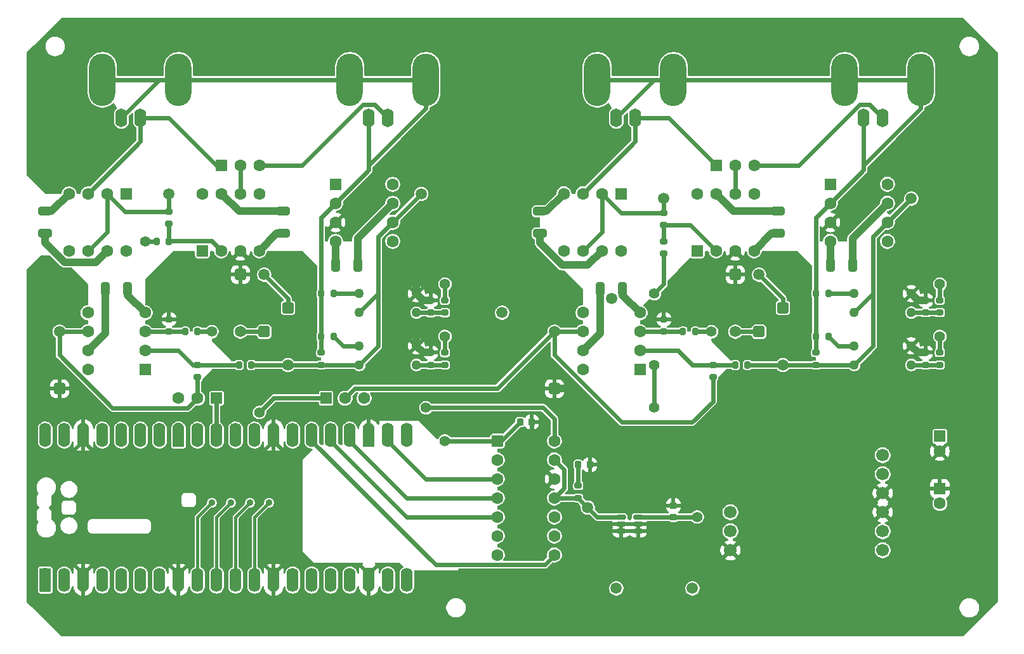
<source format=gbr>
%TF.GenerationSoftware,KiCad,Pcbnew,9.0.1*%
%TF.CreationDate,2025-06-22T18:16:09+09:00*%
%TF.ProjectId,SMU,534d552e-6b69-4636-9164-5f7063625858,rev?*%
%TF.SameCoordinates,Original*%
%TF.FileFunction,Copper,L1,Top*%
%TF.FilePolarity,Positive*%
%FSLAX46Y46*%
G04 Gerber Fmt 4.6, Leading zero omitted, Abs format (unit mm)*
G04 Created by KiCad (PCBNEW 9.0.1) date 2025-06-22 18:16:09*
%MOMM*%
%LPD*%
G01*
G04 APERTURE LIST*
G04 Aperture macros list*
%AMRoundRect*
0 Rectangle with rounded corners*
0 $1 Rounding radius*
0 $2 $3 $4 $5 $6 $7 $8 $9 X,Y pos of 4 corners*
0 Add a 4 corners polygon primitive as box body*
4,1,4,$2,$3,$4,$5,$6,$7,$8,$9,$2,$3,0*
0 Add four circle primitives for the rounded corners*
1,1,$1+$1,$2,$3*
1,1,$1+$1,$4,$5*
1,1,$1+$1,$6,$7*
1,1,$1+$1,$8,$9*
0 Add four rect primitives between the rounded corners*
20,1,$1+$1,$2,$3,$4,$5,0*
20,1,$1+$1,$4,$5,$6,$7,0*
20,1,$1+$1,$6,$7,$8,$9,0*
20,1,$1+$1,$8,$9,$2,$3,0*%
%AMFreePoly0*
4,1,37,0.800000,0.796148,0.878414,0.796148,1.032228,0.765552,1.177117,0.705537,1.307515,0.618408,1.418408,0.507515,1.505537,0.377117,1.565552,0.232228,1.596148,0.078414,1.596148,-0.078414,1.565552,-0.232228,1.505537,-0.377117,1.418408,-0.507515,1.307515,-0.618408,1.177117,-0.705537,1.032228,-0.765552,0.878414,-0.796148,0.800000,-0.796148,0.800000,-0.800000,-1.400000,-0.800000,
-1.403843,-0.796157,-1.439018,-0.796157,-1.511114,-0.766294,-1.566294,-0.711114,-1.596157,-0.639018,-1.596157,-0.603843,-1.600000,-0.600000,-1.600000,0.600000,-1.596157,0.603843,-1.596157,0.639018,-1.566294,0.711114,-1.511114,0.766294,-1.439018,0.796157,-1.403843,0.796157,-1.400000,0.800000,0.800000,0.800000,0.800000,0.796148,0.800000,0.796148,$1*%
%AMFreePoly1*
4,1,37,1.403843,0.796157,1.439018,0.796157,1.511114,0.766294,1.566294,0.711114,1.596157,0.639018,1.596157,0.603843,1.600000,0.600000,1.600000,-0.600000,1.596157,-0.603843,1.596157,-0.639018,1.566294,-0.711114,1.511114,-0.766294,1.439018,-0.796157,1.403843,-0.796157,1.400000,-0.800000,-0.800000,-0.800000,-0.800000,-0.796148,-0.878414,-0.796148,-1.032228,-0.765552,-1.177117,-0.705537,
-1.307515,-0.618408,-1.418408,-0.507515,-1.505537,-0.377117,-1.565552,-0.232228,-1.596148,-0.078414,-1.596148,0.078414,-1.565552,0.232228,-1.505537,0.377117,-1.418408,0.507515,-1.307515,0.618408,-1.177117,0.705537,-1.032228,0.765552,-0.878414,0.796148,-0.800000,0.796148,-0.800000,0.800000,1.400000,0.800000,1.403843,0.796157,1.403843,0.796157,$1*%
%AMFreePoly2*
4,1,37,0.603843,0.796157,0.639018,0.796157,0.711114,0.766294,0.766294,0.711114,0.796157,0.639018,0.796157,0.603843,0.800000,0.600000,0.800000,-0.600000,0.796157,-0.603843,0.796157,-0.639018,0.766294,-0.711114,0.711114,-0.766294,0.639018,-0.796157,0.603843,-0.796157,0.600000,-0.800000,0.000000,-0.800000,0.000000,-0.796148,-0.078414,-0.796148,-0.232228,-0.765552,-0.377117,-0.705537,
-0.507515,-0.618408,-0.618408,-0.507515,-0.705537,-0.377117,-0.765552,-0.232228,-0.796148,-0.078414,-0.796148,0.078414,-0.765552,0.232228,-0.705537,0.377117,-0.618408,0.507515,-0.507515,0.618408,-0.377117,0.705537,-0.232228,0.765552,-0.078414,0.796148,0.000000,0.796148,0.000000,0.800000,0.600000,0.800000,0.603843,0.796157,0.603843,0.796157,$1*%
%AMFreePoly3*
4,1,37,0.000000,0.796148,0.078414,0.796148,0.232228,0.765552,0.377117,0.705537,0.507515,0.618408,0.618408,0.507515,0.705537,0.377117,0.765552,0.232228,0.796148,0.078414,0.796148,-0.078414,0.765552,-0.232228,0.705537,-0.377117,0.618408,-0.507515,0.507515,-0.618408,0.377117,-0.705537,0.232228,-0.765552,0.078414,-0.796148,0.000000,-0.796148,0.000000,-0.800000,-0.600000,-0.800000,
-0.603843,-0.796157,-0.639018,-0.796157,-0.711114,-0.766294,-0.766294,-0.711114,-0.796157,-0.639018,-0.796157,-0.603843,-0.800000,-0.600000,-0.800000,0.600000,-0.796157,0.603843,-0.796157,0.639018,-0.766294,0.711114,-0.711114,0.766294,-0.639018,0.796157,-0.603843,0.796157,-0.600000,0.800000,0.000000,0.800000,0.000000,0.796148,0.000000,0.796148,$1*%
G04 Aperture macros list end*
%TA.AperFunction,ComponentPad*%
%ADD10C,1.270000*%
%TD*%
%TA.AperFunction,ComponentPad*%
%ADD11RoundRect,0.250000X0.550000X0.550000X-0.550000X0.550000X-0.550000X-0.550000X0.550000X-0.550000X0*%
%TD*%
%TA.AperFunction,ComponentPad*%
%ADD12C,1.600000*%
%TD*%
%TA.AperFunction,SMDPad,CuDef*%
%ADD13RoundRect,0.250000X0.650000X-0.325000X0.650000X0.325000X-0.650000X0.325000X-0.650000X-0.325000X0*%
%TD*%
%TA.AperFunction,SMDPad,CuDef*%
%ADD14RoundRect,0.250000X-0.650000X0.325000X-0.650000X-0.325000X0.650000X-0.325000X0.650000X0.325000X0*%
%TD*%
%TA.AperFunction,ComponentPad*%
%ADD15RoundRect,0.250001X-0.499999X0.499999X-0.499999X-0.499999X0.499999X-0.499999X0.499999X0.499999X0*%
%TD*%
%TA.AperFunction,ComponentPad*%
%ADD16C,1.500000*%
%TD*%
%TA.AperFunction,SMDPad,CuDef*%
%ADD17RoundRect,0.200000X-0.275000X0.200000X-0.275000X-0.200000X0.275000X-0.200000X0.275000X0.200000X0*%
%TD*%
%TA.AperFunction,SMDPad,CuDef*%
%ADD18RoundRect,0.200000X0.275000X-0.200000X0.275000X0.200000X-0.275000X0.200000X-0.275000X-0.200000X0*%
%TD*%
%TA.AperFunction,SMDPad,CuDef*%
%ADD19RoundRect,0.250000X0.325000X0.650000X-0.325000X0.650000X-0.325000X-0.650000X0.325000X-0.650000X0*%
%TD*%
%TA.AperFunction,SMDPad,CuDef*%
%ADD20RoundRect,0.200000X0.200000X0.275000X-0.200000X0.275000X-0.200000X-0.275000X0.200000X-0.275000X0*%
%TD*%
%TA.AperFunction,SMDPad,CuDef*%
%ADD21RoundRect,0.200000X-0.200000X-0.275000X0.200000X-0.275000X0.200000X0.275000X-0.200000X0.275000X0*%
%TD*%
%TA.AperFunction,ComponentPad*%
%ADD22RoundRect,0.250000X-0.550000X0.550000X-0.550000X-0.550000X0.550000X-0.550000X0.550000X0.550000X0*%
%TD*%
%TA.AperFunction,SMDPad,CuDef*%
%ADD23RoundRect,0.225000X-0.225000X-0.250000X0.225000X-0.250000X0.225000X0.250000X-0.225000X0.250000X0*%
%TD*%
%TA.AperFunction,SMDPad,CuDef*%
%ADD24RoundRect,0.225000X-0.250000X0.225000X-0.250000X-0.225000X0.250000X-0.225000X0.250000X0.225000X0*%
%TD*%
%TA.AperFunction,ComponentPad*%
%ADD25O,1.600000X2.500000*%
%TD*%
%TA.AperFunction,ComponentPad*%
%ADD26O,3.500000X7.000000*%
%TD*%
%TA.AperFunction,ComponentPad*%
%ADD27RoundRect,0.250000X-0.550000X-0.550000X0.550000X-0.550000X0.550000X0.550000X-0.550000X0.550000X0*%
%TD*%
%TA.AperFunction,ComponentPad*%
%ADD28RoundRect,0.250000X0.550000X-0.550000X0.550000X0.550000X-0.550000X0.550000X-0.550000X-0.550000X0*%
%TD*%
%TA.AperFunction,SMDPad,CuDef*%
%ADD29RoundRect,0.225000X0.225000X0.250000X-0.225000X0.250000X-0.225000X-0.250000X0.225000X-0.250000X0*%
%TD*%
%TA.AperFunction,SMDPad,CuDef*%
%ADD30RoundRect,0.150000X-0.512500X-0.150000X0.512500X-0.150000X0.512500X0.150000X-0.512500X0.150000X0*%
%TD*%
%TA.AperFunction,ComponentPad*%
%ADD31RoundRect,0.250001X0.499999X-0.499999X0.499999X0.499999X-0.499999X0.499999X-0.499999X-0.499999X0*%
%TD*%
%TA.AperFunction,ComponentPad*%
%ADD32C,1.700000*%
%TD*%
%TA.AperFunction,ComponentPad*%
%ADD33R,1.500000X1.500000*%
%TD*%
%TA.AperFunction,SMDPad,CuDef*%
%ADD34FreePoly0,90.000000*%
%TD*%
%TA.AperFunction,ComponentPad*%
%ADD35RoundRect,0.200000X0.600000X-0.600000X0.600000X0.600000X-0.600000X0.600000X-0.600000X-0.600000X0*%
%TD*%
%TA.AperFunction,SMDPad,CuDef*%
%ADD36RoundRect,0.800000X0.000010X-0.800000X0.000010X0.800000X-0.000010X0.800000X-0.000010X-0.800000X0*%
%TD*%
%TA.AperFunction,SMDPad,CuDef*%
%ADD37FreePoly1,90.000000*%
%TD*%
%TA.AperFunction,ComponentPad*%
%ADD38FreePoly2,90.000000*%
%TD*%
%TA.AperFunction,ComponentPad*%
%ADD39FreePoly3,90.000000*%
%TD*%
%TA.AperFunction,ViaPad*%
%ADD40C,1.400000*%
%TD*%
%TA.AperFunction,ViaPad*%
%ADD41C,1.500000*%
%TD*%
%TA.AperFunction,ViaPad*%
%ADD42C,0.900000*%
%TD*%
%TA.AperFunction,Conductor*%
%ADD43C,0.600000*%
%TD*%
%TA.AperFunction,Conductor*%
%ADD44C,1.000000*%
%TD*%
%TA.AperFunction,Conductor*%
%ADD45C,0.400000*%
%TD*%
G04 APERTURE END LIST*
D10*
%TO.P,U16,1,1*%
%TO.N,Net-(R22-Pad2)*%
X77470000Y-162565000D03*
%TO.P,U16,2,2*%
%TO.N,GND*%
X77470000Y-160025000D03*
%TO.P,U16,3,3*%
%TO.N,Net-(R19-Pad2)*%
X69850000Y-160025000D03*
%TO.P,U16,4,4*%
%TO.N,/PotentioStatUnit1/Vcrr*%
X69850000Y-162565000D03*
%TD*%
%TO.P,U10,1,1*%
%TO.N,Net-(R11-Pad1)*%
X143510000Y-162560000D03*
%TO.P,U10,2,2*%
%TO.N,GND*%
X143510000Y-160020000D03*
%TO.P,U10,3,3*%
%TO.N,Net-(R6-Pad2)*%
X135890000Y-160020000D03*
%TO.P,U10,4,4*%
%TO.N,/PotentioStatUnit/Vcrr*%
X135890000Y-162560000D03*
%TD*%
%TO.P,U9,1,1*%
%TO.N,Net-(R10-Pad2)*%
X143510000Y-155575000D03*
%TO.P,U9,2,2*%
%TO.N,GND*%
X143510000Y-153035000D03*
%TO.P,U9,3,3*%
%TO.N,Net-(R5-Pad2)*%
X135890000Y-153035000D03*
%TO.P,U9,4,4*%
%TO.N,/PotentioStatUnit/Vcrr*%
X135890000Y-155575000D03*
%TD*%
%TO.P,U15,1,1*%
%TO.N,Net-(R21-Pad1)*%
X77470000Y-155580000D03*
%TO.P,U15,2,2*%
%TO.N,GND*%
X77470000Y-153040000D03*
%TO.P,U15,3,3*%
%TO.N,Net-(R18-Pad2)*%
X69850000Y-153040000D03*
%TO.P,U15,4,4*%
%TO.N,/PotentioStatUnit1/Vcrr*%
X69850000Y-155580000D03*
%TD*%
D11*
%TO.P,U11,1,VOS*%
%TO.N,unconnected-(U11-VOS-Pad1)*%
X107315000Y-163195000D03*
D12*
%TO.P,U11,2,-*%
%TO.N,Net-(U11--)*%
X107315000Y-160655000D03*
%TO.P,U11,3,+*%
%TO.N,Net-(U11-+)*%
X107315000Y-158115000D03*
%TO.P,U11,4,V-*%
%TO.N,-12V*%
X107315000Y-155575000D03*
%TO.P,U11,5,NC*%
%TO.N,unconnected-(U11-NC-Pad5)*%
X99695000Y-155575000D03*
%TO.P,U11,6*%
%TO.N,/\u53CD\u8EE2\u56DE\u8DEF/OUTPUT*%
X99695000Y-158115000D03*
%TO.P,U11,7,V+*%
%TO.N,+12V*%
X99695000Y-160655000D03*
%TO.P,U11,8,VOS*%
%TO.N,unconnected-(U11-VOS-Pad8)*%
X99695000Y-163195000D03*
%TD*%
D13*
%TO.P,C7,1*%
%TO.N,+12V*%
X93980000Y-144985000D03*
%TO.P,C7,2*%
%TO.N,-12V*%
X93980000Y-142035000D03*
%TD*%
D14*
%TO.P,C6,1*%
%TO.N,+12V*%
X125730000Y-142035000D03*
%TO.P,C6,2*%
%TO.N,-12V*%
X125730000Y-144985000D03*
%TD*%
D15*
%TO.P,D8,1,K*%
%TO.N,Net-(D7-A)*%
X60325000Y-154935000D03*
D16*
%TO.P,D8,2,A*%
%TO.N,/PotentioStatUnit1/Vcrr*%
X60325000Y-162555000D03*
%TD*%
D17*
%TO.P,R22,1*%
%TO.N,GND*%
X79375000Y-160915000D03*
%TO.P,R22,2*%
%TO.N,Net-(R22-Pad2)*%
X79375000Y-162565000D03*
%TD*%
D15*
%TO.P,D4,1,K*%
%TO.N,Net-(D3-A)*%
X126365000Y-154935000D03*
D16*
%TO.P,D4,2,A*%
%TO.N,/PotentioStatUnit/Vcrr*%
X126365000Y-162555000D03*
%TD*%
D18*
%TO.P,R25,1*%
%TO.N,/\u53CD\u8EE2\u56DE\u8DEF1/OUTPUT*%
X48260000Y-164210000D03*
%TO.P,R25,2*%
%TO.N,Net-(U17--)*%
X48260000Y-162560000D03*
%TD*%
D19*
%TO.P,C9,1*%
%TO.N,-12V*%
X104980000Y-152400000D03*
%TO.P,C9,2*%
%TO.N,+12V*%
X102030000Y-152400000D03*
%TD*%
D20*
%TO.P,R13,1*%
%TO.N,3.0V_REF*%
X114680000Y-158115000D03*
%TO.P,R13,2*%
%TO.N,Net-(U11-+)*%
X113030000Y-158115000D03*
%TD*%
D21*
%TO.P,R16,1*%
%TO.N,/PotentioStatUnit1/INPUT*%
X42800000Y-146055000D03*
%TO.P,R16,2*%
%TO.N,Net-(U12--)*%
X44450000Y-146055000D03*
%TD*%
%TO.P,R18,1*%
%TO.N,/PotentioStatUnit1/WE*%
X64770000Y-153040000D03*
%TO.P,R18,2*%
%TO.N,Net-(R18-Pad2)*%
X66420000Y-153040000D03*
%TD*%
%TO.P,R27,1*%
%TO.N,Net-(U17--)*%
X53785000Y-162560000D03*
%TO.P,R27,2*%
%TO.N,/PotentioStatUnit1/Vcrr*%
X55435000Y-162560000D03*
%TD*%
D18*
%TO.P,R28,1*%
%TO.N,Net-(U17-+)*%
X44450000Y-158115000D03*
%TO.P,R28,2*%
%TO.N,GND*%
X44450000Y-156465000D03*
%TD*%
D22*
%TO.P,C2,1*%
%TO.N,GND*%
X147320000Y-179070000D03*
D12*
%TO.P,C2,2*%
%TO.N,-12V*%
X147320000Y-181070000D03*
%TD*%
D18*
%TO.P,R12,1*%
%TO.N,/\u53CD\u8EE2\u56DE\u8DEF/OUTPUT*%
X117030000Y-164210000D03*
%TO.P,R12,2*%
%TO.N,Net-(U11--)*%
X117030000Y-162560000D03*
%TD*%
D14*
%TO.P,C10,1*%
%TO.N,+12V*%
X59690000Y-142040000D03*
%TO.P,C10,2*%
%TO.N,-12V*%
X59690000Y-144990000D03*
%TD*%
D23*
%TO.P,C4,1*%
%TO.N,+3.3V*%
X91300000Y-170180000D03*
%TO.P,C4,2*%
%TO.N,GND*%
X92850000Y-170180000D03*
%TD*%
D18*
%TO.P,R3,1*%
%TO.N,/PotentioStatUnit/INPUT*%
X110490000Y-147700000D03*
%TO.P,R3,2*%
%TO.N,Net-(U6--)*%
X110490000Y-146050000D03*
%TD*%
D24*
%TO.P,C3,1*%
%TO.N,GND*%
X111760000Y-181330000D03*
%TO.P,C3,2*%
%TO.N,+3.3V*%
X111760000Y-182880000D03*
%TD*%
D22*
%TO.P,C1,1*%
%TO.N,+12V*%
X147320000Y-172085000D03*
D12*
%TO.P,C1,2*%
%TO.N,GND*%
X147320000Y-174085000D03*
%TD*%
D25*
%TO.P,J2,1,In*%
%TO.N,Net-(J2-In)*%
X73660000Y-129540000D03*
D26*
%TO.P,J2,2,Ext*%
%TO.N,/PotentioStatUnit1/WE*%
X68580000Y-124460000D03*
D25*
X71120000Y-129540000D03*
D26*
X78740000Y-124460000D03*
%TD*%
D27*
%TO.P,U14,1,VOS*%
%TO.N,unconnected-(U14-VOS-Pad1)*%
X66680000Y-138435000D03*
D12*
%TO.P,U14,2,-*%
%TO.N,/PotentioStatUnit1/WE*%
X66680000Y-140975000D03*
%TO.P,U14,3,+*%
%TO.N,GND*%
X66680000Y-143515000D03*
%TO.P,U14,4,V-*%
%TO.N,-12V*%
X66680000Y-146055000D03*
%TO.P,U14,5,NC*%
%TO.N,unconnected-(U14-NC-Pad5)*%
X74300000Y-146055000D03*
%TO.P,U14,6*%
%TO.N,/PotentioStatUnit1/Vcrr*%
X74300000Y-143515000D03*
%TO.P,U14,7,V+*%
%TO.N,+12V*%
X74300000Y-140975000D03*
%TO.P,U14,8,VOS*%
%TO.N,unconnected-(U14-VOS-Pad8)*%
X74300000Y-138435000D03*
%TD*%
D18*
%TO.P,R11,1*%
%TO.N,Net-(R11-Pad1)*%
X147320000Y-162560000D03*
%TO.P,R11,2*%
%TO.N,x1k_2*%
X147320000Y-160910000D03*
%TD*%
D21*
%TO.P,R14,1*%
%TO.N,Net-(U11--)*%
X120015000Y-162560000D03*
%TO.P,R14,2*%
%TO.N,/PotentioStatUnit/Vcrr*%
X121665000Y-162560000D03*
%TD*%
D19*
%TO.P,C12,1*%
%TO.N,+12V*%
X69625000Y-149230000D03*
%TO.P,C12,2*%
%TO.N,-12V*%
X66675000Y-149230000D03*
%TD*%
D28*
%TO.P,U6,1,VOS*%
%TO.N,unconnected-(U6-VOS-Pad1)*%
X114935000Y-147320000D03*
D12*
%TO.P,U6,2,-*%
%TO.N,Net-(U6--)*%
X117475000Y-147320000D03*
%TO.P,U6,3,+*%
%TO.N,GND*%
X120015000Y-147320000D03*
%TO.P,U6,4,V-*%
%TO.N,-12V*%
X122555000Y-147320000D03*
%TO.P,U6,5,NC*%
%TO.N,unconnected-(U6-NC-Pad5)*%
X122555000Y-139700000D03*
%TO.P,U6,6*%
%TO.N,/PotentioStatUnit/CE*%
X120015000Y-139700000D03*
%TO.P,U6,7,V+*%
%TO.N,+12V*%
X117475000Y-139700000D03*
%TO.P,U6,8,VOS*%
%TO.N,unconnected-(U6-VOS-Pad8)*%
X114935000Y-139700000D03*
%TD*%
D27*
%TO.P,U5,1,Vdd*%
%TO.N,+3.3V*%
X88265000Y-172720000D03*
D12*
%TO.P,U5,2,NC*%
%TO.N,unconnected-(U5-NC-Pad2)*%
X88265000Y-175260000D03*
%TO.P,U5,3,~{CS}*%
%TO.N,Net-(A1-GPIO17)*%
X88265000Y-177800000D03*
%TO.P,U5,4,SCK*%
%TO.N,Net-(A1-GPIO18)*%
X88265000Y-180340000D03*
%TO.P,U5,5,SDI*%
%TO.N,Net-(A1-GPIO19)*%
X88265000Y-182880000D03*
%TO.P,U5,6,NC*%
%TO.N,unconnected-(U5-NC-Pad6)*%
X88265000Y-185420000D03*
%TO.P,U5,7,NC*%
%TO.N,unconnected-(U5-NC-Pad7)*%
X88265000Y-187960000D03*
%TO.P,U5,8,~{LDAC}*%
%TO.N,Net-(A1-GPIO20)*%
X95885000Y-187960000D03*
%TO.P,U5,9,~{SHDN}*%
%TO.N,+3.3V*%
X95885000Y-185420000D03*
%TO.P,U5,10,VB*%
%TO.N,/PotentioStatUnit/INPUT*%
X95885000Y-182880000D03*
%TO.P,U5,11,VrefB*%
%TO.N,/REF_+2.048V*%
X95885000Y-180340000D03*
%TO.P,U5,12,Vss*%
%TO.N,GND*%
X95885000Y-177800000D03*
%TO.P,U5,13,VrefA*%
%TO.N,/REF_+2.048V*%
X95885000Y-175260000D03*
%TO.P,U5,14,VA*%
%TO.N,/PotentioStatUnit1/INPUT*%
X95885000Y-172720000D03*
%TD*%
D18*
%TO.P,R2,1*%
%TO.N,/REF_+2.048V*%
X99060000Y-180340000D03*
%TO.P,R2,2*%
%TO.N,Net-(C5-Pad2)*%
X99060000Y-178690000D03*
%TD*%
D21*
%TO.P,R19,1*%
%TO.N,/PotentioStatUnit1/WE*%
X64770000Y-158755000D03*
%TO.P,R19,2*%
%TO.N,Net-(R19-Pad2)*%
X66420000Y-158755000D03*
%TD*%
D29*
%TO.P,C5,1*%
%TO.N,GND*%
X100610000Y-175895000D03*
%TO.P,C5,2*%
%TO.N,Net-(C5-Pad2)*%
X99060000Y-175895000D03*
%TD*%
D17*
%TO.P,R23,1*%
%TO.N,x10k_1*%
X81280000Y-153930000D03*
%TO.P,R23,2*%
%TO.N,Net-(R21-Pad1)*%
X81280000Y-155580000D03*
%TD*%
D30*
%TO.P,U4,1,OUT*%
%TO.N,/REF_+2.048V*%
X104775000Y-182880000D03*
%TO.P,U4,2,GND*%
%TO.N,GND*%
X104775000Y-183830000D03*
%TO.P,U4,3,GND*%
X104775000Y-184780000D03*
%TO.P,U4,4,~{SHDN}*%
X107050000Y-184780000D03*
%TO.P,U4,5,GND*%
X107050000Y-183830000D03*
%TO.P,U4,6,VDD*%
%TO.N,+3.3V*%
X107050000Y-182880000D03*
%TD*%
D18*
%TO.P,R21,1*%
%TO.N,Net-(R21-Pad1)*%
X79375000Y-155580000D03*
%TO.P,R21,2*%
%TO.N,GND*%
X79375000Y-153930000D03*
%TD*%
D31*
%TO.P,D3,1,K*%
%TO.N,Net-(D2-A)*%
X123190000Y-158120000D03*
D16*
%TO.P,D3,2,A*%
%TO.N,Net-(D3-A)*%
X123190000Y-150500000D03*
%TD*%
D19*
%TO.P,C13,1*%
%TO.N,-12V*%
X38940000Y-152400000D03*
%TO.P,C13,2*%
%TO.N,+12V*%
X35990000Y-152400000D03*
%TD*%
D22*
%TO.P,U7,1,VOS*%
%TO.N,unconnected-(U7-VOS-Pad1)*%
X104775000Y-139700000D03*
D12*
%TO.P,U7,2,-*%
%TO.N,/PotentioStatUnit/Vre*%
X102235000Y-139700000D03*
%TO.P,U7,3,+*%
%TO.N,/PotentioStatUnit/RE*%
X99695000Y-139700000D03*
%TO.P,U7,4,V-*%
%TO.N,-12V*%
X97155000Y-139700000D03*
%TO.P,U7,5,NC*%
%TO.N,unconnected-(U7-NC-Pad5)*%
X97155000Y-147320000D03*
%TO.P,U7,6*%
%TO.N,/PotentioStatUnit/Vre*%
X99695000Y-147320000D03*
%TO.P,U7,7,V+*%
%TO.N,+12V*%
X102235000Y-147320000D03*
%TO.P,U7,8,VOS*%
%TO.N,unconnected-(U7-VOS-Pad8)*%
X104775000Y-147320000D03*
%TD*%
D32*
%TO.P,U1,1,IN+*%
%TO.N,VSYS*%
X119380000Y-182245000D03*
%TO.P,U1,2,EN*%
X119380000Y-184785000D03*
%TO.P,U1,3,GND*%
%TO.N,GND*%
X119380000Y-187325000D03*
%TO.P,U1,4,+OUT*%
%TO.N,+12V*%
X139700000Y-174625000D03*
%TO.P,U1,5,+OUT*%
X139700000Y-177165000D03*
%TO.P,U1,6,GND*%
%TO.N,GND*%
X139700000Y-179705000D03*
%TO.P,U1,7,GND*%
X139700000Y-182245000D03*
%TO.P,U1,8,-OUT*%
%TO.N,-12V*%
X139700000Y-184785000D03*
%TO.P,U1,9,-OUT*%
X139700000Y-187325000D03*
%TD*%
D21*
%TO.P,R6,1*%
%TO.N,/PotentioStatUnit/WE*%
X130810000Y-158750000D03*
%TO.P,R6,2*%
%TO.N,Net-(R6-Pad2)*%
X132460000Y-158750000D03*
%TD*%
D33*
%TO.P,SW1,1,A*%
%TO.N,/PotentioStatUnit1/RE*%
X51435000Y-135890000D03*
D12*
%TO.P,SW1,2,B*%
%TO.N,/PotentioStatUnit1/CE*%
X53975000Y-135890000D03*
%TO.P,SW1,3,C*%
%TO.N,Net-(J2-In)*%
X56515000Y-135890000D03*
%TD*%
D20*
%TO.P,R26,1*%
%TO.N,3.0V_REF*%
X48260000Y-158115000D03*
%TO.P,R26,2*%
%TO.N,Net-(U17-+)*%
X46610000Y-158115000D03*
%TD*%
D18*
%TO.P,R8,1*%
%TO.N,Net-(R10-Pad2)*%
X145415000Y-155575000D03*
%TO.P,R8,2*%
%TO.N,GND*%
X145415000Y-153925000D03*
%TD*%
D28*
%TO.P,U12,1,VOS*%
%TO.N,unconnected-(U12-VOS-Pad1)*%
X48895000Y-147320000D03*
D12*
%TO.P,U12,2,-*%
%TO.N,Net-(U12--)*%
X51435000Y-147320000D03*
%TO.P,U12,3,+*%
%TO.N,GND*%
X53975000Y-147320000D03*
%TO.P,U12,4,V-*%
%TO.N,-12V*%
X56515000Y-147320000D03*
%TO.P,U12,5,NC*%
%TO.N,unconnected-(U12-NC-Pad5)*%
X56515000Y-139700000D03*
%TO.P,U12,6*%
%TO.N,/PotentioStatUnit1/CE*%
X53975000Y-139700000D03*
%TO.P,U12,7,V+*%
%TO.N,+12V*%
X51435000Y-139700000D03*
%TO.P,U12,8,VOS*%
%TO.N,unconnected-(U12-VOS-Pad8)*%
X48895000Y-139700000D03*
%TD*%
D25*
%TO.P,J1,1,In*%
%TO.N,/PotentioStatUnit1/RE*%
X40640000Y-129540000D03*
D26*
%TO.P,J1,2,Ext*%
%TO.N,/PotentioStatUnit1/WE*%
X35560000Y-124460000D03*
D25*
X38100000Y-129540000D03*
D26*
X45720000Y-124460000D03*
%TD*%
D31*
%TO.P,D1,1,K*%
%TO.N,GND*%
X95885000Y-165735000D03*
D16*
%TO.P,D1,2,A*%
%TO.N,/\u53CD\u8EE2\u56DE\u8DEF/OUTPUT*%
X95885000Y-158115000D03*
%TD*%
D33*
%TO.P,SW3,1,A*%
%TO.N,Net-(A1-GPIO26_ADC0)*%
X50800000Y-167005000D03*
D12*
%TO.P,SW3,2,B*%
%TO.N,/\u53CD\u8EE2\u56DE\u8DEF1/OUTPUT*%
X48260000Y-167005000D03*
%TO.P,SW3,3,C*%
%TO.N,unconnected-(SW3-C-Pad3)*%
X45720000Y-167005000D03*
%TD*%
D17*
%TO.P,R17,1*%
%TO.N,/PotentioStatUnit1/Vre*%
X44450000Y-142055000D03*
%TO.P,R17,2*%
%TO.N,Net-(U12--)*%
X44450000Y-143705000D03*
%TD*%
%TO.P,R7,1*%
%TO.N,/PotentioStatUnit/WE*%
X130810000Y-160910000D03*
%TO.P,R7,2*%
%TO.N,/PotentioStatUnit/Vcrr*%
X130810000Y-162560000D03*
%TD*%
D33*
%TO.P,SW2,1,A*%
%TO.N,/PotentioStatUnit/RE*%
X117475000Y-135890000D03*
D12*
%TO.P,SW2,2,B*%
%TO.N,/PotentioStatUnit/CE*%
X120015000Y-135890000D03*
%TO.P,SW2,3,C*%
%TO.N,Net-(J4-In)*%
X122555000Y-135890000D03*
%TD*%
D27*
%TO.P,U8,1,VOS*%
%TO.N,unconnected-(U8-VOS-Pad1)*%
X132715000Y-138430000D03*
D12*
%TO.P,U8,2,-*%
%TO.N,/PotentioStatUnit/WE*%
X132715000Y-140970000D03*
%TO.P,U8,3,+*%
%TO.N,GND*%
X132715000Y-143510000D03*
%TO.P,U8,4,V-*%
%TO.N,-12V*%
X132715000Y-146050000D03*
%TO.P,U8,5,NC*%
%TO.N,unconnected-(U8-NC-Pad5)*%
X140335000Y-146050000D03*
%TO.P,U8,6*%
%TO.N,/PotentioStatUnit/Vcrr*%
X140335000Y-143510000D03*
%TO.P,U8,7,V+*%
%TO.N,+12V*%
X140335000Y-140970000D03*
%TO.P,U8,8,VOS*%
%TO.N,unconnected-(U8-VOS-Pad8)*%
X140335000Y-138430000D03*
%TD*%
D11*
%TO.P,U17,1,VOS*%
%TO.N,unconnected-(U17-VOS-Pad1)*%
X41270000Y-163200000D03*
D12*
%TO.P,U17,2,-*%
%TO.N,Net-(U17--)*%
X41270000Y-160660000D03*
%TO.P,U17,3,+*%
%TO.N,Net-(U17-+)*%
X41270000Y-158120000D03*
%TO.P,U17,4,V-*%
%TO.N,-12V*%
X41270000Y-155580000D03*
%TO.P,U17,5,NC*%
%TO.N,unconnected-(U17-NC-Pad5)*%
X33650000Y-155580000D03*
%TO.P,U17,6*%
%TO.N,/\u53CD\u8EE2\u56DE\u8DEF1/OUTPUT*%
X33650000Y-158120000D03*
%TO.P,U17,7,V+*%
%TO.N,+12V*%
X33650000Y-160660000D03*
%TO.P,U17,8,VOS*%
%TO.N,unconnected-(U17-VOS-Pad8)*%
X33650000Y-163200000D03*
%TD*%
D15*
%TO.P,D6,1,K*%
%TO.N,GND*%
X53975000Y-150490000D03*
D16*
%TO.P,D6,2,A*%
%TO.N,Net-(D6-A)*%
X53975000Y-158110000D03*
%TD*%
D17*
%TO.P,R10,1*%
%TO.N,x10k_2*%
X147320000Y-153925000D03*
%TO.P,R10,2*%
%TO.N,Net-(R10-Pad2)*%
X147320000Y-155575000D03*
%TD*%
D25*
%TO.P,J3,1,In*%
%TO.N,/PotentioStatUnit/RE*%
X106680000Y-129540000D03*
D26*
%TO.P,J3,2,Ext*%
%TO.N,/PotentioStatUnit/WE*%
X101600000Y-124460000D03*
D25*
X104140000Y-129540000D03*
D26*
X111760000Y-124460000D03*
%TD*%
D13*
%TO.P,C11,1*%
%TO.N,+12V*%
X27940000Y-144990000D03*
%TO.P,C11,2*%
%TO.N,-12V*%
X27940000Y-142040000D03*
%TD*%
D17*
%TO.P,R20,1*%
%TO.N,/PotentioStatUnit1/WE*%
X64770000Y-160915000D03*
%TO.P,R20,2*%
%TO.N,/PotentioStatUnit1/Vcrr*%
X64770000Y-162565000D03*
%TD*%
D33*
%TO.P,SW4,1,A*%
%TO.N,Net-(A1-GPIO27_ADC1)*%
X65405000Y-167005000D03*
D12*
%TO.P,SW4,2,B*%
%TO.N,/\u53CD\u8EE2\u56DE\u8DEF/OUTPUT*%
X67945000Y-167005000D03*
%TO.P,SW4,3,C*%
%TO.N,unconnected-(SW4-C-Pad3)*%
X70485000Y-167005000D03*
%TD*%
D18*
%TO.P,R24,1*%
%TO.N,Net-(R22-Pad2)*%
X81280000Y-162565000D03*
%TO.P,R24,2*%
%TO.N,x1k_1*%
X81280000Y-160915000D03*
%TD*%
D15*
%TO.P,D2,1,K*%
%TO.N,GND*%
X120015000Y-150495000D03*
D16*
%TO.P,D2,2,A*%
%TO.N,Net-(D2-A)*%
X120015000Y-158115000D03*
%TD*%
D18*
%TO.P,R15,1*%
%TO.N,Net-(U11-+)*%
X110490000Y-158115000D03*
%TO.P,R15,2*%
%TO.N,GND*%
X110490000Y-156465000D03*
%TD*%
D31*
%TO.P,D7,1,K*%
%TO.N,Net-(D6-A)*%
X57150000Y-158120000D03*
D16*
%TO.P,D7,2,A*%
%TO.N,Net-(D7-A)*%
X57150000Y-150500000D03*
%TD*%
D17*
%TO.P,R9,1*%
%TO.N,GND*%
X145415000Y-160910000D03*
%TO.P,R9,2*%
%TO.N,Net-(R11-Pad1)*%
X145415000Y-162560000D03*
%TD*%
D22*
%TO.P,U13,1,VOS*%
%TO.N,unconnected-(U13-VOS-Pad1)*%
X38735000Y-139705000D03*
D12*
%TO.P,U13,2,-*%
%TO.N,/PotentioStatUnit1/Vre*%
X36195000Y-139705000D03*
%TO.P,U13,3,+*%
%TO.N,/PotentioStatUnit1/RE*%
X33655000Y-139705000D03*
%TO.P,U13,4,V-*%
%TO.N,-12V*%
X31115000Y-139705000D03*
%TO.P,U13,5,NC*%
%TO.N,unconnected-(U13-NC-Pad5)*%
X31115000Y-147325000D03*
%TO.P,U13,6*%
%TO.N,/PotentioStatUnit1/Vre*%
X33655000Y-147325000D03*
%TO.P,U13,7,V+*%
%TO.N,+12V*%
X36195000Y-147325000D03*
%TO.P,U13,8,VOS*%
%TO.N,unconnected-(U13-VOS-Pad8)*%
X38735000Y-147325000D03*
%TD*%
D31*
%TO.P,D5,1,K*%
%TO.N,GND*%
X29845000Y-165740000D03*
D16*
%TO.P,D5,2,A*%
%TO.N,/\u53CD\u8EE2\u56DE\u8DEF1/OUTPUT*%
X29845000Y-158120000D03*
%TD*%
D17*
%TO.P,R4,1*%
%TO.N,/PotentioStatUnit/Vre*%
X110490000Y-142240000D03*
%TO.P,R4,2*%
%TO.N,Net-(U6--)*%
X110490000Y-143890000D03*
%TD*%
D21*
%TO.P,R5,1*%
%TO.N,/PotentioStatUnit/WE*%
X130810000Y-153035000D03*
%TO.P,R5,2*%
%TO.N,Net-(R5-Pad2)*%
X132460000Y-153035000D03*
%TD*%
D25*
%TO.P,J4,1,In*%
%TO.N,Net-(J4-In)*%
X139700000Y-129540000D03*
D26*
%TO.P,J4,2,Ext*%
%TO.N,/PotentioStatUnit/WE*%
X134620000Y-124460000D03*
D25*
X137160000Y-129540000D03*
D26*
X144780000Y-124460000D03*
%TD*%
D19*
%TO.P,C8,1*%
%TO.N,+12V*%
X135665000Y-149225000D03*
%TO.P,C8,2*%
%TO.N,-12V*%
X132715000Y-149225000D03*
%TD*%
D34*
%TO.P,A1,1,GPIO0*%
%TO.N,unconnected-(A1-GPIO0-Pad1)*%
X27940000Y-191300000D03*
D35*
X27940000Y-190500000D03*
D36*
%TO.P,A1,2,GPIO1*%
%TO.N,unconnected-(A1-GPIO1-Pad2)*%
X30480000Y-191300000D03*
D12*
X30480000Y-190500000D03*
D37*
%TO.P,A1,3,GND*%
%TO.N,GND*%
X33020000Y-191300000D03*
D38*
X33020000Y-190500000D03*
D36*
%TO.P,A1,4,GPIO2*%
%TO.N,unconnected-(A1-GPIO2-Pad4)*%
X35560000Y-191300000D03*
D12*
X35560000Y-190500000D03*
D36*
%TO.P,A1,5,GPIO3*%
%TO.N,unconnected-(A1-GPIO3-Pad5)*%
X38100000Y-191300000D03*
D12*
X38100000Y-190500000D03*
D36*
%TO.P,A1,6,GPIO4*%
%TO.N,unconnected-(A1-GPIO4-Pad6)*%
X40640000Y-191300000D03*
D12*
X40640000Y-190500000D03*
D36*
%TO.P,A1,7,GPIO5*%
%TO.N,unconnected-(A1-GPIO5-Pad7)*%
X43180000Y-191300000D03*
D12*
X43180000Y-190500000D03*
D37*
%TO.P,A1,8,GND*%
%TO.N,GND*%
X45720000Y-191300000D03*
D38*
X45720000Y-190500000D03*
D36*
%TO.P,A1,9,GPIO6*%
%TO.N,x1k_1*%
X48260000Y-191300000D03*
D12*
X48260000Y-190500000D03*
D36*
%TO.P,A1,10,GPIO7*%
%TO.N,x10k_1*%
X50800000Y-191300000D03*
D12*
X50800000Y-190500000D03*
D36*
%TO.P,A1,11,GPIO8*%
%TO.N,x1k_2*%
X53340000Y-191300000D03*
D12*
X53340000Y-190500000D03*
D36*
%TO.P,A1,12,GPIO9*%
%TO.N,x10k_2*%
X55880000Y-191300000D03*
D12*
X55880000Y-190500000D03*
D37*
%TO.P,A1,13,GND*%
%TO.N,GND*%
X58420000Y-191300000D03*
D38*
X58420000Y-190500000D03*
D36*
%TO.P,A1,14,GPIO10*%
%TO.N,unconnected-(A1-GPIO10-Pad14)*%
X60960000Y-191300000D03*
D12*
X60960000Y-190500000D03*
D36*
%TO.P,A1,15,GPIO11*%
%TO.N,unconnected-(A1-GPIO11-Pad15)*%
X63500000Y-191300000D03*
D12*
X63500000Y-190500000D03*
D36*
%TO.P,A1,16,GPIO12*%
%TO.N,unconnected-(A1-GPIO12-Pad16)*%
X66040000Y-191300000D03*
D12*
X66040000Y-190500000D03*
D36*
%TO.P,A1,17,GPIO13*%
%TO.N,unconnected-(A1-GPIO13-Pad17)*%
X68580000Y-191300000D03*
D12*
X68580000Y-190500000D03*
D37*
%TO.P,A1,18,GND*%
%TO.N,GND*%
X71120000Y-191300000D03*
D38*
X71120000Y-190500000D03*
D36*
%TO.P,A1,19,GPIO14*%
%TO.N,unconnected-(A1-GPIO14-Pad19)*%
X73660000Y-191300000D03*
D12*
X73660000Y-190500000D03*
D36*
%TO.P,A1,20,GPIO15*%
%TO.N,unconnected-(A1-GPIO15-Pad20)*%
X76200000Y-191300000D03*
D12*
X76200000Y-190500000D03*
%TO.P,A1,21,GPIO16*%
%TO.N,unconnected-(A1-GPIO16-Pad21)*%
X76200000Y-172720000D03*
D36*
X76200000Y-171920000D03*
D12*
%TO.P,A1,22,GPIO17*%
%TO.N,Net-(A1-GPIO17)*%
X73660000Y-172720000D03*
D36*
X73660000Y-171920000D03*
D39*
%TO.P,A1,23,GND*%
%TO.N,GND*%
X71120000Y-172720000D03*
D34*
X71120000Y-171920000D03*
D12*
%TO.P,A1,24,GPIO18*%
%TO.N,Net-(A1-GPIO18)*%
X68580000Y-172720000D03*
D36*
X68580000Y-171920000D03*
D12*
%TO.P,A1,25,GPIO19*%
%TO.N,Net-(A1-GPIO19)*%
X66040000Y-172720000D03*
D36*
X66040000Y-171920000D03*
D12*
%TO.P,A1,26,GPIO20*%
%TO.N,Net-(A1-GPIO20)*%
X63500000Y-172720000D03*
D36*
X63500000Y-171920000D03*
D12*
%TO.P,A1,27,GPIO21*%
%TO.N,unconnected-(A1-GPIO21-Pad27)*%
X60960000Y-172720000D03*
D36*
X60960000Y-171920000D03*
D39*
%TO.P,A1,28,GND*%
%TO.N,GND*%
X58420000Y-172720000D03*
D34*
X58420000Y-171920000D03*
D12*
%TO.P,A1,29,GPIO22*%
%TO.N,unconnected-(A1-GPIO22-Pad29)*%
X55880000Y-172720000D03*
D36*
X55880000Y-171920000D03*
D12*
%TO.P,A1,30,RUN*%
%TO.N,unconnected-(A1-RUN-Pad30)*%
X53340000Y-172720000D03*
D36*
X53340000Y-171920000D03*
D12*
%TO.P,A1,31,GPIO26_ADC0*%
%TO.N,Net-(A1-GPIO26_ADC0)*%
X50800000Y-172720000D03*
D36*
X50800000Y-171920000D03*
D12*
%TO.P,A1,32,GPIO27_ADC1*%
%TO.N,Net-(A1-GPIO27_ADC1)*%
X48260000Y-172720000D03*
D36*
X48260000Y-171920000D03*
D39*
%TO.P,A1,33,AGND*%
%TO.N,unconnected-(A1-AGND-Pad33)*%
X45720000Y-172720000D03*
D34*
X45720000Y-171920000D03*
D12*
%TO.P,A1,34,GPIO28_ADC2*%
%TO.N,unconnected-(A1-GPIO28_ADC2-Pad34)*%
X43180000Y-172720000D03*
D36*
X43180000Y-171920000D03*
D12*
%TO.P,A1,35,ADC_VREF*%
%TO.N,Net-(A1-ADC_VREF)*%
X40640000Y-172720000D03*
D36*
X40640000Y-171920000D03*
D12*
%TO.P,A1,36,3V3*%
%TO.N,+3.3V*%
X38100000Y-172720000D03*
D36*
X38100000Y-171920000D03*
D12*
%TO.P,A1,37,3V3_EN*%
%TO.N,unconnected-(A1-3V3_EN-Pad37)*%
X35560000Y-172720000D03*
D36*
X35560000Y-171920000D03*
D39*
%TO.P,A1,38,GND*%
%TO.N,GND*%
X33020000Y-172720000D03*
D34*
X33020000Y-171920000D03*
D12*
%TO.P,A1,39,VSYS*%
%TO.N,VSYS*%
X30480000Y-172720000D03*
D36*
X30480000Y-171920000D03*
D12*
%TO.P,A1,40,VBUS*%
%TO.N,unconnected-(A1-VBUS-Pad40)*%
X27940000Y-172720000D03*
D36*
X27940000Y-171920000D03*
%TD*%
D40*
%TO.N,+3.3V*%
X114935000Y-182880000D03*
X81280000Y-172720000D03*
D41*
%TO.N,GND*%
X57150000Y-160655000D03*
X151000000Y-126000000D03*
X48895000Y-151765000D03*
X107250000Y-197000000D03*
X125250000Y-121000000D03*
X103505000Y-153670000D03*
D40*
X97790000Y-165735000D03*
D41*
X60250000Y-121000000D03*
X77470000Y-158115000D03*
X27750000Y-156000000D03*
X109220000Y-192405000D03*
X27750000Y-176000000D03*
X114935000Y-174625000D03*
X90250000Y-130175000D03*
X77470000Y-151130000D03*
X146500000Y-197000000D03*
X85725000Y-146050000D03*
X116205000Y-152400000D03*
X152750000Y-156000000D03*
%TO.N,/PotentioStatUnit/Vcrr*%
X143510000Y-140335000D03*
%TO.N,/PotentioStatUnit1/Vcrr*%
X78105000Y-139700000D03*
%TO.N,/REF_+2.048V*%
X100330000Y-181610000D03*
%TO.N,/PotentioStatUnit/Vre*%
X110490000Y-140335000D03*
D40*
%TO.N,/PotentioStatUnit/INPUT*%
X109220000Y-168275000D03*
X109220000Y-153035000D03*
X109220000Y-162560000D03*
D41*
%TO.N,/PotentioStatUnit1/Vre*%
X44450000Y-139700000D03*
D40*
%TO.N,/PotentioStatUnit1/INPUT*%
X78740000Y-168275000D03*
X41275000Y-146050000D03*
D42*
%TO.N,x10k_2*%
X57785000Y-180975000D03*
D40*
X147320000Y-151765000D03*
%TO.N,x1k_2*%
X147320000Y-158750000D03*
D42*
X55245000Y-180975000D03*
D40*
%TO.N,x10k_1*%
X81280000Y-151765000D03*
D42*
X52705000Y-180975000D03*
D40*
%TO.N,x1k_1*%
X81280000Y-158750000D03*
D42*
X50165000Y-180975000D03*
D41*
%TO.N,-12V*%
X104140000Y-192405000D03*
%TO.N,+12V*%
X114300000Y-192405000D03*
%TO.N,3.0V_REF*%
X88900000Y-155575000D03*
D40*
X116840000Y-158115000D03*
X50165000Y-158115000D03*
%TO.N,Net-(A1-GPIO27_ADC1)*%
X56515000Y-168910000D03*
%TD*%
D43*
%TO.N,+3.3V*%
X114935000Y-182880000D02*
X107050000Y-182880000D01*
X88760000Y-172720000D02*
X91300000Y-170180000D01*
X88265000Y-172720000D02*
X88760000Y-172720000D01*
X81280000Y-172720000D02*
X88265000Y-172720000D01*
D44*
%TO.N,GND*%
X144400000Y-153925000D02*
X143510000Y-153035000D01*
X145415000Y-160910000D02*
X144400000Y-160910000D01*
D43*
X92850000Y-170180000D02*
X92850000Y-174765000D01*
X92850000Y-174765000D02*
X95885000Y-177800000D01*
D44*
X144400000Y-160910000D02*
X143510000Y-160020000D01*
X145415000Y-153925000D02*
X144400000Y-153925000D01*
X79375000Y-160915000D02*
X78360000Y-160915000D01*
X77470000Y-160025000D02*
X77470000Y-158115000D01*
X95885000Y-165735000D02*
X97790000Y-165735000D01*
X77470000Y-153040000D02*
X77470000Y-151130000D01*
X78360000Y-153930000D02*
X77470000Y-153040000D01*
X79375000Y-153930000D02*
X78360000Y-153930000D01*
X78360000Y-160915000D02*
X77470000Y-160025000D01*
D43*
%TO.N,Net-(D2-A)*%
X123190000Y-158120000D02*
X120020000Y-158120000D01*
X120020000Y-158120000D02*
X120015000Y-158115000D01*
%TO.N,/PotentioStatUnit/Vcrr*%
X135890000Y-155575000D02*
X138430000Y-153035000D01*
X126370000Y-162560000D02*
X126365000Y-162555000D01*
X126365000Y-162555000D02*
X121670000Y-162555000D01*
X138430000Y-160020000D02*
X135890000Y-162560000D01*
X140335000Y-143510000D02*
X143510000Y-140335000D01*
X130805000Y-162555000D02*
X130810000Y-162560000D01*
X138430000Y-153035000D02*
X138430000Y-160020000D01*
X138430000Y-153035000D02*
X138430000Y-146050000D01*
X138430000Y-145415000D02*
X138430000Y-146050000D01*
X121670000Y-162555000D02*
X121665000Y-162560000D01*
X140335000Y-143510000D02*
X138430000Y-145415000D01*
X130810000Y-162560000D02*
X126370000Y-162560000D01*
X135890000Y-162560000D02*
X130810000Y-162560000D01*
%TO.N,/\u53CD\u8EE2\u56DE\u8DEF/OUTPUT*%
X114300000Y-170180000D02*
X104840108Y-170180000D01*
X104840108Y-170180000D02*
X95885000Y-161224892D01*
X95885000Y-158115000D02*
X88296000Y-165704000D01*
X69246000Y-165704000D02*
X67945000Y-167005000D01*
X95885000Y-158115000D02*
X99695000Y-158115000D01*
X117030000Y-167450000D02*
X114300000Y-170180000D01*
X95885000Y-161224892D02*
X95885000Y-158115000D01*
X117030000Y-164210000D02*
X117030000Y-167450000D01*
X88296000Y-165704000D02*
X69246000Y-165704000D01*
%TO.N,Net-(D6-A)*%
X57150000Y-158120000D02*
X53985000Y-158120000D01*
X53985000Y-158120000D02*
X53975000Y-158110000D01*
%TO.N,/PotentioStatUnit1/Vcrr*%
X69850000Y-162565000D02*
X64770000Y-162565000D01*
X60335000Y-162565000D02*
X60325000Y-162555000D01*
X60325000Y-162555000D02*
X55440000Y-162555000D01*
X74300000Y-143505000D02*
X78105000Y-139700000D01*
X74300000Y-143515000D02*
X72390000Y-145425000D01*
X74300000Y-143515000D02*
X74300000Y-143505000D01*
X64770000Y-162565000D02*
X60335000Y-162565000D01*
X69850000Y-155580000D02*
X72390000Y-153040000D01*
X72390000Y-151765000D02*
X72390000Y-160025000D01*
X55440000Y-162555000D02*
X55435000Y-162560000D01*
X72390000Y-153040000D02*
X72390000Y-151765000D01*
X72390000Y-145425000D02*
X72390000Y-151765000D01*
X72390000Y-160025000D02*
X69850000Y-162565000D01*
%TO.N,/\u53CD\u8EE2\u56DE\u8DEF1/OUTPUT*%
X48260000Y-164210000D02*
X48260000Y-167005000D01*
X33650000Y-158120000D02*
X29845000Y-158120000D01*
X46959000Y-168306000D02*
X36916108Y-168306000D01*
X48260000Y-167005000D02*
X46959000Y-168306000D01*
X29845000Y-161234892D02*
X29845000Y-158120000D01*
X36916108Y-168306000D02*
X29845000Y-161234892D01*
%TO.N,/PotentioStatUnit1/RE*%
X51435000Y-135890000D02*
X50800000Y-135890000D01*
X50800000Y-135890000D02*
X44450000Y-129540000D01*
X44450000Y-129540000D02*
X40640000Y-129540000D01*
X40640000Y-129540000D02*
X40640000Y-132720000D01*
X40640000Y-132720000D02*
X33655000Y-139705000D01*
%TO.N,/PotentioStatUnit1/WE*%
X35560000Y-124460000D02*
X45720000Y-124460000D01*
X64770000Y-158755000D02*
X64770000Y-160915000D01*
X68580000Y-124460000D02*
X78740000Y-124460000D01*
X71120000Y-129540000D02*
X71120000Y-135890000D01*
X64770000Y-142885000D02*
X66680000Y-140975000D01*
X78740000Y-128270000D02*
X71120000Y-135890000D01*
X64770000Y-153040000D02*
X64770000Y-158755000D01*
X71120000Y-136535000D02*
X66680000Y-140975000D01*
X71120000Y-135890000D02*
X71120000Y-136535000D01*
X78740000Y-124460000D02*
X78740000Y-128270000D01*
X45720000Y-124460000D02*
X43180000Y-124460000D01*
X45720000Y-124460000D02*
X68580000Y-124460000D01*
X64770000Y-153040000D02*
X64770000Y-142885000D01*
X43180000Y-124460000D02*
X38100000Y-129540000D01*
%TO.N,Net-(J4-In)*%
X139700000Y-129540000D02*
X137949000Y-127789000D01*
X137949000Y-127789000D02*
X136621108Y-127789000D01*
X136621108Y-127789000D02*
X128520108Y-135890000D01*
X122555000Y-135890000D02*
X128520108Y-135890000D01*
%TO.N,/PotentioStatUnit/WE*%
X144780000Y-128270000D02*
X137160000Y-135890000D01*
X137160000Y-135890000D02*
X137160000Y-136525000D01*
X132715000Y-140970000D02*
X130810000Y-142875000D01*
X130810000Y-142875000D02*
X130810000Y-153035000D01*
X109220000Y-124460000D02*
X104140000Y-129540000D01*
X134620000Y-124460000D02*
X144780000Y-124460000D01*
X101600000Y-124460000D02*
X111760000Y-124460000D01*
X137160000Y-136525000D02*
X132715000Y-140970000D01*
X137160000Y-129540000D02*
X137160000Y-135890000D01*
X111760000Y-124460000D02*
X134620000Y-124460000D01*
X111760000Y-124460000D02*
X109220000Y-124460000D01*
X144780000Y-124460000D02*
X144780000Y-128270000D01*
X130810000Y-153035000D02*
X130810000Y-158750000D01*
X130810000Y-158750000D02*
X130810000Y-160910000D01*
%TO.N,/PotentioStatUnit/RE*%
X106680000Y-132715000D02*
X99695000Y-139700000D01*
X111125000Y-129540000D02*
X117475000Y-135890000D01*
X106680000Y-129540000D02*
X106680000Y-132715000D01*
X106680000Y-129540000D02*
X111125000Y-129540000D01*
%TO.N,/REF_+2.048V*%
X101600000Y-182880000D02*
X100330000Y-181610000D01*
X99060000Y-180340000D02*
X95885000Y-180340000D01*
X100330000Y-181610000D02*
X99060000Y-180340000D01*
X97186000Y-176561000D02*
X95885000Y-175260000D01*
X102230000Y-182880000D02*
X104775000Y-182880000D01*
X95885000Y-180340000D02*
X97186000Y-179039000D01*
X97186000Y-179039000D02*
X97186000Y-176561000D01*
X102230000Y-182880000D02*
X101600000Y-182880000D01*
%TO.N,/PotentioStatUnit/Vre*%
X110490000Y-142240000D02*
X110490000Y-140335000D01*
X104775000Y-142240000D02*
X110490000Y-142240000D01*
X102235000Y-144780000D02*
X99695000Y-147320000D01*
X102235000Y-139700000D02*
X104775000Y-142240000D01*
X102235000Y-139700000D02*
X102235000Y-144780000D01*
%TO.N,Net-(U6--)*%
X114045000Y-143890000D02*
X110490000Y-143890000D01*
X117475000Y-147320000D02*
X114045000Y-143890000D01*
X110490000Y-146050000D02*
X110490000Y-143890000D01*
%TO.N,/PotentioStatUnit/INPUT*%
X110490000Y-151765000D02*
X109220000Y-153035000D01*
X110490000Y-147700000D02*
X110490000Y-151765000D01*
X109220000Y-162560000D02*
X109220000Y-168275000D01*
%TO.N,/PotentioStatUnit1/Vre*%
X36195000Y-139705000D02*
X36195000Y-144785000D01*
X38545000Y-142055000D02*
X44450000Y-142055000D01*
X36195000Y-144785000D02*
X33655000Y-147325000D01*
X44450000Y-142055000D02*
X44450000Y-139700000D01*
X36195000Y-139705000D02*
X38545000Y-142055000D01*
%TO.N,/PotentioStatUnit1/INPUT*%
X78740000Y-168275000D02*
X94408471Y-168275000D01*
X94408471Y-168275000D02*
X95885000Y-169751529D01*
X42800000Y-146055000D02*
X41280000Y-146055000D01*
X41275000Y-146050000D02*
X41280000Y-146055000D01*
X95885000Y-169751529D02*
X95885000Y-172720000D01*
%TO.N,Net-(U12--)*%
X44450000Y-143705000D02*
X44450000Y-146055000D01*
X44450000Y-146055000D02*
X44486000Y-146019000D01*
X50134000Y-146019000D02*
X51435000Y-147320000D01*
X44486000Y-146019000D02*
X50134000Y-146019000D01*
%TO.N,/PotentioStatUnit1/CE*%
X53975000Y-135890000D02*
X53975000Y-139700000D01*
%TO.N,/PotentioStatUnit/CE*%
X120015000Y-135890000D02*
X120015000Y-139700000D01*
D45*
%TO.N,x10k_2*%
X55880000Y-182880000D02*
X57785000Y-180975000D01*
X55880000Y-190500000D02*
X55880000Y-182880000D01*
D43*
X147320000Y-153925000D02*
X147320000Y-151765000D01*
%TO.N,Net-(A1-GPIO18)*%
X76200000Y-180340000D02*
X68580000Y-172720000D01*
X88265000Y-180340000D02*
X76200000Y-180340000D01*
%TO.N,x1k_2*%
X147320000Y-160910000D02*
X147320000Y-158750000D01*
D45*
X53340000Y-182880000D02*
X55245000Y-180975000D01*
X53340000Y-190500000D02*
X53340000Y-182880000D01*
D43*
%TO.N,Net-(A1-GPIO17)*%
X88265000Y-177800000D02*
X78740000Y-177800000D01*
X78740000Y-177800000D02*
X73660000Y-172720000D01*
%TO.N,Net-(A1-GPIO20)*%
X95885000Y-187960000D02*
X94584000Y-189261000D01*
X94584000Y-189261000D02*
X80041000Y-189261000D01*
X80041000Y-189261000D02*
X63500000Y-172720000D01*
%TO.N,Net-(A1-GPIO19)*%
X76200000Y-182880000D02*
X66040000Y-172720000D01*
X88265000Y-182880000D02*
X76200000Y-182880000D01*
D45*
%TO.N,x10k_1*%
X50800000Y-190500000D02*
X50800000Y-182880000D01*
D43*
X81280000Y-153930000D02*
X81280000Y-151765000D01*
D45*
X50800000Y-182880000D02*
X52705000Y-180975000D01*
%TO.N,x1k_1*%
X48260000Y-182880000D02*
X48260000Y-190500000D01*
X50165000Y-180975000D02*
X48260000Y-182880000D01*
D43*
X81280000Y-160915000D02*
X81280000Y-158750000D01*
D44*
%TO.N,-12V*%
X104980000Y-152400000D02*
X104980000Y-153240000D01*
X93980000Y-142035000D02*
X94820000Y-142035000D01*
X66680000Y-146055000D02*
X66680000Y-149225000D01*
X38940000Y-152400000D02*
X38940000Y-153250000D01*
X66675000Y-146060000D02*
X66680000Y-146055000D01*
X132715000Y-146050000D02*
X132715000Y-149225000D01*
X59690000Y-144990000D02*
X58845000Y-144990000D01*
X104980000Y-153240000D02*
X107315000Y-155575000D01*
X124890000Y-144985000D02*
X122555000Y-147320000D01*
X38940000Y-153250000D02*
X41270000Y-155580000D01*
X41275000Y-155575000D02*
X41270000Y-155580000D01*
X66680000Y-149225000D02*
X66675000Y-149230000D01*
X27940000Y-142040000D02*
X28780000Y-142040000D01*
X58845000Y-144990000D02*
X56515000Y-147320000D01*
X28780000Y-142040000D02*
X31115000Y-139705000D01*
X94820000Y-142035000D02*
X97155000Y-139700000D01*
X125730000Y-144985000D02*
X124890000Y-144985000D01*
%TO.N,+12V*%
X94243066Y-146530801D02*
X96937265Y-149225000D01*
X123825000Y-142035000D02*
X125730000Y-142035000D01*
X140335000Y-140970000D02*
X135665000Y-145640000D01*
X96937265Y-149225000D02*
X100330000Y-149225000D01*
X94243066Y-146530801D02*
X93980000Y-146267735D01*
X102030000Y-152400000D02*
X102030000Y-154305000D01*
X53775000Y-142040000D02*
X51435000Y-139700000D01*
X100330000Y-149225000D02*
X102235000Y-147320000D01*
X93980000Y-146267735D02*
X93980000Y-144985000D01*
X102030000Y-158320000D02*
X99695000Y-160655000D01*
X69625000Y-147320000D02*
X69625000Y-149230000D01*
X30493265Y-148826000D02*
X27940000Y-146272735D01*
X35990000Y-152400000D02*
X35990000Y-154305000D01*
X119810000Y-142035000D02*
X123825000Y-142035000D01*
X35990000Y-154305000D02*
X35990000Y-158320000D01*
X57785000Y-142040000D02*
X59690000Y-142040000D01*
X135665000Y-147320000D02*
X135665000Y-149225000D01*
X117475000Y-139700000D02*
X119810000Y-142035000D01*
X57785000Y-142040000D02*
X53775000Y-142040000D01*
X69625000Y-147320000D02*
X69625000Y-145650000D01*
X135665000Y-145640000D02*
X135665000Y-147320000D01*
X102030000Y-154305000D02*
X102030000Y-158320000D01*
X35990000Y-158320000D02*
X33650000Y-160660000D01*
X27940000Y-146272735D02*
X27940000Y-144990000D01*
X69625000Y-145650000D02*
X74300000Y-140975000D01*
X34694000Y-148826000D02*
X30493265Y-148826000D01*
X34694000Y-148826000D02*
X36195000Y-147325000D01*
D43*
%TO.N,3.0V_REF*%
X114680000Y-158115000D02*
X116840000Y-158115000D01*
X48260000Y-158115000D02*
X50165000Y-158115000D01*
%TO.N,Net-(R18-Pad2)*%
X69850000Y-153040000D02*
X66420000Y-153040000D01*
%TO.N,Net-(C5-Pad2)*%
X99060000Y-176035000D02*
X99060000Y-178690000D01*
%TO.N,Net-(R19-Pad2)*%
X67690000Y-160025000D02*
X66420000Y-158755000D01*
X69850000Y-160025000D02*
X67690000Y-160025000D01*
%TO.N,Net-(R21-Pad1)*%
X77470000Y-155580000D02*
X79375000Y-155580000D01*
X79375000Y-155580000D02*
X81280000Y-155580000D01*
%TO.N,Net-(D3-A)*%
X126365000Y-154935000D02*
X126365000Y-153675000D01*
X126365000Y-153675000D02*
X123190000Y-150500000D01*
%TO.N,Net-(D7-A)*%
X60325000Y-154935000D02*
X60325000Y-153675000D01*
X60325000Y-153675000D02*
X57150000Y-150500000D01*
%TO.N,Net-(J2-In)*%
X70331000Y-127789000D02*
X62230000Y-135890000D01*
X71909000Y-127789000D02*
X70331000Y-127789000D01*
X73660000Y-129540000D02*
X71909000Y-127789000D01*
X56515000Y-135890000D02*
X62230000Y-135890000D01*
%TO.N,Net-(R5-Pad2)*%
X135890000Y-153035000D02*
X132460000Y-153035000D01*
%TO.N,Net-(R6-Pad2)*%
X135890000Y-160020000D02*
X133730000Y-160020000D01*
X133730000Y-160020000D02*
X132460000Y-158750000D01*
%TO.N,Net-(R10-Pad2)*%
X143510000Y-155575000D02*
X145415000Y-155575000D01*
X145415000Y-155575000D02*
X147320000Y-155575000D01*
%TO.N,Net-(R11-Pad1)*%
X143510000Y-162560000D02*
X145415000Y-162560000D01*
X145415000Y-162560000D02*
X147320000Y-162560000D01*
%TO.N,Net-(U11--)*%
X112395000Y-160655000D02*
X107315000Y-160655000D01*
X120015000Y-162560000D02*
X117030000Y-162560000D01*
X114300000Y-162560000D02*
X112395000Y-160655000D01*
X117030000Y-162560000D02*
X114300000Y-162560000D01*
%TO.N,Net-(U11-+)*%
X110490000Y-158115000D02*
X113030000Y-158115000D01*
X107315000Y-158115000D02*
X110490000Y-158115000D01*
%TO.N,Net-(R22-Pad2)*%
X79375000Y-162565000D02*
X81280000Y-162565000D01*
X77470000Y-162565000D02*
X79375000Y-162565000D01*
%TO.N,Net-(U17--)*%
X50800000Y-162560000D02*
X47625000Y-162560000D01*
X53785000Y-162560000D02*
X50800000Y-162560000D01*
X47625000Y-162560000D02*
X45725000Y-160660000D01*
X45725000Y-160660000D02*
X41270000Y-160660000D01*
%TO.N,Net-(U17-+)*%
X46610000Y-158115000D02*
X44450000Y-158115000D01*
X41270000Y-158120000D02*
X44445000Y-158120000D01*
X44445000Y-158120000D02*
X44450000Y-158115000D01*
%TO.N,Net-(A1-GPIO26_ADC0)*%
X50800000Y-167005000D02*
X50800000Y-171920000D01*
%TO.N,Net-(A1-GPIO27_ADC1)*%
X58420000Y-167005000D02*
X56515000Y-168910000D01*
X65405000Y-167005000D02*
X58420000Y-167005000D01*
%TD*%
%TA.AperFunction,Conductor*%
%TO.N,GND*%
G36*
X132315000Y-143562661D02*
G01*
X132342259Y-143664394D01*
X132394920Y-143755606D01*
X132469394Y-143830080D01*
X132560606Y-143882741D01*
X132662339Y-143910000D01*
X132668553Y-143910000D01*
X131989076Y-144589474D01*
X132033650Y-144621859D01*
X132215968Y-144714755D01*
X132410582Y-144777990D01*
X132599268Y-144807875D01*
X132662403Y-144837804D01*
X132699334Y-144897116D01*
X132698336Y-144966978D01*
X132659726Y-145025211D01*
X132604062Y-145051965D01*
X132423170Y-145087947D01*
X132423160Y-145087950D01*
X132241092Y-145163364D01*
X132241079Y-145163371D01*
X132077218Y-145272860D01*
X132077214Y-145272863D01*
X131937863Y-145412214D01*
X131937860Y-145412218D01*
X131828371Y-145576079D01*
X131828364Y-145576092D01*
X131752950Y-145758160D01*
X131752947Y-145758172D01*
X131714752Y-145950191D01*
X131700041Y-145978314D01*
X131686848Y-146007203D01*
X131683958Y-146009060D01*
X131682367Y-146012102D01*
X131654784Y-146027808D01*
X131628070Y-146044977D01*
X131623475Y-146045637D01*
X131621652Y-146046676D01*
X131593135Y-146050000D01*
X131434500Y-146050000D01*
X131367461Y-146030315D01*
X131321706Y-145977511D01*
X131310500Y-145926000D01*
X131310500Y-144133507D01*
X131330185Y-144066468D01*
X131382989Y-144020713D01*
X131452147Y-144010769D01*
X131515703Y-144039794D01*
X131544985Y-144077212D01*
X131603141Y-144191350D01*
X131603147Y-144191359D01*
X131635523Y-144235921D01*
X131635524Y-144235922D01*
X132315000Y-143556446D01*
X132315000Y-143562661D01*
G37*
%TD.AperFunction*%
%TA.AperFunction,Conductor*%
G36*
X150466177Y-116220185D02*
G01*
X150486819Y-116236819D01*
X155013181Y-120763181D01*
X155046666Y-120824504D01*
X155049500Y-120850862D01*
X155049500Y-194149138D01*
X155029815Y-194216177D01*
X155013181Y-194236819D01*
X150486819Y-198763181D01*
X150425496Y-198796666D01*
X150399138Y-198799500D01*
X30100862Y-198799500D01*
X30033823Y-198779815D01*
X30013181Y-198763181D01*
X26147648Y-194897648D01*
X81449500Y-194897648D01*
X81449500Y-195102351D01*
X81481522Y-195304534D01*
X81544781Y-195499223D01*
X81637715Y-195681613D01*
X81758028Y-195847213D01*
X81902786Y-195991971D01*
X82057749Y-196104556D01*
X82068390Y-196112287D01*
X82184607Y-196171503D01*
X82250776Y-196205218D01*
X82250778Y-196205218D01*
X82250781Y-196205220D01*
X82355137Y-196239127D01*
X82445465Y-196268477D01*
X82546557Y-196284488D01*
X82647648Y-196300500D01*
X82647649Y-196300500D01*
X82852351Y-196300500D01*
X82852352Y-196300500D01*
X83054534Y-196268477D01*
X83249219Y-196205220D01*
X83431610Y-196112287D01*
X83524590Y-196044732D01*
X83597213Y-195991971D01*
X83597215Y-195991968D01*
X83597219Y-195991966D01*
X83741966Y-195847219D01*
X83741968Y-195847215D01*
X83741971Y-195847213D01*
X83794732Y-195774590D01*
X83862287Y-195681610D01*
X83955220Y-195499219D01*
X84018477Y-195304534D01*
X84050500Y-195102352D01*
X84050500Y-194897648D01*
X149949500Y-194897648D01*
X149949500Y-195102351D01*
X149981522Y-195304534D01*
X150044781Y-195499223D01*
X150137715Y-195681613D01*
X150258028Y-195847213D01*
X150402786Y-195991971D01*
X150557749Y-196104556D01*
X150568390Y-196112287D01*
X150684607Y-196171503D01*
X150750776Y-196205218D01*
X150750778Y-196205218D01*
X150750781Y-196205220D01*
X150855137Y-196239127D01*
X150945465Y-196268477D01*
X151046557Y-196284488D01*
X151147648Y-196300500D01*
X151147649Y-196300500D01*
X151352351Y-196300500D01*
X151352352Y-196300500D01*
X151554534Y-196268477D01*
X151749219Y-196205220D01*
X151931610Y-196112287D01*
X152024590Y-196044732D01*
X152097213Y-195991971D01*
X152097215Y-195991968D01*
X152097219Y-195991966D01*
X152241966Y-195847219D01*
X152241968Y-195847215D01*
X152241971Y-195847213D01*
X152294732Y-195774590D01*
X152362287Y-195681610D01*
X152455220Y-195499219D01*
X152518477Y-195304534D01*
X152550500Y-195102352D01*
X152550500Y-194897648D01*
X152518477Y-194695466D01*
X152455220Y-194500781D01*
X152455218Y-194500778D01*
X152455218Y-194500776D01*
X152421503Y-194434607D01*
X152362287Y-194318390D01*
X152288026Y-194216177D01*
X152241971Y-194152786D01*
X152097213Y-194008028D01*
X151931613Y-193887715D01*
X151931612Y-193887714D01*
X151931610Y-193887713D01*
X151874653Y-193858691D01*
X151749223Y-193794781D01*
X151554534Y-193731522D01*
X151379995Y-193703878D01*
X151352352Y-193699500D01*
X151147648Y-193699500D01*
X151123329Y-193703351D01*
X150945465Y-193731522D01*
X150750776Y-193794781D01*
X150568386Y-193887715D01*
X150402786Y-194008028D01*
X150258028Y-194152786D01*
X150137715Y-194318386D01*
X150044781Y-194500776D01*
X149981522Y-194695465D01*
X149949500Y-194897648D01*
X84050500Y-194897648D01*
X84018477Y-194695466D01*
X83955220Y-194500781D01*
X83955218Y-194500778D01*
X83955218Y-194500776D01*
X83921503Y-194434607D01*
X83862287Y-194318390D01*
X83788026Y-194216177D01*
X83741971Y-194152786D01*
X83597213Y-194008028D01*
X83431613Y-193887715D01*
X83431612Y-193887714D01*
X83431610Y-193887713D01*
X83374653Y-193858691D01*
X83249223Y-193794781D01*
X83054534Y-193731522D01*
X82879995Y-193703878D01*
X82852352Y-193699500D01*
X82647648Y-193699500D01*
X82623329Y-193703351D01*
X82445465Y-193731522D01*
X82250776Y-193794781D01*
X82068386Y-193887715D01*
X81902786Y-194008028D01*
X81758028Y-194152786D01*
X81637715Y-194318386D01*
X81544781Y-194500776D01*
X81481522Y-194695465D01*
X81449500Y-194897648D01*
X26147648Y-194897648D01*
X25486819Y-194236819D01*
X25453334Y-194175496D01*
X25450500Y-194149138D01*
X25450500Y-190421207D01*
X26934500Y-190421207D01*
X26934500Y-190423973D01*
X26934500Y-192739785D01*
X26950140Y-192818417D01*
X26950145Y-192818433D01*
X26980586Y-192891925D01*
X26980588Y-192891929D01*
X26980590Y-192891932D01*
X27025138Y-192958601D01*
X27081399Y-193014862D01*
X27148068Y-193059410D01*
X27148071Y-193059411D01*
X27148074Y-193059413D01*
X27221566Y-193089854D01*
X27221571Y-193089855D01*
X27221577Y-193089858D01*
X27300215Y-193105499D01*
X27300217Y-193105500D01*
X27300218Y-193105500D01*
X28579783Y-193105500D01*
X28579783Y-193105499D01*
X28658423Y-193089858D01*
X28685881Y-193078485D01*
X28731925Y-193059413D01*
X28731925Y-193059412D01*
X28731932Y-193059410D01*
X28798601Y-193014862D01*
X28854862Y-192958601D01*
X28899410Y-192891932D01*
X28929858Y-192818423D01*
X28945500Y-192739782D01*
X28945500Y-190421207D01*
X28943554Y-190401453D01*
X29479500Y-190401453D01*
X29479500Y-192158028D01*
X29479501Y-192158034D01*
X29490113Y-192277415D01*
X29546089Y-192473045D01*
X29546090Y-192473048D01*
X29546091Y-192473049D01*
X29640302Y-192653407D01*
X29640304Y-192653409D01*
X29768890Y-192811109D01*
X29862803Y-192887684D01*
X29926593Y-192939698D01*
X30106951Y-193033909D01*
X30302582Y-193089886D01*
X30421963Y-193100500D01*
X30538036Y-193100499D01*
X30657418Y-193089886D01*
X30853049Y-193033909D01*
X31033407Y-192939698D01*
X31191109Y-192811109D01*
X31319698Y-192653407D01*
X31413909Y-192473049D01*
X31469886Y-192277418D01*
X31473584Y-192235816D01*
X31499127Y-192170785D01*
X31555775Y-192129885D01*
X31625542Y-192126104D01*
X31686278Y-192160642D01*
X31718700Y-192222534D01*
X31720500Y-192234643D01*
X31724701Y-192277300D01*
X31724701Y-192277302D01*
X31755444Y-192431864D01*
X31784185Y-192526612D01*
X31844490Y-192672198D01*
X31891155Y-192759501D01*
X31891167Y-192759521D01*
X31978704Y-192890530D01*
X31978708Y-192890536D01*
X32041514Y-192967064D01*
X32152935Y-193078485D01*
X32229463Y-193141291D01*
X32229469Y-193141295D01*
X32360478Y-193228832D01*
X32360498Y-193228844D01*
X32447801Y-193275509D01*
X32593387Y-193335814D01*
X32688135Y-193364554D01*
X32770000Y-193380837D01*
X32770000Y-190933012D01*
X32827007Y-190965925D01*
X32954174Y-191000000D01*
X33085826Y-191000000D01*
X33212993Y-190965925D01*
X33270000Y-190933012D01*
X33270000Y-193380837D01*
X33351864Y-193364554D01*
X33446612Y-193335814D01*
X33592198Y-193275509D01*
X33679501Y-193228844D01*
X33679521Y-193228832D01*
X33810530Y-193141295D01*
X33810536Y-193141291D01*
X33887064Y-193078485D01*
X33998485Y-192967064D01*
X34061291Y-192890536D01*
X34061295Y-192890530D01*
X34148832Y-192759521D01*
X34148844Y-192759501D01*
X34195509Y-192672198D01*
X34255814Y-192526612D01*
X34284555Y-192431864D01*
X34315298Y-192277302D01*
X34315299Y-192277296D01*
X34319499Y-192234643D01*
X34345658Y-192169855D01*
X34402691Y-192129495D01*
X34472491Y-192126376D01*
X34532897Y-192161489D01*
X34564730Y-192223686D01*
X34566415Y-192235813D01*
X34570113Y-192277415D01*
X34626089Y-192473045D01*
X34626090Y-192473048D01*
X34626091Y-192473049D01*
X34720302Y-192653407D01*
X34720304Y-192653409D01*
X34848890Y-192811109D01*
X34942803Y-192887684D01*
X35006593Y-192939698D01*
X35186951Y-193033909D01*
X35382582Y-193089886D01*
X35501963Y-193100500D01*
X35618036Y-193100499D01*
X35737418Y-193089886D01*
X35933049Y-193033909D01*
X36113407Y-192939698D01*
X36271109Y-192811109D01*
X36399698Y-192653407D01*
X36493909Y-192473049D01*
X36549886Y-192277418D01*
X36560500Y-192158037D01*
X36560499Y-190598545D01*
X36560500Y-190598541D01*
X36560500Y-190401459D01*
X37099500Y-190401459D01*
X37099500Y-190405916D01*
X37099500Y-192158028D01*
X37099501Y-192158034D01*
X37110113Y-192277415D01*
X37166089Y-192473045D01*
X37166090Y-192473048D01*
X37166091Y-192473049D01*
X37260302Y-192653407D01*
X37260304Y-192653409D01*
X37388890Y-192811109D01*
X37482803Y-192887684D01*
X37546593Y-192939698D01*
X37726951Y-193033909D01*
X37922582Y-193089886D01*
X38041963Y-193100500D01*
X38158036Y-193100499D01*
X38277418Y-193089886D01*
X38473049Y-193033909D01*
X38653407Y-192939698D01*
X38811109Y-192811109D01*
X38939698Y-192653407D01*
X39033909Y-192473049D01*
X39089886Y-192277418D01*
X39100500Y-192158037D01*
X39100499Y-190598545D01*
X39100500Y-190598541D01*
X39100500Y-190401459D01*
X39639500Y-190401459D01*
X39639500Y-190405916D01*
X39639500Y-192158028D01*
X39639501Y-192158034D01*
X39650113Y-192277415D01*
X39706089Y-192473045D01*
X39706090Y-192473048D01*
X39706091Y-192473049D01*
X39800302Y-192653407D01*
X39800304Y-192653409D01*
X39928890Y-192811109D01*
X40022803Y-192887684D01*
X40086593Y-192939698D01*
X40266951Y-193033909D01*
X40462582Y-193089886D01*
X40581963Y-193100500D01*
X40698036Y-193100499D01*
X40817418Y-193089886D01*
X41013049Y-193033909D01*
X41193407Y-192939698D01*
X41351109Y-192811109D01*
X41479698Y-192653407D01*
X41573909Y-192473049D01*
X41629886Y-192277418D01*
X41640500Y-192158037D01*
X41640499Y-190598545D01*
X41640500Y-190598541D01*
X41640500Y-190401459D01*
X42179500Y-190401459D01*
X42179500Y-190405916D01*
X42179500Y-192158028D01*
X42179501Y-192158034D01*
X42190113Y-192277415D01*
X42246089Y-192473045D01*
X42246090Y-192473048D01*
X42246091Y-192473049D01*
X42340302Y-192653407D01*
X42340304Y-192653409D01*
X42468890Y-192811109D01*
X42562803Y-192887684D01*
X42626593Y-192939698D01*
X42806951Y-193033909D01*
X43002582Y-193089886D01*
X43121963Y-193100500D01*
X43238036Y-193100499D01*
X43357418Y-193089886D01*
X43553049Y-193033909D01*
X43733407Y-192939698D01*
X43891109Y-192811109D01*
X44019698Y-192653407D01*
X44113909Y-192473049D01*
X44169886Y-192277418D01*
X44173584Y-192235816D01*
X44199127Y-192170785D01*
X44255775Y-192129885D01*
X44325542Y-192126104D01*
X44386278Y-192160642D01*
X44418700Y-192222534D01*
X44420500Y-192234643D01*
X44424701Y-192277300D01*
X44424701Y-192277302D01*
X44455444Y-192431864D01*
X44484185Y-192526612D01*
X44544490Y-192672198D01*
X44591155Y-192759501D01*
X44591167Y-192759521D01*
X44678704Y-192890530D01*
X44678708Y-192890536D01*
X44741514Y-192967064D01*
X44852935Y-193078485D01*
X44929463Y-193141291D01*
X44929469Y-193141295D01*
X45060478Y-193228832D01*
X45060498Y-193228844D01*
X45147801Y-193275509D01*
X45293387Y-193335814D01*
X45388135Y-193364554D01*
X45470000Y-193380837D01*
X45470000Y-190933012D01*
X45527007Y-190965925D01*
X45654174Y-191000000D01*
X45785826Y-191000000D01*
X45912993Y-190965925D01*
X45970000Y-190933012D01*
X45970000Y-193380837D01*
X46051864Y-193364554D01*
X46146612Y-193335814D01*
X46292198Y-193275509D01*
X46379501Y-193228844D01*
X46379521Y-193228832D01*
X46510530Y-193141295D01*
X46510536Y-193141291D01*
X46587064Y-193078485D01*
X46698485Y-192967064D01*
X46761291Y-192890536D01*
X46761295Y-192890530D01*
X46848832Y-192759521D01*
X46848844Y-192759501D01*
X46895509Y-192672198D01*
X46955814Y-192526612D01*
X46984555Y-192431864D01*
X47015298Y-192277302D01*
X47015299Y-192277296D01*
X47019499Y-192234643D01*
X47045658Y-192169855D01*
X47102691Y-192129495D01*
X47172491Y-192126376D01*
X47232897Y-192161489D01*
X47264730Y-192223686D01*
X47266415Y-192235813D01*
X47270113Y-192277415D01*
X47326089Y-192473045D01*
X47326090Y-192473048D01*
X47326091Y-192473049D01*
X47420302Y-192653407D01*
X47420304Y-192653409D01*
X47548890Y-192811109D01*
X47642803Y-192887684D01*
X47706593Y-192939698D01*
X47886951Y-193033909D01*
X48082582Y-193089886D01*
X48201963Y-193100500D01*
X48318036Y-193100499D01*
X48437418Y-193089886D01*
X48633049Y-193033909D01*
X48813407Y-192939698D01*
X48971109Y-192811109D01*
X49099698Y-192653407D01*
X49193909Y-192473049D01*
X49249886Y-192277418D01*
X49260500Y-192158037D01*
X49260499Y-190598545D01*
X49260500Y-190598541D01*
X49260500Y-190401459D01*
X49799500Y-190401459D01*
X49799500Y-190405916D01*
X49799500Y-192158028D01*
X49799501Y-192158034D01*
X49810113Y-192277415D01*
X49866089Y-192473045D01*
X49866090Y-192473048D01*
X49866091Y-192473049D01*
X49960302Y-192653407D01*
X49960304Y-192653409D01*
X50088890Y-192811109D01*
X50182803Y-192887684D01*
X50246593Y-192939698D01*
X50426951Y-193033909D01*
X50622582Y-193089886D01*
X50741963Y-193100500D01*
X50858036Y-193100499D01*
X50977418Y-193089886D01*
X51173049Y-193033909D01*
X51353407Y-192939698D01*
X51511109Y-192811109D01*
X51639698Y-192653407D01*
X51733909Y-192473049D01*
X51789886Y-192277418D01*
X51800500Y-192158037D01*
X51800499Y-190598545D01*
X51800500Y-190598541D01*
X51800500Y-190401459D01*
X52339500Y-190401459D01*
X52339500Y-190405916D01*
X52339500Y-192158028D01*
X52339501Y-192158034D01*
X52350113Y-192277415D01*
X52406089Y-192473045D01*
X52406090Y-192473048D01*
X52406091Y-192473049D01*
X52500302Y-192653407D01*
X52500304Y-192653409D01*
X52628890Y-192811109D01*
X52722803Y-192887684D01*
X52786593Y-192939698D01*
X52966951Y-193033909D01*
X53162582Y-193089886D01*
X53281963Y-193100500D01*
X53398036Y-193100499D01*
X53517418Y-193089886D01*
X53713049Y-193033909D01*
X53893407Y-192939698D01*
X54051109Y-192811109D01*
X54179698Y-192653407D01*
X54273909Y-192473049D01*
X54329886Y-192277418D01*
X54340500Y-192158037D01*
X54340499Y-190598545D01*
X54340500Y-190598541D01*
X54340500Y-190401459D01*
X54879500Y-190401459D01*
X54879500Y-190405916D01*
X54879500Y-192158028D01*
X54879501Y-192158034D01*
X54890113Y-192277415D01*
X54946089Y-192473045D01*
X54946090Y-192473048D01*
X54946091Y-192473049D01*
X55040302Y-192653407D01*
X55040304Y-192653409D01*
X55168890Y-192811109D01*
X55262803Y-192887684D01*
X55326593Y-192939698D01*
X55506951Y-193033909D01*
X55702582Y-193089886D01*
X55821963Y-193100500D01*
X55938036Y-193100499D01*
X56057418Y-193089886D01*
X56253049Y-193033909D01*
X56433407Y-192939698D01*
X56591109Y-192811109D01*
X56719698Y-192653407D01*
X56813909Y-192473049D01*
X56869886Y-192277418D01*
X56873584Y-192235816D01*
X56899127Y-192170785D01*
X56955775Y-192129885D01*
X57025542Y-192126104D01*
X57086278Y-192160642D01*
X57118700Y-192222534D01*
X57120500Y-192234643D01*
X57124701Y-192277300D01*
X57124701Y-192277302D01*
X57155444Y-192431864D01*
X57184185Y-192526612D01*
X57244490Y-192672198D01*
X57291155Y-192759501D01*
X57291167Y-192759521D01*
X57378704Y-192890530D01*
X57378708Y-192890536D01*
X57441514Y-192967064D01*
X57552935Y-193078485D01*
X57629463Y-193141291D01*
X57629469Y-193141295D01*
X57760478Y-193228832D01*
X57760498Y-193228844D01*
X57847801Y-193275509D01*
X57993387Y-193335814D01*
X58088135Y-193364554D01*
X58170000Y-193380837D01*
X58170000Y-190933012D01*
X58227007Y-190965925D01*
X58354174Y-191000000D01*
X58485826Y-191000000D01*
X58612993Y-190965925D01*
X58670000Y-190933012D01*
X58670000Y-193380837D01*
X58751864Y-193364554D01*
X58846612Y-193335814D01*
X58992198Y-193275509D01*
X59079501Y-193228844D01*
X59079521Y-193228832D01*
X59210530Y-193141295D01*
X59210536Y-193141291D01*
X59287064Y-193078485D01*
X59398485Y-192967064D01*
X59461291Y-192890536D01*
X59461295Y-192890530D01*
X59548832Y-192759521D01*
X59548844Y-192759501D01*
X59595509Y-192672198D01*
X59655814Y-192526612D01*
X59684555Y-192431864D01*
X59715298Y-192277302D01*
X59715299Y-192277296D01*
X59719499Y-192234643D01*
X59745658Y-192169855D01*
X59802691Y-192129495D01*
X59872491Y-192126376D01*
X59932897Y-192161489D01*
X59964730Y-192223686D01*
X59966415Y-192235813D01*
X59970113Y-192277415D01*
X60026089Y-192473045D01*
X60026090Y-192473048D01*
X60026091Y-192473049D01*
X60120302Y-192653407D01*
X60120304Y-192653409D01*
X60248890Y-192811109D01*
X60342803Y-192887684D01*
X60406593Y-192939698D01*
X60586951Y-193033909D01*
X60782582Y-193089886D01*
X60901963Y-193100500D01*
X61018036Y-193100499D01*
X61137418Y-193089886D01*
X61333049Y-193033909D01*
X61513407Y-192939698D01*
X61671109Y-192811109D01*
X61799698Y-192653407D01*
X61893909Y-192473049D01*
X61949886Y-192277418D01*
X61960500Y-192158037D01*
X61960499Y-190598545D01*
X61960500Y-190598541D01*
X61960500Y-190401459D01*
X62499500Y-190401459D01*
X62499500Y-190405916D01*
X62499500Y-192158028D01*
X62499501Y-192158034D01*
X62510113Y-192277415D01*
X62566089Y-192473045D01*
X62566090Y-192473048D01*
X62566091Y-192473049D01*
X62660302Y-192653407D01*
X62660304Y-192653409D01*
X62788890Y-192811109D01*
X62882803Y-192887684D01*
X62946593Y-192939698D01*
X63126951Y-193033909D01*
X63322582Y-193089886D01*
X63441963Y-193100500D01*
X63558036Y-193100499D01*
X63677418Y-193089886D01*
X63873049Y-193033909D01*
X64053407Y-192939698D01*
X64211109Y-192811109D01*
X64339698Y-192653407D01*
X64433909Y-192473049D01*
X64489886Y-192277418D01*
X64500500Y-192158037D01*
X64500499Y-190598545D01*
X64500500Y-190598541D01*
X64500500Y-190401459D01*
X65039500Y-190401459D01*
X65039500Y-190405916D01*
X65039500Y-192158028D01*
X65039501Y-192158034D01*
X65050113Y-192277415D01*
X65106089Y-192473045D01*
X65106090Y-192473048D01*
X65106091Y-192473049D01*
X65200302Y-192653407D01*
X65200304Y-192653409D01*
X65328890Y-192811109D01*
X65422803Y-192887684D01*
X65486593Y-192939698D01*
X65666951Y-193033909D01*
X65862582Y-193089886D01*
X65981963Y-193100500D01*
X66098036Y-193100499D01*
X66217418Y-193089886D01*
X66413049Y-193033909D01*
X66593407Y-192939698D01*
X66751109Y-192811109D01*
X66879698Y-192653407D01*
X66973909Y-192473049D01*
X67029886Y-192277418D01*
X67040500Y-192158037D01*
X67040499Y-190598545D01*
X67040500Y-190598541D01*
X67040500Y-190401459D01*
X67035289Y-190375268D01*
X67033395Y-190362060D01*
X67030595Y-190330563D01*
X67029886Y-190322582D01*
X67013234Y-190264387D01*
X67002051Y-190208165D01*
X66986191Y-190169876D01*
X66973909Y-190126951D01*
X66947354Y-190076114D01*
X66926632Y-190026086D01*
X66901840Y-189988983D01*
X66879698Y-189946593D01*
X66849183Y-189909170D01*
X66849182Y-189909168D01*
X66845455Y-189904597D01*
X66817139Y-189862218D01*
X66783339Y-189828418D01*
X66751109Y-189788891D01*
X66711581Y-189756660D01*
X66677782Y-189722861D01*
X66635396Y-189694540D01*
X66610988Y-189674638D01*
X66593408Y-189660302D01*
X66556936Y-189641251D01*
X66556936Y-189641250D01*
X66551006Y-189638152D01*
X66513914Y-189613368D01*
X66463895Y-189592649D01*
X66459017Y-189590101D01*
X66459010Y-189590098D01*
X66415065Y-189567144D01*
X66413049Y-189566091D01*
X66413048Y-189566090D01*
X66413045Y-189566089D01*
X66413042Y-189566088D01*
X66376924Y-189555753D01*
X66376924Y-189555754D01*
X66370122Y-189553807D01*
X66331835Y-189537949D01*
X66275615Y-189526765D01*
X66270703Y-189525360D01*
X66232229Y-189514352D01*
X66217418Y-189510114D01*
X66217415Y-189510113D01*
X66217413Y-189510113D01*
X66177928Y-189506602D01*
X66164725Y-189504707D01*
X66138544Y-189499500D01*
X66138541Y-189499500D01*
X65941459Y-189499500D01*
X65936238Y-189500538D01*
X65915266Y-189504709D01*
X65915265Y-189504708D01*
X65908701Y-189506013D01*
X65862582Y-189510114D01*
X65804405Y-189526759D01*
X65799387Y-189527758D01*
X65799378Y-189527761D01*
X65748163Y-189537949D01*
X65716404Y-189551103D01*
X65703072Y-189555754D01*
X65666953Y-189566090D01*
X65666939Y-189566095D01*
X65620981Y-189590100D01*
X65620982Y-189590101D01*
X65616103Y-189592649D01*
X65566086Y-189613368D01*
X65528986Y-189638156D01*
X65523057Y-189641254D01*
X65486594Y-189660300D01*
X65452695Y-189687941D01*
X65444603Y-189694540D01*
X65402218Y-189722861D01*
X65368420Y-189756657D01*
X65363540Y-189760637D01*
X65363538Y-189760637D01*
X65328891Y-189788890D01*
X65328890Y-189788891D01*
X65300636Y-189823539D01*
X65300637Y-189823540D01*
X65296660Y-189828418D01*
X65262861Y-189862218D01*
X65234540Y-189904601D01*
X65230816Y-189909170D01*
X65230813Y-189909174D01*
X65200300Y-189946594D01*
X65181254Y-189983057D01*
X65178156Y-189988986D01*
X65153368Y-190026086D01*
X65132649Y-190076103D01*
X65130101Y-190080982D01*
X65130099Y-190080983D01*
X65106095Y-190126939D01*
X65106090Y-190126953D01*
X65095755Y-190163067D01*
X65095756Y-190163068D01*
X65093808Y-190169876D01*
X65077949Y-190208165D01*
X65066765Y-190264383D01*
X65065362Y-190269289D01*
X65065361Y-190269294D01*
X65050113Y-190322585D01*
X65046602Y-190362072D01*
X65045338Y-190370876D01*
X65045307Y-190372033D01*
X65045022Y-190373692D01*
X65039500Y-190401459D01*
X64500500Y-190401459D01*
X64495289Y-190375268D01*
X64493395Y-190362060D01*
X64490595Y-190330563D01*
X64489886Y-190322582D01*
X64473234Y-190264387D01*
X64462051Y-190208165D01*
X64446191Y-190169876D01*
X64433909Y-190126951D01*
X64407354Y-190076114D01*
X64386632Y-190026086D01*
X64361840Y-189988983D01*
X64339698Y-189946593D01*
X64309183Y-189909170D01*
X64309182Y-189909168D01*
X64305455Y-189904597D01*
X64277139Y-189862218D01*
X64243339Y-189828418D01*
X64211109Y-189788891D01*
X64171581Y-189756660D01*
X64137782Y-189722861D01*
X64095396Y-189694540D01*
X64070988Y-189674638D01*
X64053408Y-189660302D01*
X64016936Y-189641251D01*
X64016936Y-189641250D01*
X64011006Y-189638152D01*
X63973914Y-189613368D01*
X63923895Y-189592649D01*
X63919017Y-189590101D01*
X63919010Y-189590098D01*
X63875065Y-189567144D01*
X63873049Y-189566091D01*
X63873048Y-189566090D01*
X63873045Y-189566089D01*
X63873042Y-189566088D01*
X63836924Y-189555753D01*
X63836924Y-189555754D01*
X63830122Y-189553807D01*
X63791835Y-189537949D01*
X63735615Y-189526765D01*
X63730703Y-189525360D01*
X63692229Y-189514352D01*
X63677418Y-189510114D01*
X63677415Y-189510113D01*
X63677413Y-189510113D01*
X63637928Y-189506602D01*
X63624725Y-189504707D01*
X63598544Y-189499500D01*
X63598541Y-189499500D01*
X63401459Y-189499500D01*
X63396238Y-189500538D01*
X63375266Y-189504709D01*
X63375265Y-189504708D01*
X63368701Y-189506013D01*
X63322582Y-189510114D01*
X63264405Y-189526759D01*
X63259387Y-189527758D01*
X63259378Y-189527761D01*
X63208163Y-189537949D01*
X63176404Y-189551103D01*
X63163072Y-189555754D01*
X63126953Y-189566090D01*
X63126939Y-189566095D01*
X63080981Y-189590100D01*
X63080982Y-189590101D01*
X63076103Y-189592649D01*
X63026086Y-189613368D01*
X62988986Y-189638156D01*
X62983057Y-189641254D01*
X62946594Y-189660300D01*
X62912695Y-189687941D01*
X62904603Y-189694540D01*
X62862218Y-189722861D01*
X62828420Y-189756657D01*
X62823540Y-189760637D01*
X62823538Y-189760637D01*
X62788891Y-189788890D01*
X62788890Y-189788891D01*
X62760636Y-189823539D01*
X62760637Y-189823540D01*
X62756660Y-189828418D01*
X62722861Y-189862218D01*
X62694540Y-189904601D01*
X62690816Y-189909170D01*
X62690813Y-189909174D01*
X62660300Y-189946594D01*
X62641254Y-189983057D01*
X62638156Y-189988986D01*
X62613368Y-190026086D01*
X62592649Y-190076103D01*
X62590101Y-190080982D01*
X62590099Y-190080983D01*
X62566095Y-190126939D01*
X62566090Y-190126953D01*
X62555755Y-190163067D01*
X62555756Y-190163068D01*
X62553808Y-190169876D01*
X62537949Y-190208165D01*
X62526765Y-190264383D01*
X62525362Y-190269289D01*
X62525361Y-190269294D01*
X62510113Y-190322585D01*
X62506602Y-190362072D01*
X62505338Y-190370876D01*
X62505307Y-190372033D01*
X62505022Y-190373692D01*
X62499500Y-190401459D01*
X61960500Y-190401459D01*
X61955289Y-190375268D01*
X61953395Y-190362060D01*
X61950595Y-190330563D01*
X61949886Y-190322582D01*
X61933234Y-190264387D01*
X61922051Y-190208165D01*
X61906191Y-190169876D01*
X61893909Y-190126951D01*
X61867354Y-190076114D01*
X61846632Y-190026086D01*
X61821840Y-189988983D01*
X61799698Y-189946593D01*
X61769183Y-189909170D01*
X61769182Y-189909168D01*
X61765455Y-189904597D01*
X61737139Y-189862218D01*
X61703339Y-189828418D01*
X61671109Y-189788891D01*
X61631581Y-189756660D01*
X61597782Y-189722861D01*
X61555396Y-189694540D01*
X61530988Y-189674638D01*
X61513408Y-189660302D01*
X61476936Y-189641251D01*
X61476936Y-189641250D01*
X61471006Y-189638152D01*
X61433914Y-189613368D01*
X61383895Y-189592649D01*
X61379017Y-189590101D01*
X61379010Y-189590098D01*
X61335065Y-189567144D01*
X61333049Y-189566091D01*
X61333048Y-189566090D01*
X61333045Y-189566089D01*
X61333042Y-189566088D01*
X61296924Y-189555753D01*
X61296924Y-189555754D01*
X61290122Y-189553807D01*
X61251835Y-189537949D01*
X61195615Y-189526765D01*
X61190703Y-189525360D01*
X61152229Y-189514352D01*
X61137418Y-189510114D01*
X61137415Y-189510113D01*
X61137413Y-189510113D01*
X61097928Y-189506602D01*
X61084725Y-189504707D01*
X61058544Y-189499500D01*
X61058541Y-189499500D01*
X60861459Y-189499500D01*
X60856238Y-189500538D01*
X60835266Y-189504709D01*
X60835265Y-189504708D01*
X60828701Y-189506013D01*
X60782582Y-189510114D01*
X60724405Y-189526759D01*
X60719387Y-189527758D01*
X60719378Y-189527761D01*
X60668163Y-189537949D01*
X60636404Y-189551103D01*
X60623072Y-189555754D01*
X60586953Y-189566090D01*
X60586939Y-189566095D01*
X60540981Y-189590100D01*
X60540982Y-189590101D01*
X60536103Y-189592649D01*
X60486086Y-189613368D01*
X60448986Y-189638156D01*
X60443057Y-189641254D01*
X60406594Y-189660300D01*
X60372695Y-189687941D01*
X60364603Y-189694540D01*
X60322218Y-189722861D01*
X60288420Y-189756657D01*
X60283540Y-189760637D01*
X60283538Y-189760637D01*
X60248891Y-189788890D01*
X60248890Y-189788891D01*
X60220636Y-189823539D01*
X60220637Y-189823540D01*
X60216660Y-189828418D01*
X60182861Y-189862218D01*
X60154540Y-189904601D01*
X60150816Y-189909170D01*
X60150813Y-189909174D01*
X60120300Y-189946594D01*
X60101254Y-189983057D01*
X60098156Y-189988986D01*
X60073368Y-190026086D01*
X60052649Y-190076103D01*
X60050101Y-190080982D01*
X60050099Y-190080983D01*
X60026095Y-190126939D01*
X60026090Y-190126953D01*
X60015755Y-190163067D01*
X60015756Y-190163068D01*
X60013808Y-190169876D01*
X59997949Y-190208165D01*
X59986765Y-190264383D01*
X59985454Y-190268970D01*
X59970114Y-190322582D01*
X59970114Y-190322585D01*
X59968494Y-190328247D01*
X59966195Y-190327589D01*
X59939305Y-190380604D01*
X59879028Y-190415937D01*
X59809217Y-190413073D01*
X59752037Y-190372921D01*
X59725642Y-190308228D01*
X59725000Y-190295628D01*
X59725000Y-189860214D01*
X59722106Y-189806237D01*
X59722106Y-189806235D01*
X59686561Y-189666969D01*
X59686559Y-189666962D01*
X59663135Y-189610414D01*
X58902961Y-190370588D01*
X58885925Y-190307007D01*
X58820099Y-190192993D01*
X58727007Y-190099901D01*
X58612993Y-190034075D01*
X58485826Y-190000000D01*
X58354174Y-190000000D01*
X58227007Y-190034075D01*
X58112993Y-190099901D01*
X58019901Y-190192993D01*
X57954075Y-190307007D01*
X57937037Y-190370589D01*
X57176863Y-189610415D01*
X57176862Y-189610415D01*
X57153446Y-189666947D01*
X57153431Y-189666987D01*
X57135457Y-189717939D01*
X57135455Y-189717946D01*
X57115000Y-189860219D01*
X57115000Y-190295628D01*
X57109819Y-190313269D01*
X57109651Y-190331655D01*
X57100180Y-190346098D01*
X57095315Y-190362667D01*
X57081421Y-190374706D01*
X57071338Y-190390083D01*
X57055561Y-190397113D01*
X57042511Y-190408422D01*
X57024314Y-190411038D01*
X57007519Y-190418523D01*
X56990447Y-190415908D01*
X56973353Y-190418366D01*
X56956627Y-190410727D01*
X56938454Y-190407944D01*
X56925507Y-190396515D01*
X56909797Y-190389341D01*
X56899856Y-190373872D01*
X56886073Y-190361706D01*
X56876793Y-190337986D01*
X56872023Y-190330563D01*
X56871707Y-190329468D01*
X56869946Y-190323261D01*
X56869886Y-190322582D01*
X56854559Y-190269017D01*
X56854559Y-190268970D01*
X56852241Y-190259395D01*
X56842051Y-190208165D01*
X56828898Y-190176411D01*
X56824244Y-190163072D01*
X56824241Y-190163061D01*
X56813909Y-190126951D01*
X56787354Y-190076114D01*
X56766632Y-190026086D01*
X56741840Y-189988983D01*
X56719698Y-189946593D01*
X56689183Y-189909170D01*
X56689182Y-189909168D01*
X56685455Y-189904597D01*
X56657139Y-189862218D01*
X56623339Y-189828418D01*
X56591109Y-189788891D01*
X56551581Y-189756660D01*
X56517782Y-189722861D01*
X56475396Y-189694540D01*
X56450988Y-189674638D01*
X56433408Y-189660302D01*
X56396936Y-189641251D01*
X56388503Y-189636416D01*
X56386964Y-189635452D01*
X56353914Y-189613368D01*
X56347455Y-189610692D01*
X56338654Y-189605177D01*
X56322078Y-189586482D01*
X56302631Y-189570805D01*
X56299300Y-189560793D01*
X56292300Y-189552898D01*
X56288463Y-189528211D01*
X56280578Y-189504507D01*
X56280500Y-189500104D01*
X56280500Y-189256863D01*
X57530414Y-189256863D01*
X58169999Y-189896448D01*
X58670000Y-189896448D01*
X59309584Y-189256862D01*
X59253059Y-189233449D01*
X59202053Y-189215455D01*
X59059780Y-189195000D01*
X58670000Y-189195000D01*
X58670000Y-189896448D01*
X58169999Y-189896448D01*
X58170000Y-189896447D01*
X58170000Y-189195000D01*
X57780214Y-189195000D01*
X57726237Y-189197893D01*
X57726235Y-189197893D01*
X57586976Y-189233436D01*
X57586962Y-189233441D01*
X57530414Y-189256863D01*
X56280500Y-189256863D01*
X56280500Y-183097254D01*
X56300185Y-183030215D01*
X56316814Y-183009578D01*
X57664573Y-181661818D01*
X57725896Y-181628334D01*
X57752254Y-181625500D01*
X57849071Y-181625500D01*
X57960562Y-181603322D01*
X57974744Y-181600501D01*
X58093127Y-181551465D01*
X58199669Y-181480276D01*
X58290276Y-181389669D01*
X58361465Y-181283127D01*
X58410501Y-181164744D01*
X58418920Y-181122419D01*
X58435500Y-181039071D01*
X58435500Y-180910928D01*
X58410502Y-180785261D01*
X58410501Y-180785260D01*
X58410501Y-180785256D01*
X58361465Y-180666873D01*
X58361464Y-180666872D01*
X58361461Y-180666866D01*
X58290276Y-180560331D01*
X58290273Y-180560327D01*
X58199672Y-180469726D01*
X58199668Y-180469723D01*
X58093133Y-180398538D01*
X58093124Y-180398533D01*
X57974744Y-180349499D01*
X57974738Y-180349497D01*
X57849071Y-180324500D01*
X57849069Y-180324500D01*
X57720931Y-180324500D01*
X57720929Y-180324500D01*
X57595261Y-180349497D01*
X57595255Y-180349499D01*
X57476875Y-180398533D01*
X57476866Y-180398538D01*
X57370331Y-180469723D01*
X57370327Y-180469726D01*
X57279726Y-180560327D01*
X57279723Y-180560331D01*
X57208538Y-180666866D01*
X57208533Y-180666875D01*
X57159499Y-180785255D01*
X57159497Y-180785261D01*
X57134500Y-180910928D01*
X57134500Y-181007744D01*
X57114815Y-181074783D01*
X57098181Y-181095425D01*
X55559522Y-182634084D01*
X55559520Y-182634087D01*
X55506793Y-182725411D01*
X55482539Y-182815928D01*
X55482539Y-182815931D01*
X55479500Y-182827273D01*
X55479500Y-182827275D01*
X55479500Y-189500105D01*
X55459815Y-189567144D01*
X55421343Y-189605180D01*
X55412547Y-189610691D01*
X55406086Y-189613368D01*
X55373049Y-189635441D01*
X55371487Y-189636421D01*
X55370954Y-189636570D01*
X55363057Y-189641254D01*
X55326594Y-189660300D01*
X55292695Y-189687941D01*
X55284603Y-189694540D01*
X55242218Y-189722861D01*
X55208420Y-189756657D01*
X55203540Y-189760637D01*
X55203538Y-189760637D01*
X55168891Y-189788890D01*
X55168890Y-189788891D01*
X55140636Y-189823539D01*
X55140637Y-189823540D01*
X55136660Y-189828418D01*
X55102861Y-189862218D01*
X55074540Y-189904601D01*
X55070816Y-189909170D01*
X55070813Y-189909174D01*
X55040300Y-189946594D01*
X55021254Y-189983057D01*
X55018156Y-189988986D01*
X54993368Y-190026086D01*
X54972649Y-190076103D01*
X54970101Y-190080982D01*
X54970099Y-190080983D01*
X54946095Y-190126939D01*
X54946090Y-190126953D01*
X54935755Y-190163067D01*
X54935756Y-190163068D01*
X54933808Y-190169876D01*
X54917949Y-190208165D01*
X54906765Y-190264383D01*
X54905362Y-190269289D01*
X54905361Y-190269294D01*
X54890113Y-190322585D01*
X54886602Y-190362072D01*
X54885338Y-190370876D01*
X54885307Y-190372033D01*
X54885022Y-190373692D01*
X54879500Y-190401459D01*
X54340500Y-190401459D01*
X54335289Y-190375268D01*
X54333395Y-190362060D01*
X54330595Y-190330563D01*
X54329886Y-190322582D01*
X54313234Y-190264387D01*
X54302051Y-190208165D01*
X54286191Y-190169876D01*
X54273909Y-190126951D01*
X54247354Y-190076114D01*
X54226632Y-190026086D01*
X54201840Y-189988983D01*
X54179698Y-189946593D01*
X54149183Y-189909170D01*
X54149182Y-189909168D01*
X54145455Y-189904597D01*
X54117139Y-189862218D01*
X54083339Y-189828418D01*
X54051109Y-189788891D01*
X54011581Y-189756660D01*
X53977782Y-189722861D01*
X53935396Y-189694540D01*
X53910988Y-189674638D01*
X53893408Y-189660302D01*
X53856936Y-189641251D01*
X53848503Y-189636416D01*
X53846964Y-189635452D01*
X53813914Y-189613368D01*
X53807455Y-189610692D01*
X53798654Y-189605177D01*
X53782078Y-189586482D01*
X53762631Y-189570805D01*
X53759300Y-189560793D01*
X53752300Y-189552898D01*
X53748463Y-189528211D01*
X53740578Y-189504507D01*
X53740500Y-189500104D01*
X53740500Y-183097254D01*
X53760185Y-183030215D01*
X53776814Y-183009578D01*
X55124573Y-181661818D01*
X55185896Y-181628334D01*
X55212254Y-181625500D01*
X55309071Y-181625500D01*
X55420562Y-181603322D01*
X55434744Y-181600501D01*
X55553127Y-181551465D01*
X55659669Y-181480276D01*
X55750276Y-181389669D01*
X55821465Y-181283127D01*
X55870501Y-181164744D01*
X55878920Y-181122419D01*
X55895500Y-181039071D01*
X55895500Y-180910928D01*
X55870502Y-180785261D01*
X55870501Y-180785260D01*
X55870501Y-180785256D01*
X55821465Y-180666873D01*
X55821464Y-180666872D01*
X55821461Y-180666866D01*
X55750276Y-180560331D01*
X55750273Y-180560327D01*
X55659672Y-180469726D01*
X55659668Y-180469723D01*
X55553133Y-180398538D01*
X55553124Y-180398533D01*
X55434744Y-180349499D01*
X55434738Y-180349497D01*
X55309071Y-180324500D01*
X55309069Y-180324500D01*
X55180931Y-180324500D01*
X55180929Y-180324500D01*
X55055261Y-180349497D01*
X55055255Y-180349499D01*
X54936875Y-180398533D01*
X54936866Y-180398538D01*
X54830331Y-180469723D01*
X54830327Y-180469726D01*
X54739726Y-180560327D01*
X54739723Y-180560331D01*
X54668538Y-180666866D01*
X54668533Y-180666875D01*
X54619499Y-180785255D01*
X54619497Y-180785261D01*
X54594500Y-180910928D01*
X54594500Y-181007744D01*
X54574815Y-181074783D01*
X54558181Y-181095425D01*
X53019522Y-182634084D01*
X53019520Y-182634087D01*
X52966793Y-182725411D01*
X52942539Y-182815928D01*
X52942539Y-182815931D01*
X52939500Y-182827273D01*
X52939500Y-182827275D01*
X52939500Y-189500105D01*
X52919815Y-189567144D01*
X52881343Y-189605180D01*
X52872547Y-189610691D01*
X52866086Y-189613368D01*
X52833049Y-189635441D01*
X52831487Y-189636421D01*
X52830954Y-189636570D01*
X52823057Y-189641254D01*
X52786594Y-189660300D01*
X52752695Y-189687941D01*
X52744603Y-189694540D01*
X52702218Y-189722861D01*
X52668420Y-189756657D01*
X52663540Y-189760637D01*
X52663538Y-189760637D01*
X52628891Y-189788890D01*
X52628890Y-189788891D01*
X52600636Y-189823539D01*
X52600637Y-189823540D01*
X52596660Y-189828418D01*
X52562861Y-189862218D01*
X52534540Y-189904601D01*
X52530816Y-189909170D01*
X52530813Y-189909174D01*
X52500300Y-189946594D01*
X52481254Y-189983057D01*
X52478156Y-189988986D01*
X52453368Y-190026086D01*
X52432649Y-190076103D01*
X52430101Y-190080982D01*
X52430099Y-190080983D01*
X52406095Y-190126939D01*
X52406090Y-190126953D01*
X52395755Y-190163067D01*
X52395756Y-190163068D01*
X52393808Y-190169876D01*
X52377949Y-190208165D01*
X52366765Y-190264383D01*
X52365362Y-190269289D01*
X52365361Y-190269294D01*
X52350113Y-190322585D01*
X52346602Y-190362072D01*
X52345338Y-190370876D01*
X52345307Y-190372033D01*
X52345022Y-190373692D01*
X52339500Y-190401459D01*
X51800500Y-190401459D01*
X51795289Y-190375268D01*
X51793395Y-190362060D01*
X51790595Y-190330563D01*
X51789886Y-190322582D01*
X51773234Y-190264387D01*
X51762051Y-190208165D01*
X51746191Y-190169876D01*
X51733909Y-190126951D01*
X51707354Y-190076114D01*
X51686632Y-190026086D01*
X51661840Y-189988983D01*
X51639698Y-189946593D01*
X51609183Y-189909170D01*
X51609182Y-189909168D01*
X51605455Y-189904597D01*
X51577139Y-189862218D01*
X51543339Y-189828418D01*
X51511109Y-189788891D01*
X51471581Y-189756660D01*
X51437782Y-189722861D01*
X51395396Y-189694540D01*
X51370988Y-189674638D01*
X51353408Y-189660302D01*
X51316936Y-189641251D01*
X51308503Y-189636416D01*
X51306964Y-189635452D01*
X51273914Y-189613368D01*
X51267455Y-189610692D01*
X51258654Y-189605177D01*
X51242078Y-189586482D01*
X51222631Y-189570805D01*
X51219300Y-189560793D01*
X51212300Y-189552898D01*
X51208463Y-189528211D01*
X51200578Y-189504507D01*
X51200500Y-189500104D01*
X51200500Y-183097254D01*
X51220185Y-183030215D01*
X51236814Y-183009578D01*
X52584573Y-181661818D01*
X52645896Y-181628334D01*
X52672254Y-181625500D01*
X52769071Y-181625500D01*
X52880562Y-181603322D01*
X52894744Y-181600501D01*
X53013127Y-181551465D01*
X53119669Y-181480276D01*
X53210276Y-181389669D01*
X53281465Y-181283127D01*
X53330501Y-181164744D01*
X53338920Y-181122419D01*
X53355500Y-181039071D01*
X53355500Y-180910928D01*
X53330502Y-180785261D01*
X53330501Y-180785260D01*
X53330501Y-180785256D01*
X53281465Y-180666873D01*
X53281464Y-180666872D01*
X53281461Y-180666866D01*
X53210276Y-180560331D01*
X53210273Y-180560327D01*
X53119672Y-180469726D01*
X53119668Y-180469723D01*
X53013133Y-180398538D01*
X53013124Y-180398533D01*
X52894744Y-180349499D01*
X52894738Y-180349497D01*
X52769071Y-180324500D01*
X52769069Y-180324500D01*
X52640931Y-180324500D01*
X52640929Y-180324500D01*
X52515261Y-180349497D01*
X52515255Y-180349499D01*
X52396875Y-180398533D01*
X52396866Y-180398538D01*
X52290331Y-180469723D01*
X52290327Y-180469726D01*
X52199726Y-180560327D01*
X52199723Y-180560331D01*
X52128538Y-180666866D01*
X52128533Y-180666875D01*
X52079499Y-180785255D01*
X52079497Y-180785261D01*
X52054500Y-180910928D01*
X52054500Y-181007744D01*
X52034815Y-181074783D01*
X52018181Y-181095425D01*
X50479522Y-182634084D01*
X50479520Y-182634087D01*
X50426793Y-182725411D01*
X50402539Y-182815928D01*
X50402539Y-182815931D01*
X50399500Y-182827273D01*
X50399500Y-182827275D01*
X50399500Y-189500105D01*
X50379815Y-189567144D01*
X50341343Y-189605180D01*
X50332547Y-189610691D01*
X50326086Y-189613368D01*
X50293049Y-189635441D01*
X50291487Y-189636421D01*
X50290954Y-189636570D01*
X50283057Y-189641254D01*
X50246594Y-189660300D01*
X50212695Y-189687941D01*
X50204603Y-189694540D01*
X50162218Y-189722861D01*
X50128420Y-189756657D01*
X50123540Y-189760637D01*
X50123538Y-189760637D01*
X50088891Y-189788890D01*
X50088890Y-189788891D01*
X50060636Y-189823539D01*
X50060637Y-189823540D01*
X50056660Y-189828418D01*
X50022861Y-189862218D01*
X49994540Y-189904601D01*
X49990816Y-189909170D01*
X49990813Y-189909174D01*
X49960300Y-189946594D01*
X49941254Y-189983057D01*
X49938156Y-189988986D01*
X49913368Y-190026086D01*
X49892649Y-190076103D01*
X49890101Y-190080982D01*
X49890099Y-190080983D01*
X49866095Y-190126939D01*
X49866090Y-190126953D01*
X49855755Y-190163067D01*
X49855756Y-190163068D01*
X49853808Y-190169876D01*
X49837949Y-190208165D01*
X49826765Y-190264383D01*
X49825362Y-190269289D01*
X49825361Y-190269294D01*
X49810113Y-190322585D01*
X49806602Y-190362072D01*
X49805338Y-190370876D01*
X49805307Y-190372033D01*
X49805022Y-190373692D01*
X49799500Y-190401459D01*
X49260500Y-190401459D01*
X49255289Y-190375268D01*
X49253395Y-190362060D01*
X49250595Y-190330563D01*
X49249886Y-190322582D01*
X49233234Y-190264387D01*
X49222051Y-190208165D01*
X49206191Y-190169876D01*
X49193909Y-190126951D01*
X49167354Y-190076114D01*
X49146632Y-190026086D01*
X49121840Y-189988983D01*
X49099698Y-189946593D01*
X49069183Y-189909170D01*
X49069182Y-189909168D01*
X49065455Y-189904597D01*
X49037139Y-189862218D01*
X49003339Y-189828418D01*
X48971109Y-189788891D01*
X48931581Y-189756660D01*
X48897782Y-189722861D01*
X48855396Y-189694540D01*
X48830988Y-189674638D01*
X48813408Y-189660302D01*
X48776936Y-189641251D01*
X48768503Y-189636416D01*
X48766964Y-189635452D01*
X48733914Y-189613368D01*
X48727455Y-189610692D01*
X48718654Y-189605177D01*
X48702078Y-189586482D01*
X48682631Y-189570805D01*
X48679300Y-189560793D01*
X48672300Y-189552898D01*
X48668463Y-189528211D01*
X48660578Y-189504507D01*
X48660500Y-189500104D01*
X48660500Y-183097254D01*
X48680185Y-183030215D01*
X48696814Y-183009578D01*
X50044573Y-181661818D01*
X50105896Y-181628334D01*
X50132254Y-181625500D01*
X50229071Y-181625500D01*
X50340562Y-181603322D01*
X50354744Y-181600501D01*
X50473127Y-181551465D01*
X50579669Y-181480276D01*
X50670276Y-181389669D01*
X50741465Y-181283127D01*
X50790501Y-181164744D01*
X50798920Y-181122419D01*
X50815500Y-181039071D01*
X50815500Y-180910928D01*
X50790502Y-180785261D01*
X50790501Y-180785260D01*
X50790501Y-180785256D01*
X50741465Y-180666873D01*
X50741464Y-180666872D01*
X50741461Y-180666866D01*
X50670276Y-180560331D01*
X50670273Y-180560327D01*
X50579672Y-180469726D01*
X50579668Y-180469723D01*
X50473133Y-180398538D01*
X50473124Y-180398533D01*
X50354744Y-180349499D01*
X50354738Y-180349497D01*
X50229071Y-180324500D01*
X50229069Y-180324500D01*
X50100931Y-180324500D01*
X50100929Y-180324500D01*
X49975261Y-180349497D01*
X49975255Y-180349499D01*
X49856875Y-180398533D01*
X49856866Y-180398538D01*
X49750331Y-180469723D01*
X49750327Y-180469726D01*
X49659726Y-180560327D01*
X49659723Y-180560331D01*
X49588538Y-180666866D01*
X49588533Y-180666875D01*
X49539499Y-180785255D01*
X49539497Y-180785261D01*
X49514500Y-180910928D01*
X49514500Y-181007744D01*
X49494815Y-181074783D01*
X49478181Y-181095425D01*
X47939522Y-182634084D01*
X47939520Y-182634087D01*
X47886793Y-182725411D01*
X47862539Y-182815928D01*
X47862539Y-182815931D01*
X47859500Y-182827273D01*
X47859500Y-182827275D01*
X47859500Y-189500105D01*
X47839815Y-189567144D01*
X47801343Y-189605180D01*
X47792547Y-189610691D01*
X47786086Y-189613368D01*
X47753049Y-189635441D01*
X47751487Y-189636421D01*
X47750954Y-189636570D01*
X47743057Y-189641254D01*
X47706594Y-189660300D01*
X47672695Y-189687941D01*
X47664603Y-189694540D01*
X47622218Y-189722861D01*
X47588420Y-189756657D01*
X47583540Y-189760637D01*
X47583538Y-189760637D01*
X47548891Y-189788890D01*
X47548890Y-189788891D01*
X47520636Y-189823539D01*
X47520637Y-189823540D01*
X47516660Y-189828418D01*
X47482861Y-189862218D01*
X47454540Y-189904601D01*
X47450816Y-189909170D01*
X47450813Y-189909174D01*
X47420300Y-189946594D01*
X47401254Y-189983057D01*
X47398156Y-189988986D01*
X47373368Y-190026086D01*
X47352649Y-190076103D01*
X47350101Y-190080982D01*
X47350099Y-190080983D01*
X47326095Y-190126939D01*
X47326090Y-190126953D01*
X47315755Y-190163067D01*
X47315756Y-190163068D01*
X47313808Y-190169876D01*
X47297949Y-190208165D01*
X47286765Y-190264383D01*
X47285454Y-190268970D01*
X47270114Y-190322582D01*
X47270114Y-190322585D01*
X47268494Y-190328247D01*
X47266195Y-190327589D01*
X47239305Y-190380604D01*
X47179028Y-190415937D01*
X47109217Y-190413073D01*
X47052037Y-190372921D01*
X47025642Y-190308228D01*
X47025000Y-190295628D01*
X47025000Y-189860214D01*
X47022106Y-189806237D01*
X47022106Y-189806235D01*
X46986561Y-189666969D01*
X46986559Y-189666962D01*
X46963135Y-189610414D01*
X46202961Y-190370588D01*
X46185925Y-190307007D01*
X46120099Y-190192993D01*
X46027007Y-190099901D01*
X45912993Y-190034075D01*
X45785826Y-190000000D01*
X45654174Y-190000000D01*
X45527007Y-190034075D01*
X45412993Y-190099901D01*
X45319901Y-190192993D01*
X45254075Y-190307007D01*
X45237037Y-190370589D01*
X44476863Y-189610415D01*
X44476862Y-189610415D01*
X44453446Y-189666947D01*
X44453431Y-189666987D01*
X44435457Y-189717939D01*
X44435455Y-189717946D01*
X44415000Y-189860219D01*
X44415000Y-190295628D01*
X44409819Y-190313269D01*
X44409651Y-190331655D01*
X44400180Y-190346098D01*
X44395315Y-190362667D01*
X44381421Y-190374706D01*
X44371338Y-190390083D01*
X44355561Y-190397113D01*
X44342511Y-190408422D01*
X44324314Y-190411038D01*
X44307519Y-190418523D01*
X44290447Y-190415908D01*
X44273353Y-190418366D01*
X44256627Y-190410727D01*
X44238454Y-190407944D01*
X44225507Y-190396515D01*
X44209797Y-190389341D01*
X44199856Y-190373872D01*
X44186073Y-190361706D01*
X44176793Y-190337986D01*
X44172023Y-190330563D01*
X44171707Y-190329468D01*
X44169946Y-190323261D01*
X44169886Y-190322582D01*
X44154559Y-190269017D01*
X44154559Y-190268970D01*
X44152241Y-190259395D01*
X44142051Y-190208165D01*
X44128898Y-190176411D01*
X44124244Y-190163072D01*
X44124241Y-190163061D01*
X44113909Y-190126951D01*
X44087354Y-190076114D01*
X44066632Y-190026086D01*
X44041840Y-189988983D01*
X44019698Y-189946593D01*
X43989183Y-189909170D01*
X43989182Y-189909168D01*
X43985455Y-189904597D01*
X43957139Y-189862218D01*
X43923339Y-189828418D01*
X43891109Y-189788891D01*
X43851581Y-189756660D01*
X43817782Y-189722861D01*
X43775396Y-189694540D01*
X43750988Y-189674638D01*
X43733408Y-189660302D01*
X43696936Y-189641251D01*
X43696936Y-189641250D01*
X43691006Y-189638152D01*
X43653914Y-189613368D01*
X43603895Y-189592649D01*
X43599017Y-189590101D01*
X43599010Y-189590098D01*
X43555065Y-189567144D01*
X43553049Y-189566091D01*
X43553048Y-189566090D01*
X43553045Y-189566089D01*
X43553042Y-189566088D01*
X43516924Y-189555753D01*
X43516924Y-189555754D01*
X43510122Y-189553807D01*
X43471835Y-189537949D01*
X43415615Y-189526765D01*
X43410703Y-189525360D01*
X43372229Y-189514352D01*
X43357418Y-189510114D01*
X43357415Y-189510113D01*
X43357413Y-189510113D01*
X43317928Y-189506602D01*
X43304725Y-189504707D01*
X43278544Y-189499500D01*
X43278541Y-189499500D01*
X43081459Y-189499500D01*
X43076238Y-189500538D01*
X43055266Y-189504709D01*
X43055265Y-189504708D01*
X43048701Y-189506013D01*
X43002582Y-189510114D01*
X42944405Y-189526759D01*
X42939387Y-189527758D01*
X42939378Y-189527761D01*
X42888163Y-189537949D01*
X42856404Y-189551103D01*
X42843072Y-189555754D01*
X42806953Y-189566090D01*
X42806939Y-189566095D01*
X42760981Y-189590100D01*
X42760982Y-189590101D01*
X42756103Y-189592649D01*
X42706086Y-189613368D01*
X42668986Y-189638156D01*
X42663057Y-189641254D01*
X42626594Y-189660300D01*
X42592695Y-189687941D01*
X42584603Y-189694540D01*
X42542218Y-189722861D01*
X42508420Y-189756657D01*
X42503540Y-189760637D01*
X42503538Y-189760637D01*
X42468891Y-189788890D01*
X42468890Y-189788891D01*
X42440636Y-189823539D01*
X42440637Y-189823540D01*
X42436660Y-189828418D01*
X42402861Y-189862218D01*
X42374540Y-189904601D01*
X42370816Y-189909170D01*
X42370813Y-189909174D01*
X42340300Y-189946594D01*
X42321254Y-189983057D01*
X42318156Y-189988986D01*
X42293368Y-190026086D01*
X42272649Y-190076103D01*
X42270101Y-190080982D01*
X42270099Y-190080983D01*
X42246095Y-190126939D01*
X42246090Y-190126953D01*
X42235755Y-190163067D01*
X42235756Y-190163068D01*
X42233808Y-190169876D01*
X42217949Y-190208165D01*
X42206765Y-190264383D01*
X42205362Y-190269289D01*
X42205361Y-190269294D01*
X42190113Y-190322585D01*
X42186602Y-190362072D01*
X42185338Y-190370876D01*
X42185307Y-190372033D01*
X42185022Y-190373692D01*
X42179500Y-190401459D01*
X41640500Y-190401459D01*
X41635289Y-190375268D01*
X41633395Y-190362060D01*
X41630595Y-190330563D01*
X41629886Y-190322582D01*
X41613234Y-190264387D01*
X41602051Y-190208165D01*
X41586191Y-190169876D01*
X41573909Y-190126951D01*
X41547354Y-190076114D01*
X41526632Y-190026086D01*
X41501840Y-189988983D01*
X41479698Y-189946593D01*
X41449183Y-189909170D01*
X41449182Y-189909168D01*
X41445455Y-189904597D01*
X41417139Y-189862218D01*
X41383339Y-189828418D01*
X41351109Y-189788891D01*
X41311581Y-189756660D01*
X41277782Y-189722861D01*
X41235396Y-189694540D01*
X41210988Y-189674638D01*
X41193408Y-189660302D01*
X41156936Y-189641251D01*
X41156936Y-189641250D01*
X41151006Y-189638152D01*
X41113914Y-189613368D01*
X41063895Y-189592649D01*
X41059017Y-189590101D01*
X41059010Y-189590098D01*
X41015065Y-189567144D01*
X41013049Y-189566091D01*
X41013048Y-189566090D01*
X41013045Y-189566089D01*
X41013042Y-189566088D01*
X40976924Y-189555753D01*
X40976924Y-189555754D01*
X40970122Y-189553807D01*
X40931835Y-189537949D01*
X40875615Y-189526765D01*
X40870703Y-189525360D01*
X40832229Y-189514352D01*
X40817418Y-189510114D01*
X40817415Y-189510113D01*
X40817413Y-189510113D01*
X40777928Y-189506602D01*
X40764725Y-189504707D01*
X40738544Y-189499500D01*
X40738541Y-189499500D01*
X40541459Y-189499500D01*
X40536238Y-189500538D01*
X40515266Y-189504709D01*
X40515265Y-189504708D01*
X40508701Y-189506013D01*
X40462582Y-189510114D01*
X40404405Y-189526759D01*
X40399387Y-189527758D01*
X40399378Y-189527761D01*
X40348163Y-189537949D01*
X40316404Y-189551103D01*
X40303072Y-189555754D01*
X40266953Y-189566090D01*
X40266939Y-189566095D01*
X40220981Y-189590100D01*
X40220982Y-189590101D01*
X40216103Y-189592649D01*
X40166086Y-189613368D01*
X40128986Y-189638156D01*
X40123057Y-189641254D01*
X40086594Y-189660300D01*
X40052695Y-189687941D01*
X40044603Y-189694540D01*
X40002218Y-189722861D01*
X39968420Y-189756657D01*
X39963540Y-189760637D01*
X39963538Y-189760637D01*
X39928891Y-189788890D01*
X39928890Y-189788891D01*
X39900636Y-189823539D01*
X39900637Y-189823540D01*
X39896660Y-189828418D01*
X39862861Y-189862218D01*
X39834540Y-189904601D01*
X39830816Y-189909170D01*
X39830813Y-189909174D01*
X39800300Y-189946594D01*
X39781254Y-189983057D01*
X39778156Y-189988986D01*
X39753368Y-190026086D01*
X39732649Y-190076103D01*
X39730101Y-190080982D01*
X39730099Y-190080983D01*
X39706095Y-190126939D01*
X39706090Y-190126953D01*
X39695755Y-190163067D01*
X39695756Y-190163068D01*
X39693808Y-190169876D01*
X39677949Y-190208165D01*
X39666765Y-190264383D01*
X39665362Y-190269289D01*
X39665361Y-190269294D01*
X39650113Y-190322585D01*
X39646602Y-190362072D01*
X39645338Y-190370876D01*
X39645307Y-190372033D01*
X39645022Y-190373692D01*
X39639500Y-190401459D01*
X39100500Y-190401459D01*
X39095289Y-190375268D01*
X39093395Y-190362060D01*
X39090595Y-190330563D01*
X39089886Y-190322582D01*
X39073234Y-190264387D01*
X39062051Y-190208165D01*
X39046191Y-190169876D01*
X39033909Y-190126951D01*
X39007354Y-190076114D01*
X38986632Y-190026086D01*
X38961840Y-189988983D01*
X38939698Y-189946593D01*
X38909183Y-189909170D01*
X38909182Y-189909168D01*
X38905455Y-189904597D01*
X38877139Y-189862218D01*
X38843339Y-189828418D01*
X38811109Y-189788891D01*
X38771581Y-189756660D01*
X38737782Y-189722861D01*
X38695396Y-189694540D01*
X38670988Y-189674638D01*
X38653408Y-189660302D01*
X38616936Y-189641251D01*
X38616936Y-189641250D01*
X38611006Y-189638152D01*
X38573914Y-189613368D01*
X38523895Y-189592649D01*
X38519017Y-189590101D01*
X38519010Y-189590098D01*
X38475065Y-189567144D01*
X38473049Y-189566091D01*
X38473048Y-189566090D01*
X38473045Y-189566089D01*
X38473042Y-189566088D01*
X38436924Y-189555753D01*
X38436924Y-189555754D01*
X38430122Y-189553807D01*
X38391835Y-189537949D01*
X38335615Y-189526765D01*
X38330703Y-189525360D01*
X38292229Y-189514352D01*
X38277418Y-189510114D01*
X38277415Y-189510113D01*
X38277413Y-189510113D01*
X38237928Y-189506602D01*
X38224725Y-189504707D01*
X38198544Y-189499500D01*
X38198541Y-189499500D01*
X38001459Y-189499500D01*
X37996238Y-189500538D01*
X37975266Y-189504709D01*
X37975265Y-189504708D01*
X37968701Y-189506013D01*
X37922582Y-189510114D01*
X37864405Y-189526759D01*
X37859387Y-189527758D01*
X37859378Y-189527761D01*
X37808163Y-189537949D01*
X37776404Y-189551103D01*
X37763072Y-189555754D01*
X37726953Y-189566090D01*
X37726939Y-189566095D01*
X37680981Y-189590100D01*
X37680982Y-189590101D01*
X37676103Y-189592649D01*
X37626086Y-189613368D01*
X37588986Y-189638156D01*
X37583057Y-189641254D01*
X37546594Y-189660300D01*
X37512695Y-189687941D01*
X37504603Y-189694540D01*
X37462218Y-189722861D01*
X37428420Y-189756657D01*
X37423540Y-189760637D01*
X37423538Y-189760637D01*
X37388891Y-189788890D01*
X37388890Y-189788891D01*
X37360636Y-189823539D01*
X37360637Y-189823540D01*
X37356660Y-189828418D01*
X37322861Y-189862218D01*
X37294540Y-189904601D01*
X37290816Y-189909170D01*
X37290813Y-189909174D01*
X37260300Y-189946594D01*
X37241254Y-189983057D01*
X37238156Y-189988986D01*
X37213368Y-190026086D01*
X37192649Y-190076103D01*
X37190101Y-190080982D01*
X37190099Y-190080983D01*
X37166095Y-190126939D01*
X37166090Y-190126953D01*
X37155755Y-190163067D01*
X37155756Y-190163068D01*
X37153808Y-190169876D01*
X37137949Y-190208165D01*
X37126765Y-190264383D01*
X37125362Y-190269289D01*
X37125361Y-190269294D01*
X37110113Y-190322585D01*
X37106602Y-190362072D01*
X37105338Y-190370876D01*
X37105307Y-190372033D01*
X37105022Y-190373692D01*
X37099500Y-190401459D01*
X36560500Y-190401459D01*
X36555289Y-190375268D01*
X36553395Y-190362060D01*
X36550595Y-190330563D01*
X36549886Y-190322582D01*
X36533234Y-190264387D01*
X36522051Y-190208165D01*
X36506191Y-190169876D01*
X36493909Y-190126951D01*
X36467354Y-190076114D01*
X36446632Y-190026086D01*
X36421840Y-189988983D01*
X36399698Y-189946593D01*
X36369183Y-189909170D01*
X36369182Y-189909168D01*
X36365455Y-189904597D01*
X36337139Y-189862218D01*
X36303339Y-189828418D01*
X36271109Y-189788891D01*
X36231581Y-189756660D01*
X36197782Y-189722861D01*
X36155396Y-189694540D01*
X36130988Y-189674638D01*
X36113408Y-189660302D01*
X36076936Y-189641251D01*
X36076936Y-189641250D01*
X36071006Y-189638152D01*
X36033914Y-189613368D01*
X35983895Y-189592649D01*
X35979017Y-189590101D01*
X35979010Y-189590098D01*
X35935065Y-189567144D01*
X35933049Y-189566091D01*
X35933048Y-189566090D01*
X35933045Y-189566089D01*
X35933042Y-189566088D01*
X35896924Y-189555753D01*
X35896924Y-189555754D01*
X35890122Y-189553807D01*
X35851835Y-189537949D01*
X35795615Y-189526765D01*
X35790703Y-189525360D01*
X35752229Y-189514352D01*
X35737418Y-189510114D01*
X35737415Y-189510113D01*
X35737413Y-189510113D01*
X35697928Y-189506602D01*
X35684725Y-189504707D01*
X35658544Y-189499500D01*
X35658541Y-189499500D01*
X35461459Y-189499500D01*
X35456238Y-189500538D01*
X35435266Y-189504709D01*
X35435265Y-189504708D01*
X35428701Y-189506013D01*
X35382582Y-189510114D01*
X35324405Y-189526759D01*
X35319387Y-189527758D01*
X35319378Y-189527761D01*
X35268163Y-189537949D01*
X35236404Y-189551103D01*
X35223072Y-189555754D01*
X35186953Y-189566090D01*
X35186939Y-189566095D01*
X35140981Y-189590100D01*
X35140982Y-189590101D01*
X35136103Y-189592649D01*
X35086086Y-189613368D01*
X35048986Y-189638156D01*
X35043057Y-189641254D01*
X35006594Y-189660300D01*
X34972695Y-189687941D01*
X34964603Y-189694540D01*
X34922218Y-189722861D01*
X34888420Y-189756657D01*
X34883540Y-189760637D01*
X34883538Y-189760637D01*
X34848891Y-189788890D01*
X34848890Y-189788891D01*
X34820636Y-189823539D01*
X34820637Y-189823540D01*
X34816660Y-189828418D01*
X34782861Y-189862218D01*
X34754540Y-189904601D01*
X34750816Y-189909170D01*
X34750813Y-189909174D01*
X34720300Y-189946594D01*
X34701254Y-189983057D01*
X34698156Y-189988986D01*
X34673368Y-190026086D01*
X34652649Y-190076103D01*
X34650101Y-190080982D01*
X34650099Y-190080983D01*
X34626095Y-190126939D01*
X34626090Y-190126953D01*
X34615755Y-190163067D01*
X34615756Y-190163068D01*
X34613808Y-190169876D01*
X34597949Y-190208165D01*
X34586765Y-190264383D01*
X34585454Y-190268970D01*
X34570114Y-190322582D01*
X34570114Y-190322585D01*
X34568494Y-190328247D01*
X34566195Y-190327589D01*
X34539305Y-190380604D01*
X34479028Y-190415937D01*
X34409217Y-190413073D01*
X34352037Y-190372921D01*
X34325642Y-190308228D01*
X34325000Y-190295628D01*
X34325000Y-189860214D01*
X34322106Y-189806237D01*
X34322106Y-189806235D01*
X34286561Y-189666969D01*
X34286559Y-189666962D01*
X34263135Y-189610414D01*
X33502961Y-190370588D01*
X33485925Y-190307007D01*
X33420099Y-190192993D01*
X33327007Y-190099901D01*
X33212993Y-190034075D01*
X33085826Y-190000000D01*
X32954174Y-190000000D01*
X32827007Y-190034075D01*
X32712993Y-190099901D01*
X32619901Y-190192993D01*
X32554075Y-190307007D01*
X32537037Y-190370589D01*
X31776863Y-189610415D01*
X31776862Y-189610415D01*
X31753446Y-189666947D01*
X31753431Y-189666987D01*
X31735457Y-189717939D01*
X31735455Y-189717946D01*
X31715000Y-189860219D01*
X31715000Y-190295628D01*
X31709819Y-190313269D01*
X31709651Y-190331655D01*
X31700180Y-190346098D01*
X31695315Y-190362667D01*
X31681421Y-190374706D01*
X31671338Y-190390083D01*
X31655561Y-190397113D01*
X31642511Y-190408422D01*
X31624314Y-190411038D01*
X31607519Y-190418523D01*
X31590447Y-190415908D01*
X31573353Y-190418366D01*
X31556627Y-190410727D01*
X31538454Y-190407944D01*
X31525507Y-190396515D01*
X31509797Y-190389341D01*
X31499856Y-190373872D01*
X31486073Y-190361706D01*
X31476793Y-190337986D01*
X31472023Y-190330563D01*
X31471707Y-190329468D01*
X31469946Y-190323261D01*
X31469886Y-190322582D01*
X31454559Y-190269017D01*
X31454559Y-190268970D01*
X31452241Y-190259395D01*
X31442051Y-190208165D01*
X31428898Y-190176411D01*
X31424244Y-190163072D01*
X31424241Y-190163061D01*
X31413909Y-190126951D01*
X31387354Y-190076114D01*
X31366632Y-190026086D01*
X31341840Y-189988983D01*
X31319698Y-189946593D01*
X31289183Y-189909170D01*
X31289182Y-189909168D01*
X31285455Y-189904597D01*
X31257139Y-189862218D01*
X31223339Y-189828418D01*
X31191109Y-189788891D01*
X31151581Y-189756660D01*
X31117782Y-189722861D01*
X31075396Y-189694540D01*
X31050988Y-189674638D01*
X31033408Y-189660302D01*
X30996936Y-189641251D01*
X30996936Y-189641250D01*
X30991006Y-189638152D01*
X30953914Y-189613368D01*
X30903895Y-189592649D01*
X30899017Y-189590101D01*
X30899010Y-189590098D01*
X30855065Y-189567144D01*
X30853049Y-189566091D01*
X30853048Y-189566090D01*
X30853045Y-189566089D01*
X30853042Y-189566088D01*
X30816924Y-189555753D01*
X30816924Y-189555754D01*
X30810122Y-189553807D01*
X30771835Y-189537949D01*
X30715615Y-189526765D01*
X30710703Y-189525360D01*
X30672229Y-189514352D01*
X30657418Y-189510114D01*
X30657415Y-189510113D01*
X30657413Y-189510113D01*
X30617928Y-189506602D01*
X30604725Y-189504707D01*
X30578544Y-189499500D01*
X30578541Y-189499500D01*
X30381459Y-189499500D01*
X30376238Y-189500538D01*
X30355266Y-189504709D01*
X30355265Y-189504708D01*
X30348701Y-189506013D01*
X30302582Y-189510114D01*
X30244405Y-189526759D01*
X30239387Y-189527758D01*
X30239378Y-189527761D01*
X30188163Y-189537949D01*
X30156404Y-189551103D01*
X30143072Y-189555754D01*
X30106953Y-189566090D01*
X30106939Y-189566095D01*
X30060981Y-189590100D01*
X30060982Y-189590101D01*
X30056103Y-189592649D01*
X30006086Y-189613368D01*
X29968986Y-189638156D01*
X29963057Y-189641254D01*
X29926594Y-189660300D01*
X29892695Y-189687941D01*
X29884603Y-189694540D01*
X29842218Y-189722861D01*
X29808420Y-189756657D01*
X29803540Y-189760637D01*
X29803538Y-189760637D01*
X29768891Y-189788890D01*
X29768890Y-189788891D01*
X29740636Y-189823539D01*
X29740637Y-189823540D01*
X29736660Y-189828418D01*
X29702861Y-189862218D01*
X29674540Y-189904601D01*
X29670816Y-189909170D01*
X29670813Y-189909174D01*
X29640300Y-189946594D01*
X29621254Y-189983057D01*
X29618156Y-189988986D01*
X29593368Y-190026086D01*
X29572649Y-190076103D01*
X29570101Y-190080982D01*
X29570099Y-190080983D01*
X29546095Y-190126939D01*
X29546090Y-190126953D01*
X29535755Y-190163067D01*
X29535756Y-190163068D01*
X29533808Y-190169876D01*
X29517949Y-190208165D01*
X29506765Y-190264383D01*
X29505362Y-190269289D01*
X29505361Y-190269294D01*
X29490113Y-190322585D01*
X29486602Y-190362072D01*
X29484707Y-190375273D01*
X29479500Y-190401453D01*
X28943554Y-190401453D01*
X28941551Y-190381117D01*
X28941458Y-190380652D01*
X28941117Y-190377245D01*
X28941327Y-190376122D01*
X28940499Y-190364878D01*
X28940499Y-189868482D01*
X28939190Y-189860219D01*
X28925646Y-189774696D01*
X28868050Y-189661658D01*
X28868046Y-189661654D01*
X28868045Y-189661652D01*
X28778347Y-189571954D01*
X28778344Y-189571952D01*
X28778342Y-189571950D01*
X28701517Y-189532805D01*
X28665301Y-189514352D01*
X28571524Y-189499500D01*
X28571519Y-189499500D01*
X28075117Y-189499500D01*
X28061933Y-189498526D01*
X28061912Y-189498747D01*
X28033861Y-189495984D01*
X28018793Y-189494500D01*
X27861207Y-189494500D01*
X27838043Y-189496781D01*
X27818090Y-189498747D01*
X27818068Y-189498527D01*
X27804884Y-189499500D01*
X27308482Y-189499500D01*
X27231239Y-189511734D01*
X27214696Y-189514354D01*
X27101658Y-189571950D01*
X27101657Y-189571951D01*
X27101652Y-189571954D01*
X27011954Y-189661652D01*
X27011951Y-189661657D01*
X27011950Y-189661658D01*
X27009244Y-189666969D01*
X26954352Y-189774698D01*
X26939500Y-189868475D01*
X26939500Y-190364884D01*
X26938832Y-190373924D01*
X26938958Y-190376470D01*
X26938587Y-190380422D01*
X26938449Y-190381117D01*
X26934500Y-190421207D01*
X25450500Y-190421207D01*
X25450500Y-189256863D01*
X32130414Y-189256863D01*
X32769999Y-189896448D01*
X33270000Y-189896448D01*
X33909583Y-189256863D01*
X44830414Y-189256863D01*
X45469999Y-189896448D01*
X45970000Y-189896448D01*
X46609584Y-189256862D01*
X46553059Y-189233449D01*
X46502053Y-189215455D01*
X46359780Y-189195000D01*
X45970000Y-189195000D01*
X45970000Y-189896448D01*
X45469999Y-189896448D01*
X45470000Y-189896447D01*
X45470000Y-189195000D01*
X45080214Y-189195000D01*
X45026237Y-189197893D01*
X45026235Y-189197893D01*
X44886976Y-189233436D01*
X44886962Y-189233441D01*
X44830414Y-189256863D01*
X33909583Y-189256863D01*
X33909584Y-189256862D01*
X33853059Y-189233449D01*
X33802053Y-189215455D01*
X33659780Y-189195000D01*
X33270000Y-189195000D01*
X33270000Y-189896448D01*
X32769999Y-189896448D01*
X32770000Y-189896447D01*
X32770000Y-189195000D01*
X32380214Y-189195000D01*
X32326237Y-189197893D01*
X32326235Y-189197893D01*
X32186976Y-189233436D01*
X32186962Y-189233441D01*
X32130414Y-189256863D01*
X25450500Y-189256863D01*
X25450500Y-178782648D01*
X26769500Y-178782648D01*
X26769500Y-178987351D01*
X26801522Y-179189534D01*
X26864781Y-179384223D01*
X26928691Y-179509653D01*
X26955802Y-179562860D01*
X26957715Y-179566613D01*
X27007647Y-179635340D01*
X27031127Y-179701147D01*
X27015301Y-179769200D01*
X26995012Y-179795905D01*
X26959236Y-179831682D01*
X26936612Y-179854306D01*
X26871067Y-179967833D01*
X26846759Y-180058554D01*
X26837139Y-180094455D01*
X26835000Y-180159999D01*
X26835000Y-181060000D01*
X26837138Y-181125541D01*
X26837139Y-181125543D01*
X26837139Y-181125545D01*
X26871068Y-181252167D01*
X26936612Y-181365694D01*
X27029306Y-181458388D01*
X27098404Y-181498281D01*
X27146620Y-181548848D01*
X27159844Y-181617455D01*
X27133876Y-181682320D01*
X27098406Y-181713055D01*
X27014312Y-181761607D01*
X27014303Y-181761614D01*
X26921614Y-181854303D01*
X26921612Y-181854306D01*
X26856067Y-181967833D01*
X26838861Y-182032049D01*
X26822139Y-182094455D01*
X26820000Y-182159999D01*
X26820000Y-183060000D01*
X26822138Y-183125541D01*
X26822138Y-183125544D01*
X26822139Y-183125545D01*
X26856068Y-183252167D01*
X26918480Y-183360270D01*
X26921611Y-183365692D01*
X26921613Y-183365695D01*
X26988698Y-183432780D01*
X27022183Y-183494103D01*
X27017199Y-183563795D01*
X27001337Y-183593344D01*
X26957712Y-183653391D01*
X26864781Y-183835776D01*
X26801522Y-184030465D01*
X26769500Y-184232648D01*
X26769500Y-184437351D01*
X26801522Y-184639534D01*
X26864781Y-184834223D01*
X26957715Y-185016613D01*
X27078028Y-185182213D01*
X27222786Y-185326971D01*
X27377749Y-185439556D01*
X27388390Y-185447287D01*
X27504607Y-185506503D01*
X27570776Y-185540218D01*
X27570778Y-185540218D01*
X27570781Y-185540220D01*
X27675137Y-185574127D01*
X27765465Y-185603477D01*
X27866557Y-185619488D01*
X27967648Y-185635500D01*
X27967649Y-185635500D01*
X28172351Y-185635500D01*
X28172352Y-185635500D01*
X28374534Y-185603477D01*
X28569219Y-185540220D01*
X28751610Y-185447287D01*
X28844590Y-185379732D01*
X28917213Y-185326971D01*
X28917215Y-185326968D01*
X28917219Y-185326966D01*
X29061966Y-185182219D01*
X29061968Y-185182215D01*
X29061971Y-185182213D01*
X29127935Y-185091420D01*
X29182287Y-185016610D01*
X29275220Y-184834219D01*
X29338477Y-184639534D01*
X29370500Y-184437352D01*
X29370500Y-184232648D01*
X29338477Y-184030466D01*
X29338476Y-184030462D01*
X29338476Y-184030461D01*
X29322037Y-183979867D01*
X29311170Y-183946421D01*
X29974500Y-183946421D01*
X29974500Y-184123578D01*
X30002214Y-184298556D01*
X30056956Y-184467039D01*
X30056957Y-184467042D01*
X30137386Y-184624890D01*
X30241517Y-184768214D01*
X30366786Y-184893483D01*
X30510110Y-184997614D01*
X30561760Y-185023931D01*
X30667957Y-185078042D01*
X30667960Y-185078043D01*
X30752201Y-185105414D01*
X30836445Y-185132786D01*
X31011421Y-185160500D01*
X31011422Y-185160500D01*
X31188578Y-185160500D01*
X31188579Y-185160500D01*
X31363555Y-185132786D01*
X31532042Y-185078042D01*
X31689890Y-184997614D01*
X31833214Y-184893483D01*
X31958483Y-184768214D01*
X32062614Y-184624890D01*
X32143042Y-184467042D01*
X32197786Y-184298555D01*
X32225500Y-184123579D01*
X32225500Y-183946421D01*
X32197786Y-183771445D01*
X32167429Y-183678016D01*
X32161576Y-183660000D01*
X33620000Y-183660000D01*
X33620000Y-184560000D01*
X33622139Y-184625545D01*
X33656067Y-184752167D01*
X33721612Y-184865694D01*
X33814306Y-184958388D01*
X33927833Y-185023933D01*
X34054455Y-185057861D01*
X34120000Y-185060000D01*
X41520000Y-185060000D01*
X41585545Y-185057861D01*
X41712167Y-185023932D01*
X41825694Y-184958388D01*
X41918388Y-184865694D01*
X41983932Y-184752167D01*
X42017861Y-184625545D01*
X42020000Y-184560000D01*
X42020000Y-183660000D01*
X42017861Y-183594455D01*
X41983932Y-183467833D01*
X41918388Y-183354306D01*
X41825694Y-183261612D01*
X41712167Y-183196068D01*
X41712168Y-183196068D01*
X41651556Y-183179827D01*
X41585545Y-183162139D01*
X41585542Y-183162138D01*
X41585543Y-183162138D01*
X41520000Y-183160000D01*
X37820000Y-183160000D01*
X34120000Y-183160000D01*
X34054455Y-183162139D01*
X33927833Y-183196067D01*
X33927831Y-183196067D01*
X33927831Y-183196068D01*
X33814306Y-183261612D01*
X33814303Y-183261614D01*
X33721614Y-183354303D01*
X33721612Y-183354306D01*
X33664032Y-183454038D01*
X33656067Y-183467833D01*
X33622139Y-183594455D01*
X33620000Y-183660000D01*
X32161576Y-183660000D01*
X32143043Y-183602960D01*
X32143042Y-183602957D01*
X32087012Y-183492994D01*
X32062614Y-183445110D01*
X31958483Y-183301786D01*
X31833214Y-183176517D01*
X31689890Y-183072386D01*
X31532042Y-182991957D01*
X31532039Y-182991956D01*
X31363556Y-182937214D01*
X31221138Y-182914657D01*
X31188579Y-182909500D01*
X31011421Y-182909500D01*
X30978862Y-182914657D01*
X30836443Y-182937214D01*
X30667960Y-182991956D01*
X30667957Y-182991957D01*
X30510109Y-183072386D01*
X30436948Y-183125541D01*
X30366786Y-183176517D01*
X30366784Y-183176519D01*
X30366783Y-183176519D01*
X30241519Y-183301783D01*
X30241519Y-183301784D01*
X30241517Y-183301786D01*
X30203359Y-183354306D01*
X30137386Y-183445109D01*
X30056957Y-183602957D01*
X30056956Y-183602960D01*
X30002214Y-183771443D01*
X29974500Y-183946421D01*
X29311170Y-183946421D01*
X29281159Y-183854059D01*
X29275220Y-183835781D01*
X29275218Y-183835778D01*
X29275218Y-183835776D01*
X29227433Y-183741994D01*
X29182287Y-183653390D01*
X29174556Y-183642749D01*
X29061971Y-183487786D01*
X28917217Y-183343032D01*
X28917212Y-183343028D01*
X28768738Y-183235156D01*
X28726072Y-183179827D01*
X28717689Y-183130792D01*
X28717860Y-183125548D01*
X28717861Y-183125545D01*
X28720000Y-183060000D01*
X28720000Y-182610000D01*
X28720000Y-182160000D01*
X28717861Y-182094455D01*
X28683933Y-181967833D01*
X28618388Y-181854306D01*
X28525694Y-181761612D01*
X28519670Y-181758134D01*
X28456593Y-181721715D01*
X28408378Y-181671148D01*
X28395156Y-181602541D01*
X28421124Y-181537676D01*
X28456591Y-181506943D01*
X28540694Y-181458388D01*
X28633388Y-181365694D01*
X28698932Y-181252167D01*
X28723629Y-181159999D01*
X30120000Y-181159999D01*
X30120000Y-182060000D01*
X30122138Y-182125541D01*
X30122138Y-182125544D01*
X30122139Y-182125545D01*
X30156068Y-182252167D01*
X30221612Y-182365694D01*
X30314306Y-182458388D01*
X30427833Y-182523932D01*
X30554455Y-182557861D01*
X30620000Y-182560000D01*
X31520000Y-182560000D01*
X31585545Y-182557861D01*
X31712167Y-182523932D01*
X31825694Y-182458388D01*
X31918388Y-182365694D01*
X31983932Y-182252167D01*
X32017861Y-182125545D01*
X32020000Y-182060000D01*
X32020000Y-181610000D01*
X32020000Y-181160000D01*
X32017861Y-181094455D01*
X31983933Y-180967833D01*
X31918388Y-180854306D01*
X31825694Y-180761612D01*
X31712167Y-180696067D01*
X31585545Y-180662139D01*
X31520000Y-180660000D01*
X30620000Y-180660000D01*
X30554455Y-180662139D01*
X30427833Y-180696067D01*
X30427831Y-180696067D01*
X30427831Y-180696068D01*
X30314306Y-180761612D01*
X30314303Y-180761614D01*
X30221614Y-180854303D01*
X30221612Y-180854306D01*
X30162095Y-180957393D01*
X30156067Y-180967833D01*
X30131371Y-181060000D01*
X30122139Y-181094455D01*
X30120000Y-181159999D01*
X28723629Y-181159999D01*
X28732861Y-181125545D01*
X28735000Y-181060000D01*
X28735000Y-180610000D01*
X28735000Y-180160000D01*
X28732861Y-180094455D01*
X28732859Y-180094448D01*
X28732701Y-180093381D01*
X28732802Y-180092653D01*
X28732629Y-180087347D01*
X28733545Y-180087317D01*
X28742333Y-180024178D01*
X28782471Y-179974864D01*
X28917219Y-179876966D01*
X29061966Y-179732219D01*
X29061968Y-179732215D01*
X29061971Y-179732213D01*
X29117289Y-179656073D01*
X29182287Y-179566610D01*
X29275220Y-179384219D01*
X29338477Y-179189534D01*
X29353225Y-179096421D01*
X29974500Y-179096421D01*
X29974500Y-179273579D01*
X29986020Y-179346313D01*
X30002214Y-179448556D01*
X30056956Y-179617039D01*
X30056957Y-179617042D01*
X30133371Y-179767011D01*
X30137386Y-179774890D01*
X30241517Y-179918214D01*
X30366786Y-180043483D01*
X30510110Y-180147614D01*
X30580281Y-180183368D01*
X30667957Y-180228042D01*
X30667960Y-180228043D01*
X30752201Y-180255414D01*
X30836445Y-180282786D01*
X31011421Y-180310500D01*
X31011422Y-180310500D01*
X31188578Y-180310500D01*
X31188579Y-180310500D01*
X31363555Y-180282786D01*
X31532042Y-180228042D01*
X31665583Y-180159999D01*
X46120000Y-180159999D01*
X46120000Y-181060000D01*
X46122138Y-181125541D01*
X46122139Y-181125543D01*
X46122139Y-181125545D01*
X46156068Y-181252167D01*
X46221612Y-181365694D01*
X46314306Y-181458388D01*
X46427833Y-181523932D01*
X46554455Y-181557861D01*
X46620000Y-181560000D01*
X47520000Y-181560000D01*
X47585545Y-181557861D01*
X47712167Y-181523932D01*
X47825694Y-181458388D01*
X47918388Y-181365694D01*
X47983932Y-181252167D01*
X48017861Y-181125545D01*
X48020000Y-181060000D01*
X48020000Y-180610000D01*
X48020000Y-180160000D01*
X48017861Y-180094455D01*
X47983933Y-179967833D01*
X47918388Y-179854306D01*
X47825694Y-179761612D01*
X47712167Y-179696067D01*
X47585545Y-179662139D01*
X47520000Y-179660000D01*
X46620000Y-179660000D01*
X46554455Y-179662139D01*
X46427833Y-179696067D01*
X46427831Y-179696067D01*
X46427831Y-179696068D01*
X46314306Y-179761612D01*
X46314303Y-179761614D01*
X46221614Y-179854303D01*
X46221612Y-179854306D01*
X46156067Y-179967833D01*
X46131759Y-180058554D01*
X46122139Y-180094455D01*
X46120000Y-180159999D01*
X31665583Y-180159999D01*
X31689890Y-180147614D01*
X31833214Y-180043483D01*
X31958483Y-179918214D01*
X32062614Y-179774890D01*
X32143042Y-179617042D01*
X32197786Y-179448555D01*
X32225500Y-179273579D01*
X32225500Y-179096421D01*
X32197786Y-178921445D01*
X32145997Y-178762052D01*
X32143043Y-178752960D01*
X32143042Y-178752957D01*
X32062613Y-178595109D01*
X31958483Y-178451786D01*
X31833214Y-178326517D01*
X31689890Y-178222386D01*
X31661666Y-178208005D01*
X31532042Y-178141957D01*
X31532039Y-178141956D01*
X31363556Y-178087214D01*
X31276067Y-178073357D01*
X31188579Y-178059500D01*
X31011421Y-178059500D01*
X30953095Y-178068738D01*
X30836443Y-178087214D01*
X30667960Y-178141956D01*
X30667957Y-178141957D01*
X30510109Y-178222386D01*
X30438658Y-178274299D01*
X30366786Y-178326517D01*
X30366784Y-178326519D01*
X30366783Y-178326519D01*
X30241519Y-178451783D01*
X30241519Y-178451784D01*
X30241517Y-178451786D01*
X30220031Y-178481359D01*
X30137386Y-178595109D01*
X30056957Y-178752957D01*
X30056956Y-178752960D01*
X30002214Y-178921443D01*
X29979003Y-179067990D01*
X29974500Y-179096421D01*
X29353225Y-179096421D01*
X29370500Y-178987352D01*
X29370500Y-178782648D01*
X29365798Y-178752960D01*
X29338477Y-178580465D01*
X29306272Y-178481350D01*
X29275220Y-178385781D01*
X29275218Y-178385778D01*
X29275218Y-178385776D01*
X29231767Y-178300500D01*
X29182287Y-178203390D01*
X29174556Y-178192749D01*
X29061971Y-178037786D01*
X28917213Y-177893028D01*
X28751613Y-177772715D01*
X28751612Y-177772714D01*
X28751610Y-177772713D01*
X28694653Y-177743691D01*
X28569223Y-177679781D01*
X28374534Y-177616522D01*
X28199995Y-177588878D01*
X28172352Y-177584500D01*
X27967648Y-177584500D01*
X27943329Y-177588351D01*
X27765465Y-177616522D01*
X27570776Y-177679781D01*
X27388386Y-177772715D01*
X27222786Y-177893028D01*
X27078028Y-178037786D01*
X26957715Y-178203386D01*
X26864781Y-178385776D01*
X26801522Y-178580465D01*
X26769500Y-178782648D01*
X25450500Y-178782648D01*
X25450500Y-175249999D01*
X62250000Y-175249999D01*
X62250000Y-175250000D01*
X62250000Y-187500000D01*
X63750000Y-189000000D01*
X70227149Y-189000000D01*
X70294188Y-189019685D01*
X70339943Y-189072489D01*
X70349887Y-189141647D01*
X70320862Y-189205203D01*
X70274600Y-189238562D01*
X70230415Y-189256863D01*
X70990589Y-190017037D01*
X70927007Y-190034075D01*
X70812993Y-190099901D01*
X70719901Y-190192993D01*
X70654075Y-190307007D01*
X70637037Y-190370589D01*
X69876863Y-189610415D01*
X69876862Y-189610415D01*
X69853446Y-189666947D01*
X69853431Y-189666987D01*
X69835457Y-189717939D01*
X69835455Y-189717946D01*
X69815000Y-189860219D01*
X69815000Y-190295628D01*
X69809819Y-190313269D01*
X69809651Y-190331655D01*
X69800180Y-190346098D01*
X69795315Y-190362667D01*
X69781421Y-190374706D01*
X69771338Y-190390083D01*
X69755561Y-190397113D01*
X69742511Y-190408422D01*
X69724314Y-190411038D01*
X69707519Y-190418523D01*
X69690447Y-190415908D01*
X69673353Y-190418366D01*
X69656627Y-190410727D01*
X69638454Y-190407944D01*
X69625507Y-190396515D01*
X69609797Y-190389341D01*
X69599856Y-190373872D01*
X69586073Y-190361706D01*
X69576793Y-190337986D01*
X69572023Y-190330563D01*
X69571707Y-190329468D01*
X69569946Y-190323261D01*
X69569886Y-190322582D01*
X69554559Y-190269017D01*
X69554559Y-190268970D01*
X69552241Y-190259395D01*
X69542051Y-190208165D01*
X69528898Y-190176411D01*
X69524244Y-190163072D01*
X69524241Y-190163061D01*
X69513909Y-190126951D01*
X69487354Y-190076114D01*
X69466632Y-190026086D01*
X69441840Y-189988983D01*
X69419698Y-189946593D01*
X69389183Y-189909170D01*
X69389182Y-189909168D01*
X69385455Y-189904597D01*
X69357139Y-189862218D01*
X69323339Y-189828418D01*
X69291109Y-189788891D01*
X69251581Y-189756660D01*
X69217782Y-189722861D01*
X69175396Y-189694540D01*
X69150988Y-189674638D01*
X69133408Y-189660302D01*
X69096936Y-189641251D01*
X69096936Y-189641250D01*
X69091006Y-189638152D01*
X69053914Y-189613368D01*
X69003895Y-189592649D01*
X68999017Y-189590101D01*
X68999010Y-189590098D01*
X68955065Y-189567144D01*
X68953049Y-189566091D01*
X68953048Y-189566090D01*
X68953045Y-189566089D01*
X68953042Y-189566088D01*
X68916924Y-189555753D01*
X68916924Y-189555754D01*
X68910122Y-189553807D01*
X68871835Y-189537949D01*
X68815615Y-189526765D01*
X68810703Y-189525360D01*
X68772229Y-189514352D01*
X68757418Y-189510114D01*
X68757415Y-189510113D01*
X68757413Y-189510113D01*
X68717928Y-189506602D01*
X68704725Y-189504707D01*
X68678544Y-189499500D01*
X68678541Y-189499500D01*
X68481459Y-189499500D01*
X68476238Y-189500538D01*
X68455266Y-189504709D01*
X68455265Y-189504708D01*
X68448701Y-189506013D01*
X68402582Y-189510114D01*
X68344405Y-189526759D01*
X68339387Y-189527758D01*
X68339378Y-189527761D01*
X68288163Y-189537949D01*
X68256404Y-189551103D01*
X68243072Y-189555754D01*
X68206953Y-189566090D01*
X68206939Y-189566095D01*
X68160981Y-189590100D01*
X68160982Y-189590101D01*
X68156103Y-189592649D01*
X68106086Y-189613368D01*
X68068986Y-189638156D01*
X68063057Y-189641254D01*
X68026594Y-189660300D01*
X67992695Y-189687941D01*
X67984603Y-189694540D01*
X67942218Y-189722861D01*
X67908420Y-189756657D01*
X67903540Y-189760637D01*
X67903538Y-189760637D01*
X67868891Y-189788890D01*
X67868890Y-189788891D01*
X67840636Y-189823539D01*
X67840637Y-189823540D01*
X67836660Y-189828418D01*
X67802861Y-189862218D01*
X67774540Y-189904601D01*
X67770816Y-189909170D01*
X67770813Y-189909174D01*
X67740300Y-189946594D01*
X67721254Y-189983057D01*
X67718156Y-189988986D01*
X67693368Y-190026086D01*
X67672649Y-190076103D01*
X67670101Y-190080982D01*
X67670099Y-190080983D01*
X67646095Y-190126939D01*
X67646090Y-190126953D01*
X67635755Y-190163067D01*
X67635756Y-190163068D01*
X67633808Y-190169876D01*
X67617949Y-190208165D01*
X67606765Y-190264383D01*
X67605362Y-190269289D01*
X67605361Y-190269294D01*
X67590113Y-190322585D01*
X67586602Y-190362072D01*
X67585338Y-190370876D01*
X67585307Y-190372033D01*
X67585022Y-190373692D01*
X67579500Y-190401459D01*
X67579500Y-190405916D01*
X67579500Y-192158028D01*
X67579501Y-192158034D01*
X67590113Y-192277415D01*
X67646089Y-192473045D01*
X67646090Y-192473048D01*
X67646091Y-192473049D01*
X67740302Y-192653407D01*
X67740304Y-192653409D01*
X67868890Y-192811109D01*
X67962803Y-192887684D01*
X68026593Y-192939698D01*
X68206951Y-193033909D01*
X68402582Y-193089886D01*
X68521963Y-193100500D01*
X68638036Y-193100499D01*
X68757418Y-193089886D01*
X68953049Y-193033909D01*
X69133407Y-192939698D01*
X69291109Y-192811109D01*
X69419698Y-192653407D01*
X69513909Y-192473049D01*
X69569886Y-192277418D01*
X69573584Y-192235816D01*
X69599127Y-192170785D01*
X69655775Y-192129885D01*
X69725542Y-192126104D01*
X69786278Y-192160642D01*
X69818700Y-192222534D01*
X69820500Y-192234643D01*
X69824701Y-192277300D01*
X69824701Y-192277302D01*
X69855444Y-192431864D01*
X69884185Y-192526612D01*
X69944490Y-192672198D01*
X69991155Y-192759501D01*
X69991167Y-192759521D01*
X70078704Y-192890530D01*
X70078708Y-192890536D01*
X70141514Y-192967064D01*
X70252935Y-193078485D01*
X70329463Y-193141291D01*
X70329469Y-193141295D01*
X70460478Y-193228832D01*
X70460498Y-193228844D01*
X70547801Y-193275509D01*
X70693387Y-193335814D01*
X70788135Y-193364554D01*
X70870000Y-193380837D01*
X70870000Y-191424000D01*
X70889685Y-191356961D01*
X70942489Y-191311206D01*
X70994000Y-191300000D01*
X71246000Y-191300000D01*
X71313039Y-191319685D01*
X71358794Y-191372489D01*
X71370000Y-191424000D01*
X71370000Y-193380837D01*
X71451864Y-193364554D01*
X71546612Y-193335814D01*
X71692198Y-193275509D01*
X71779501Y-193228844D01*
X71779521Y-193228832D01*
X71910530Y-193141295D01*
X71910536Y-193141291D01*
X71987064Y-193078485D01*
X72098485Y-192967064D01*
X72161291Y-192890536D01*
X72161295Y-192890530D01*
X72248832Y-192759521D01*
X72248844Y-192759501D01*
X72295509Y-192672198D01*
X72355814Y-192526612D01*
X72384555Y-192431864D01*
X72415298Y-192277302D01*
X72415299Y-192277296D01*
X72419499Y-192234643D01*
X72445658Y-192169855D01*
X72502691Y-192129495D01*
X72572491Y-192126376D01*
X72632897Y-192161489D01*
X72664730Y-192223686D01*
X72666415Y-192235813D01*
X72670113Y-192277415D01*
X72726089Y-192473045D01*
X72726090Y-192473048D01*
X72726091Y-192473049D01*
X72820302Y-192653407D01*
X72820304Y-192653409D01*
X72948890Y-192811109D01*
X73042803Y-192887684D01*
X73106593Y-192939698D01*
X73286951Y-193033909D01*
X73482582Y-193089886D01*
X73601963Y-193100500D01*
X73718036Y-193100499D01*
X73837418Y-193089886D01*
X74033049Y-193033909D01*
X74213407Y-192939698D01*
X74371109Y-192811109D01*
X74499698Y-192653407D01*
X74593909Y-192473049D01*
X74649886Y-192277418D01*
X74660500Y-192158037D01*
X74660499Y-190606152D01*
X74660500Y-190606136D01*
X74660500Y-190401459D01*
X74655529Y-190376470D01*
X74653987Y-190368719D01*
X74649886Y-190322582D01*
X74633234Y-190264387D01*
X74622051Y-190208165D01*
X74608898Y-190176411D01*
X74604244Y-190163072D01*
X74604241Y-190163061D01*
X74593909Y-190126951D01*
X74567354Y-190076114D01*
X74546632Y-190026086D01*
X74521840Y-189988983D01*
X74499698Y-189946593D01*
X74469183Y-189909170D01*
X74469182Y-189909168D01*
X74465455Y-189904597D01*
X74437139Y-189862218D01*
X74403339Y-189828418D01*
X74371109Y-189788891D01*
X74331581Y-189756660D01*
X74297782Y-189722861D01*
X74255396Y-189694540D01*
X74230988Y-189674638D01*
X74213408Y-189660302D01*
X74176936Y-189641251D01*
X74176936Y-189641250D01*
X74171006Y-189638152D01*
X74133914Y-189613368D01*
X74083895Y-189592649D01*
X74079017Y-189590101D01*
X74079010Y-189590098D01*
X74035065Y-189567144D01*
X74033049Y-189566091D01*
X74033048Y-189566090D01*
X74033045Y-189566089D01*
X74033042Y-189566088D01*
X73996924Y-189555753D01*
X73996924Y-189555754D01*
X73990122Y-189553807D01*
X73951835Y-189537949D01*
X73895615Y-189526765D01*
X73890703Y-189525360D01*
X73852229Y-189514352D01*
X73837418Y-189510114D01*
X73837415Y-189510113D01*
X73837413Y-189510113D01*
X73797928Y-189506602D01*
X73784725Y-189504707D01*
X73758544Y-189499500D01*
X73758541Y-189499500D01*
X73561459Y-189499500D01*
X73556238Y-189500538D01*
X73535266Y-189504709D01*
X73535265Y-189504708D01*
X73528701Y-189506013D01*
X73482582Y-189510114D01*
X73424405Y-189526759D01*
X73419387Y-189527758D01*
X73419378Y-189527761D01*
X73368163Y-189537949D01*
X73336404Y-189551103D01*
X73323072Y-189555754D01*
X73286953Y-189566090D01*
X73286939Y-189566095D01*
X73240981Y-189590100D01*
X73240982Y-189590101D01*
X73236103Y-189592649D01*
X73186086Y-189613368D01*
X73148986Y-189638156D01*
X73143057Y-189641254D01*
X73106594Y-189660300D01*
X73072695Y-189687941D01*
X73064603Y-189694540D01*
X73022218Y-189722861D01*
X72988420Y-189756657D01*
X72983540Y-189760637D01*
X72983538Y-189760637D01*
X72948891Y-189788890D01*
X72948890Y-189788891D01*
X72920636Y-189823539D01*
X72920637Y-189823540D01*
X72916660Y-189828418D01*
X72882861Y-189862218D01*
X72854540Y-189904601D01*
X72850816Y-189909170D01*
X72850813Y-189909174D01*
X72820300Y-189946594D01*
X72801254Y-189983057D01*
X72798156Y-189988986D01*
X72773368Y-190026086D01*
X72752649Y-190076103D01*
X72750101Y-190080982D01*
X72750099Y-190080983D01*
X72726095Y-190126939D01*
X72726090Y-190126953D01*
X72715755Y-190163067D01*
X72715756Y-190163068D01*
X72713808Y-190169876D01*
X72697949Y-190208165D01*
X72686765Y-190264383D01*
X72685454Y-190268970D01*
X72670114Y-190322582D01*
X72670114Y-190322585D01*
X72668494Y-190328247D01*
X72666195Y-190327589D01*
X72639305Y-190380604D01*
X72579028Y-190415937D01*
X72509217Y-190413073D01*
X72452037Y-190372921D01*
X72425642Y-190308228D01*
X72425000Y-190295628D01*
X72425000Y-189860214D01*
X72422106Y-189806237D01*
X72422106Y-189806235D01*
X72386561Y-189666969D01*
X72386559Y-189666962D01*
X72363135Y-189610414D01*
X71602961Y-190370587D01*
X71585925Y-190307007D01*
X71520099Y-190192993D01*
X71427007Y-190099901D01*
X71312993Y-190034075D01*
X71249410Y-190017037D01*
X72009584Y-189256862D01*
X71965400Y-189238561D01*
X71910996Y-189194721D01*
X71888931Y-189128427D01*
X71906210Y-189060727D01*
X71957347Y-189013117D01*
X72012852Y-189000000D01*
X75198638Y-189000000D01*
X75265677Y-189019685D01*
X75286319Y-189036319D01*
X75700411Y-189450411D01*
X75710052Y-189468068D01*
X75723731Y-189482823D01*
X75726455Y-189498107D01*
X75733896Y-189511734D01*
X75732460Y-189531802D01*
X75735991Y-189551609D01*
X75730019Y-189565939D01*
X75728912Y-189581426D01*
X75716854Y-189597532D01*
X75709116Y-189616103D01*
X75693202Y-189629127D01*
X75687040Y-189637359D01*
X75683234Y-189640098D01*
X75676930Y-189644454D01*
X75646593Y-189660302D01*
X75605363Y-189693919D01*
X75601318Y-189696716D01*
X75601081Y-189696794D01*
X75599706Y-189697811D01*
X75562221Y-189722858D01*
X75562217Y-189722860D01*
X75532859Y-189752218D01*
X75523544Y-189760633D01*
X75488891Y-189788890D01*
X75488890Y-189788891D01*
X75460636Y-189823539D01*
X75460637Y-189823540D01*
X75456660Y-189828418D01*
X75422861Y-189862218D01*
X75394540Y-189904601D01*
X75390816Y-189909170D01*
X75390813Y-189909174D01*
X75360300Y-189946594D01*
X75341254Y-189983057D01*
X75338156Y-189988986D01*
X75313368Y-190026086D01*
X75292649Y-190076103D01*
X75290101Y-190080982D01*
X75290099Y-190080983D01*
X75266095Y-190126939D01*
X75266090Y-190126953D01*
X75255755Y-190163067D01*
X75255756Y-190163068D01*
X75253808Y-190169876D01*
X75237949Y-190208165D01*
X75226765Y-190264383D01*
X75225362Y-190269289D01*
X75225361Y-190269294D01*
X75210113Y-190322585D01*
X75206602Y-190362072D01*
X75204707Y-190375273D01*
X75199500Y-190401453D01*
X75199500Y-192158028D01*
X75199501Y-192158034D01*
X75210113Y-192277415D01*
X75266089Y-192473045D01*
X75266090Y-192473048D01*
X75266091Y-192473049D01*
X75360302Y-192653407D01*
X75360304Y-192653409D01*
X75488890Y-192811109D01*
X75582803Y-192887684D01*
X75646593Y-192939698D01*
X75826951Y-193033909D01*
X76022582Y-193089886D01*
X76141963Y-193100500D01*
X76258036Y-193100499D01*
X76377418Y-193089886D01*
X76573049Y-193033909D01*
X76753407Y-192939698D01*
X76911109Y-192811109D01*
X77039698Y-192653407D01*
X77133909Y-192473049D01*
X77180169Y-192311379D01*
X103189500Y-192311379D01*
X103189500Y-192498620D01*
X103226025Y-192682243D01*
X103226027Y-192682251D01*
X103297676Y-192855228D01*
X103297681Y-192855237D01*
X103401697Y-193010907D01*
X103401700Y-193010911D01*
X103534088Y-193143299D01*
X103534092Y-193143302D01*
X103689762Y-193247318D01*
X103689768Y-193247321D01*
X103689769Y-193247322D01*
X103862749Y-193318973D01*
X104046379Y-193355499D01*
X104046383Y-193355500D01*
X104046384Y-193355500D01*
X104233617Y-193355500D01*
X104233618Y-193355499D01*
X104417251Y-193318973D01*
X104590231Y-193247322D01*
X104745908Y-193143302D01*
X104878302Y-193010908D01*
X104982322Y-192855231D01*
X105053973Y-192682251D01*
X105090500Y-192498616D01*
X105090500Y-192311384D01*
X105090499Y-192311379D01*
X113349500Y-192311379D01*
X113349500Y-192498620D01*
X113386025Y-192682243D01*
X113386027Y-192682251D01*
X113457676Y-192855228D01*
X113457681Y-192855237D01*
X113561697Y-193010907D01*
X113561700Y-193010911D01*
X113694088Y-193143299D01*
X113694092Y-193143302D01*
X113849762Y-193247318D01*
X113849768Y-193247321D01*
X113849769Y-193247322D01*
X114022749Y-193318973D01*
X114206379Y-193355499D01*
X114206383Y-193355500D01*
X114206384Y-193355500D01*
X114393617Y-193355500D01*
X114393618Y-193355499D01*
X114577251Y-193318973D01*
X114750231Y-193247322D01*
X114905908Y-193143302D01*
X115038302Y-193010908D01*
X115142322Y-192855231D01*
X115213973Y-192682251D01*
X115250500Y-192498616D01*
X115250500Y-192311384D01*
X115213973Y-192127749D01*
X115142322Y-191954769D01*
X115142321Y-191954768D01*
X115142318Y-191954762D01*
X115038302Y-191799092D01*
X115038299Y-191799088D01*
X114905911Y-191666700D01*
X114905907Y-191666697D01*
X114750237Y-191562681D01*
X114750228Y-191562676D01*
X114577251Y-191491027D01*
X114577243Y-191491025D01*
X114393620Y-191454500D01*
X114393616Y-191454500D01*
X114206384Y-191454500D01*
X114206379Y-191454500D01*
X114022756Y-191491025D01*
X114022748Y-191491027D01*
X113849771Y-191562676D01*
X113849762Y-191562681D01*
X113694092Y-191666697D01*
X113694088Y-191666700D01*
X113561700Y-191799088D01*
X113561697Y-191799092D01*
X113457681Y-191954762D01*
X113457676Y-191954771D01*
X113386027Y-192127748D01*
X113386025Y-192127756D01*
X113349500Y-192311379D01*
X105090499Y-192311379D01*
X105053973Y-192127749D01*
X104982322Y-191954769D01*
X104982321Y-191954768D01*
X104982318Y-191954762D01*
X104878302Y-191799092D01*
X104878299Y-191799088D01*
X104745911Y-191666700D01*
X104745907Y-191666697D01*
X104590237Y-191562681D01*
X104590228Y-191562676D01*
X104417251Y-191491027D01*
X104417243Y-191491025D01*
X104233620Y-191454500D01*
X104233616Y-191454500D01*
X104046384Y-191454500D01*
X104046379Y-191454500D01*
X103862756Y-191491025D01*
X103862748Y-191491027D01*
X103689771Y-191562676D01*
X103689762Y-191562681D01*
X103534092Y-191666697D01*
X103534088Y-191666700D01*
X103401700Y-191799088D01*
X103401697Y-191799092D01*
X103297681Y-191954762D01*
X103297676Y-191954771D01*
X103226027Y-192127748D01*
X103226025Y-192127756D01*
X103189500Y-192311379D01*
X77180169Y-192311379D01*
X77189886Y-192277418D01*
X77200500Y-192158037D01*
X77200499Y-190606152D01*
X77200500Y-190606136D01*
X77200500Y-190401459D01*
X77195529Y-190376470D01*
X77193987Y-190368719D01*
X77189886Y-190322582D01*
X77173234Y-190264387D01*
X77162051Y-190208165D01*
X77148898Y-190176411D01*
X77144241Y-190163061D01*
X77142822Y-190158100D01*
X77143312Y-190088232D01*
X77181497Y-190029720D01*
X77245254Y-190001142D01*
X77262041Y-190000000D01*
X83000000Y-190000000D01*
X83000000Y-189885500D01*
X83019685Y-189818461D01*
X83072489Y-189772706D01*
X83124000Y-189761500D01*
X94649890Y-189761500D01*
X94649892Y-189761500D01*
X94777186Y-189727392D01*
X94891314Y-189661500D01*
X95577659Y-188975153D01*
X95638980Y-188941670D01*
X95689530Y-188941219D01*
X95786457Y-188960500D01*
X95786459Y-188960500D01*
X95983543Y-188960500D01*
X96113582Y-188934632D01*
X96176835Y-188922051D01*
X96358914Y-188846632D01*
X96522782Y-188737139D01*
X96662139Y-188597782D01*
X96771632Y-188433914D01*
X96812550Y-188335130D01*
X96830202Y-188292510D01*
X96847051Y-188251835D01*
X96869103Y-188140975D01*
X96885500Y-188058543D01*
X96885500Y-187861456D01*
X96847052Y-187668170D01*
X96847051Y-187668169D01*
X96847051Y-187668165D01*
X96831828Y-187631412D01*
X96771635Y-187486092D01*
X96771628Y-187486079D01*
X96662139Y-187322218D01*
X96662136Y-187322214D01*
X96558675Y-187218753D01*
X118030000Y-187218753D01*
X118030000Y-187431246D01*
X118063242Y-187641127D01*
X118063242Y-187641130D01*
X118128904Y-187843217D01*
X118225375Y-188032550D01*
X118264728Y-188086716D01*
X118897037Y-187454408D01*
X118914075Y-187517993D01*
X118979901Y-187632007D01*
X119072993Y-187725099D01*
X119187007Y-187790925D01*
X119250590Y-187807962D01*
X118618282Y-188440269D01*
X118618282Y-188440270D01*
X118672449Y-188479624D01*
X118861782Y-188576095D01*
X119063870Y-188641757D01*
X119273754Y-188675000D01*
X119486246Y-188675000D01*
X119696127Y-188641757D01*
X119696130Y-188641757D01*
X119898217Y-188576095D01*
X120087554Y-188479622D01*
X120141716Y-188440270D01*
X120141717Y-188440270D01*
X119509408Y-187807962D01*
X119572993Y-187790925D01*
X119687007Y-187725099D01*
X119780099Y-187632007D01*
X119845925Y-187517993D01*
X119862962Y-187454409D01*
X120495270Y-188086717D01*
X120495270Y-188086716D01*
X120534622Y-188032554D01*
X120631095Y-187843217D01*
X120696757Y-187641130D01*
X120696757Y-187641127D01*
X120730000Y-187431246D01*
X120730000Y-187221530D01*
X138649500Y-187221530D01*
X138649500Y-187428469D01*
X138689868Y-187631412D01*
X138689870Y-187631420D01*
X138769058Y-187822596D01*
X138884024Y-187994657D01*
X139030342Y-188140975D01*
X139030345Y-188140977D01*
X139202402Y-188255941D01*
X139393580Y-188335130D01*
X139596530Y-188375499D01*
X139596534Y-188375500D01*
X139596535Y-188375500D01*
X139803466Y-188375500D01*
X139803467Y-188375499D01*
X140006420Y-188335130D01*
X140197598Y-188255941D01*
X140369655Y-188140977D01*
X140515977Y-187994655D01*
X140630941Y-187822598D01*
X140710130Y-187631420D01*
X140750500Y-187428465D01*
X140750500Y-187221535D01*
X140710130Y-187018580D01*
X140630941Y-186827402D01*
X140515977Y-186655345D01*
X140515975Y-186655342D01*
X140369657Y-186509024D01*
X140283626Y-186451541D01*
X140197598Y-186394059D01*
X140168608Y-186382051D01*
X140006420Y-186314870D01*
X140006412Y-186314868D01*
X139803469Y-186274500D01*
X139803465Y-186274500D01*
X139596535Y-186274500D01*
X139596530Y-186274500D01*
X139393587Y-186314868D01*
X139393579Y-186314870D01*
X139202403Y-186394058D01*
X139030342Y-186509024D01*
X138884024Y-186655342D01*
X138769058Y-186827403D01*
X138689870Y-187018579D01*
X138689868Y-187018587D01*
X138649500Y-187221530D01*
X120730000Y-187221530D01*
X120730000Y-187218753D01*
X120696757Y-187008872D01*
X120696757Y-187008869D01*
X120631095Y-186806782D01*
X120534624Y-186617449D01*
X120495270Y-186563282D01*
X120495269Y-186563282D01*
X119862962Y-187195590D01*
X119845925Y-187132007D01*
X119780099Y-187017993D01*
X119687007Y-186924901D01*
X119572993Y-186859075D01*
X119509409Y-186842037D01*
X120141716Y-186209728D01*
X120087550Y-186170375D01*
X119898216Y-186073904D01*
X119722026Y-186016656D01*
X119664350Y-185977218D01*
X119637152Y-185912860D01*
X119649067Y-185844013D01*
X119696311Y-185792538D01*
X119712882Y-185784168D01*
X119877598Y-185715941D01*
X120049655Y-185600977D01*
X120195977Y-185454655D01*
X120310941Y-185282598D01*
X120390130Y-185091420D01*
X120430500Y-184888465D01*
X120430500Y-184681535D01*
X120390130Y-184478580D01*
X120310941Y-184287402D01*
X120195977Y-184115345D01*
X120195975Y-184115342D01*
X120049657Y-183969024D01*
X119963626Y-183911541D01*
X119877598Y-183854059D01*
X119877593Y-183854057D01*
X119686420Y-183774870D01*
X119686412Y-183774868D01*
X119483469Y-183734500D01*
X119483465Y-183734500D01*
X119276535Y-183734500D01*
X119276530Y-183734500D01*
X119073587Y-183774868D01*
X119073579Y-183774870D01*
X118882403Y-183854058D01*
X118710342Y-183969024D01*
X118564024Y-184115342D01*
X118449058Y-184287403D01*
X118369870Y-184478579D01*
X118369868Y-184478587D01*
X118329500Y-184681530D01*
X118329500Y-184888469D01*
X118363620Y-185060000D01*
X118369870Y-185091420D01*
X118449059Y-185282598D01*
X118478705Y-185326966D01*
X118564024Y-185454657D01*
X118710342Y-185600975D01*
X118882405Y-185715943D01*
X118985043Y-185758456D01*
X119047108Y-185784164D01*
X119101511Y-185828005D01*
X119123576Y-185894299D01*
X119106297Y-185961998D01*
X119055160Y-186009609D01*
X119037974Y-186016656D01*
X118861781Y-186073905D01*
X118672439Y-186170380D01*
X118618282Y-186209727D01*
X118618282Y-186209728D01*
X119250591Y-186842037D01*
X119187007Y-186859075D01*
X119072993Y-186924901D01*
X118979901Y-187017993D01*
X118914075Y-187132007D01*
X118897037Y-187195591D01*
X118264728Y-186563282D01*
X118264727Y-186563282D01*
X118225380Y-186617439D01*
X118128904Y-186806782D01*
X118063242Y-187008869D01*
X118063242Y-187008872D01*
X118030000Y-187218753D01*
X96558675Y-187218753D01*
X96522785Y-187182863D01*
X96522781Y-187182860D01*
X96358920Y-187073371D01*
X96358907Y-187073364D01*
X96176839Y-186997950D01*
X96176829Y-186997947D01*
X95983543Y-186959500D01*
X95983541Y-186959500D01*
X95786459Y-186959500D01*
X95786457Y-186959500D01*
X95593170Y-186997947D01*
X95593160Y-186997950D01*
X95411092Y-187073364D01*
X95411079Y-187073371D01*
X95247218Y-187182860D01*
X95247214Y-187182863D01*
X95107863Y-187322214D01*
X95107860Y-187322218D01*
X94998371Y-187486079D01*
X94998364Y-187486092D01*
X94922950Y-187668160D01*
X94922947Y-187668170D01*
X94884500Y-187861456D01*
X94884500Y-187861459D01*
X94884500Y-188058541D01*
X94884500Y-188058543D01*
X94884499Y-188058543D01*
X94903780Y-188155467D01*
X94897553Y-188225059D01*
X94869844Y-188267340D01*
X94413005Y-188724181D01*
X94351682Y-188757666D01*
X94325324Y-188760500D01*
X89165402Y-188760500D01*
X89098363Y-188740815D01*
X89052608Y-188688011D01*
X89042664Y-188618853D01*
X89062300Y-188567609D01*
X89151628Y-188433920D01*
X89151628Y-188433919D01*
X89151632Y-188433914D01*
X89227051Y-188251835D01*
X89249103Y-188140975D01*
X89265500Y-188058543D01*
X89265500Y-187861456D01*
X89227052Y-187668170D01*
X89227051Y-187668169D01*
X89227051Y-187668165D01*
X89211828Y-187631412D01*
X89151635Y-187486092D01*
X89151628Y-187486079D01*
X89042139Y-187322218D01*
X89042136Y-187322214D01*
X88902785Y-187182863D01*
X88902781Y-187182860D01*
X88738920Y-187073371D01*
X88738907Y-187073364D01*
X88556839Y-186997950D01*
X88556829Y-186997947D01*
X88364808Y-186959751D01*
X88302897Y-186927366D01*
X88268323Y-186866650D01*
X88265000Y-186838134D01*
X88265000Y-186541865D01*
X88284685Y-186474826D01*
X88337489Y-186429071D01*
X88364809Y-186420248D01*
X88417516Y-186409763D01*
X88556835Y-186382051D01*
X88719026Y-186314870D01*
X88738907Y-186306635D01*
X88738907Y-186306634D01*
X88738914Y-186306632D01*
X88902782Y-186197139D01*
X89042139Y-186057782D01*
X89151632Y-185893914D01*
X89227051Y-185711835D01*
X89261188Y-185540218D01*
X89265500Y-185518543D01*
X94884499Y-185518543D01*
X94922947Y-185711829D01*
X94922950Y-185711839D01*
X94998364Y-185893907D01*
X94998371Y-185893920D01*
X95107860Y-186057781D01*
X95107863Y-186057785D01*
X95247214Y-186197136D01*
X95247218Y-186197139D01*
X95411079Y-186306628D01*
X95411092Y-186306635D01*
X95593160Y-186382049D01*
X95593165Y-186382051D01*
X95593169Y-186382051D01*
X95593170Y-186382052D01*
X95786456Y-186420500D01*
X95786459Y-186420500D01*
X95983543Y-186420500D01*
X96116472Y-186394058D01*
X96176835Y-186382051D01*
X96339026Y-186314870D01*
X96358907Y-186306635D01*
X96358907Y-186306634D01*
X96358914Y-186306632D01*
X96522782Y-186197139D01*
X96662139Y-186057782D01*
X96771632Y-185893914D01*
X96847051Y-185711835D01*
X96881188Y-185540218D01*
X96885500Y-185518543D01*
X96885500Y-185321456D01*
X96847052Y-185128170D01*
X96847051Y-185128169D01*
X96847051Y-185128165D01*
X96826290Y-185078042D01*
X96807678Y-185033108D01*
X96806391Y-185030001D01*
X103615204Y-185030001D01*
X103615399Y-185032486D01*
X103661218Y-185190198D01*
X103744814Y-185331552D01*
X103744821Y-185331561D01*
X103860938Y-185447678D01*
X103860947Y-185447685D01*
X104002303Y-185531282D01*
X104002306Y-185531283D01*
X104160004Y-185577099D01*
X104160010Y-185577100D01*
X104196850Y-185579999D01*
X104196866Y-185580000D01*
X104525000Y-185580000D01*
X105025000Y-185580000D01*
X105353134Y-185580000D01*
X105353149Y-185579999D01*
X105389989Y-185577100D01*
X105389995Y-185577099D01*
X105547693Y-185531283D01*
X105547696Y-185531282D01*
X105689052Y-185447685D01*
X105689061Y-185447678D01*
X105805178Y-185331561D01*
X105805182Y-185331555D01*
X105805767Y-185330568D01*
X105806427Y-185329951D01*
X105809963Y-185325393D01*
X105810698Y-185325963D01*
X105856836Y-185282884D01*
X105925577Y-185270380D01*
X105990167Y-185297024D01*
X106014864Y-185325526D01*
X106015037Y-185325393D01*
X106017497Y-185328564D01*
X106019233Y-185330568D01*
X106019817Y-185331555D01*
X106019821Y-185331561D01*
X106135938Y-185447678D01*
X106135947Y-185447685D01*
X106277303Y-185531282D01*
X106277306Y-185531283D01*
X106435004Y-185577099D01*
X106435010Y-185577100D01*
X106471850Y-185579999D01*
X106471866Y-185580000D01*
X106800000Y-185580000D01*
X107300000Y-185580000D01*
X107628134Y-185580000D01*
X107628149Y-185579999D01*
X107664989Y-185577100D01*
X107664995Y-185577099D01*
X107822693Y-185531283D01*
X107822696Y-185531282D01*
X107964052Y-185447685D01*
X107964061Y-185447678D01*
X108080178Y-185331561D01*
X108080185Y-185331552D01*
X108163781Y-185190198D01*
X108209600Y-185032486D01*
X108209795Y-185030001D01*
X108209795Y-185030000D01*
X107300000Y-185030000D01*
X107300000Y-185580000D01*
X106800000Y-185580000D01*
X106800000Y-185030000D01*
X105025000Y-185030000D01*
X105025000Y-185580000D01*
X104525000Y-185580000D01*
X104525000Y-185030000D01*
X103615205Y-185030000D01*
X103615204Y-185030001D01*
X96806391Y-185030001D01*
X96771635Y-184946092D01*
X96771628Y-184946079D01*
X96662139Y-184782218D01*
X96662136Y-184782214D01*
X96522785Y-184642863D01*
X96522781Y-184642860D01*
X96358920Y-184533371D01*
X96358907Y-184533364D01*
X96176839Y-184457950D01*
X96176829Y-184457947D01*
X95983543Y-184419500D01*
X95983541Y-184419500D01*
X95786459Y-184419500D01*
X95786457Y-184419500D01*
X95593170Y-184457947D01*
X95593160Y-184457950D01*
X95411092Y-184533364D01*
X95411079Y-184533371D01*
X95247218Y-184642860D01*
X95247214Y-184642863D01*
X95107863Y-184782214D01*
X95107860Y-184782218D01*
X94998371Y-184946079D01*
X94998364Y-184946092D01*
X94922950Y-185128160D01*
X94922947Y-185128170D01*
X94884500Y-185321456D01*
X94884500Y-185321459D01*
X94884500Y-185518541D01*
X94884500Y-185518543D01*
X94884499Y-185518543D01*
X89265500Y-185518543D01*
X89265500Y-185321456D01*
X89227052Y-185128170D01*
X89227051Y-185128169D01*
X89227051Y-185128165D01*
X89206290Y-185078042D01*
X89151635Y-184946092D01*
X89151628Y-184946079D01*
X89042139Y-184782218D01*
X89042136Y-184782214D01*
X88902785Y-184642863D01*
X88902781Y-184642860D01*
X88738920Y-184533371D01*
X88738907Y-184533364D01*
X88556839Y-184457950D01*
X88556829Y-184457947D01*
X88364808Y-184419751D01*
X88302897Y-184387366D01*
X88268323Y-184326650D01*
X88265000Y-184298134D01*
X88265000Y-184080001D01*
X103615204Y-184080001D01*
X103615399Y-184082488D01*
X103615400Y-184082494D01*
X103661216Y-184240193D01*
X103661222Y-184240208D01*
X103662216Y-184241888D01*
X103662593Y-184243375D01*
X103664317Y-184247359D01*
X103663674Y-184247637D01*
X103679393Y-184309613D01*
X103663878Y-184362451D01*
X103664317Y-184362641D01*
X103662778Y-184366196D01*
X103662216Y-184368112D01*
X103661222Y-184369791D01*
X103661216Y-184369806D01*
X103615400Y-184527505D01*
X103615399Y-184527511D01*
X103615204Y-184529998D01*
X103615205Y-184530000D01*
X104525000Y-184530000D01*
X105025000Y-184530000D01*
X106800000Y-184530000D01*
X107300000Y-184530000D01*
X108209795Y-184530000D01*
X108209795Y-184529998D01*
X108209600Y-184527513D01*
X108163782Y-184369804D01*
X108162790Y-184368127D01*
X108162411Y-184366635D01*
X108160685Y-184362646D01*
X108161328Y-184362367D01*
X108145604Y-184300404D01*
X108161124Y-184247544D01*
X108160685Y-184247354D01*
X108162226Y-184243792D01*
X108162790Y-184241873D01*
X108163782Y-184240195D01*
X108209600Y-184082486D01*
X108209795Y-184080001D01*
X108209795Y-184080000D01*
X107300000Y-184080000D01*
X107300000Y-184530000D01*
X106800000Y-184530000D01*
X106800000Y-184080000D01*
X105025000Y-184080000D01*
X105025000Y-184530000D01*
X104525000Y-184530000D01*
X104525000Y-184080000D01*
X103615205Y-184080000D01*
X103615204Y-184080001D01*
X88265000Y-184080001D01*
X88265000Y-184001865D01*
X88284685Y-183934826D01*
X88337489Y-183889071D01*
X88364809Y-183880248D01*
X88417516Y-183869763D01*
X88556835Y-183842051D01*
X88719026Y-183774870D01*
X88738907Y-183766635D01*
X88738907Y-183766634D01*
X88738914Y-183766632D01*
X88902782Y-183657139D01*
X89042139Y-183517782D01*
X89151632Y-183353914D01*
X89156140Y-183343032D01*
X89175828Y-183295499D01*
X89227051Y-183171835D01*
X89252103Y-183045893D01*
X89265500Y-182978543D01*
X94884499Y-182978543D01*
X94922947Y-183171829D01*
X94922950Y-183171839D01*
X94998364Y-183353907D01*
X94998371Y-183353920D01*
X95107860Y-183517781D01*
X95107863Y-183517785D01*
X95247214Y-183657136D01*
X95247218Y-183657139D01*
X95411079Y-183766628D01*
X95411092Y-183766635D01*
X95578028Y-183835781D01*
X95593165Y-183842051D01*
X95593169Y-183842051D01*
X95593170Y-183842052D01*
X95786456Y-183880500D01*
X95786459Y-183880500D01*
X95983543Y-183880500D01*
X96116477Y-183854057D01*
X96176835Y-183842051D01*
X96339026Y-183774870D01*
X96358907Y-183766635D01*
X96358907Y-183766634D01*
X96358914Y-183766632D01*
X96522782Y-183657139D01*
X96662139Y-183517782D01*
X96771632Y-183353914D01*
X96776140Y-183343032D01*
X96795828Y-183295499D01*
X96847051Y-183171835D01*
X96872103Y-183045893D01*
X96885500Y-182978543D01*
X96885500Y-182781456D01*
X96847052Y-182588170D01*
X96847051Y-182588169D01*
X96847051Y-182588165D01*
X96835592Y-182560500D01*
X96771635Y-182406092D01*
X96771628Y-182406079D01*
X96662139Y-182242218D01*
X96662136Y-182242214D01*
X96522785Y-182102863D01*
X96522781Y-182102860D01*
X96358920Y-181993371D01*
X96358907Y-181993364D01*
X96176839Y-181917950D01*
X96176829Y-181917947D01*
X95983543Y-181879500D01*
X95983541Y-181879500D01*
X95786459Y-181879500D01*
X95786457Y-181879500D01*
X95593170Y-181917947D01*
X95593160Y-181917950D01*
X95411092Y-181993364D01*
X95411079Y-181993371D01*
X95247218Y-182102860D01*
X95247214Y-182102863D01*
X95107863Y-182242214D01*
X95107860Y-182242218D01*
X94998371Y-182406079D01*
X94998364Y-182406092D01*
X94922950Y-182588160D01*
X94922947Y-182588170D01*
X94884500Y-182781456D01*
X94884500Y-182781459D01*
X94884500Y-182978541D01*
X94884500Y-182978543D01*
X94884499Y-182978543D01*
X89265500Y-182978543D01*
X89265500Y-182781456D01*
X89227052Y-182588170D01*
X89227051Y-182588169D01*
X89227051Y-182588165D01*
X89215592Y-182560500D01*
X89151635Y-182406092D01*
X89151628Y-182406079D01*
X89042139Y-182242218D01*
X89042136Y-182242214D01*
X88902785Y-182102863D01*
X88902781Y-182102860D01*
X88738920Y-181993371D01*
X88738907Y-181993364D01*
X88556839Y-181917950D01*
X88556829Y-181917947D01*
X88364808Y-181879751D01*
X88302897Y-181847366D01*
X88268323Y-181786650D01*
X88265000Y-181758134D01*
X88265000Y-181461865D01*
X88284685Y-181394826D01*
X88337489Y-181349071D01*
X88364809Y-181340248D01*
X88417516Y-181329763D01*
X88556835Y-181302051D01*
X88719026Y-181234870D01*
X88738907Y-181226635D01*
X88738907Y-181226634D01*
X88738914Y-181226632D01*
X88902782Y-181117139D01*
X89042139Y-180977782D01*
X89151632Y-180813914D01*
X89152420Y-180812013D01*
X89200463Y-180696025D01*
X89227051Y-180631835D01*
X89246825Y-180532424D01*
X89265500Y-180438543D01*
X89265500Y-180241456D01*
X89227052Y-180048170D01*
X89227051Y-180048169D01*
X89227051Y-180048165D01*
X89225112Y-180043483D01*
X89151635Y-179866092D01*
X89151628Y-179866079D01*
X89042139Y-179702218D01*
X89042136Y-179702214D01*
X88902785Y-179562863D01*
X88902781Y-179562860D01*
X88738920Y-179453371D01*
X88738907Y-179453364D01*
X88556839Y-179377950D01*
X88556829Y-179377947D01*
X88364808Y-179339751D01*
X88302897Y-179307366D01*
X88268323Y-179246650D01*
X88265000Y-179218134D01*
X88265000Y-178921865D01*
X88284685Y-178854826D01*
X88337489Y-178809071D01*
X88364809Y-178800248D01*
X88417516Y-178789763D01*
X88556835Y-178762051D01*
X88738914Y-178686632D01*
X88902782Y-178577139D01*
X89042139Y-178437782D01*
X89151632Y-178273914D01*
X89227051Y-178091835D01*
X89265500Y-177898541D01*
X89265500Y-177701459D01*
X89264749Y-177697682D01*
X94585000Y-177697682D01*
X94585000Y-177902317D01*
X94617009Y-178104417D01*
X94680244Y-178299031D01*
X94773141Y-178481350D01*
X94773147Y-178481359D01*
X94805523Y-178525921D01*
X94805524Y-178525922D01*
X95485000Y-177846446D01*
X95485000Y-177852661D01*
X95512259Y-177954394D01*
X95564920Y-178045606D01*
X95639394Y-178120080D01*
X95730606Y-178172741D01*
X95832339Y-178200000D01*
X95838552Y-178200000D01*
X95159076Y-178879474D01*
X95203650Y-178911859D01*
X95385968Y-179004755D01*
X95580582Y-179067990D01*
X95769268Y-179097875D01*
X95832403Y-179127804D01*
X95869334Y-179187116D01*
X95868336Y-179256978D01*
X95829726Y-179315211D01*
X95774062Y-179341965D01*
X95593170Y-179377947D01*
X95593160Y-179377950D01*
X95411092Y-179453364D01*
X95411079Y-179453371D01*
X95247218Y-179562860D01*
X95247214Y-179562863D01*
X95107863Y-179702214D01*
X95107860Y-179702218D01*
X94998371Y-179866079D01*
X94998364Y-179866092D01*
X94922950Y-180048160D01*
X94922947Y-180048170D01*
X94884500Y-180241456D01*
X94884500Y-180241459D01*
X94884500Y-180438541D01*
X94884500Y-180438543D01*
X94884499Y-180438543D01*
X94922947Y-180631829D01*
X94922950Y-180631839D01*
X94998364Y-180813907D01*
X94998371Y-180813920D01*
X95107860Y-180977781D01*
X95107863Y-180977785D01*
X95247214Y-181117136D01*
X95247218Y-181117139D01*
X95411079Y-181226628D01*
X95411092Y-181226635D01*
X95593160Y-181302049D01*
X95593165Y-181302051D01*
X95593169Y-181302051D01*
X95593170Y-181302052D01*
X95786456Y-181340500D01*
X95786459Y-181340500D01*
X95983543Y-181340500D01*
X96116472Y-181314058D01*
X96176835Y-181302051D01*
X96339026Y-181234870D01*
X96358907Y-181226635D01*
X96358907Y-181226634D01*
X96358914Y-181226632D01*
X96522782Y-181117139D01*
X96662139Y-180977782D01*
X96717045Y-180895608D01*
X96770657Y-180850804D01*
X96820147Y-180840500D01*
X98468448Y-180840500D01*
X98535487Y-180860185D01*
X98541329Y-180864179D01*
X98546653Y-180868046D01*
X98546655Y-180868047D01*
X98546658Y-180868050D01*
X98659696Y-180925646D01*
X98659698Y-180925647D01*
X98753475Y-180940499D01*
X98753481Y-180940500D01*
X98901322Y-180940499D01*
X98968362Y-180960183D01*
X98989004Y-180976818D01*
X99176930Y-181164744D01*
X99357365Y-181345178D01*
X99390850Y-181406501D01*
X99391302Y-181457049D01*
X99379500Y-181516385D01*
X99379500Y-181703620D01*
X99416025Y-181887243D01*
X99416027Y-181887251D01*
X99487676Y-182060228D01*
X99487681Y-182060237D01*
X99591697Y-182215907D01*
X99591700Y-182215911D01*
X99724088Y-182348299D01*
X99724092Y-182348302D01*
X99879762Y-182452318D01*
X99879771Y-182452323D01*
X99918956Y-182468554D01*
X100052749Y-182523973D01*
X100223117Y-182557861D01*
X100236379Y-182560499D01*
X100236383Y-182560500D01*
X100236384Y-182560500D01*
X100423617Y-182560500D01*
X100482948Y-182548698D01*
X100552539Y-182554925D01*
X100594821Y-182582634D01*
X101199498Y-183187311D01*
X101199500Y-183187314D01*
X101292686Y-183280500D01*
X101359713Y-183319198D01*
X101368488Y-183324264D01*
X101368489Y-183324265D01*
X101406808Y-183346389D01*
X101406809Y-183346389D01*
X101406814Y-183346392D01*
X101534107Y-183380500D01*
X101534108Y-183380500D01*
X101534109Y-183380500D01*
X103507484Y-183380500D01*
X103574523Y-183400185D01*
X103620278Y-183452989D01*
X103630222Y-183522147D01*
X103626561Y-183539095D01*
X103615399Y-183577513D01*
X103615204Y-183579998D01*
X103615205Y-183580000D01*
X108209795Y-183580000D01*
X108209795Y-183579998D01*
X108209600Y-183577513D01*
X108198439Y-183539095D01*
X108198639Y-183469225D01*
X108236582Y-183410555D01*
X108300220Y-183381712D01*
X108317516Y-183380500D01*
X111132390Y-183380500D01*
X111199429Y-183400185D01*
X111220072Y-183416820D01*
X111256775Y-183453524D01*
X111256778Y-183453526D01*
X111256780Y-183453528D01*
X111376874Y-183514719D01*
X111376876Y-183514719D01*
X111376878Y-183514720D01*
X111476507Y-183530500D01*
X111476512Y-183530500D01*
X112043493Y-183530500D01*
X112143121Y-183514720D01*
X112143121Y-183514719D01*
X112143126Y-183514719D01*
X112263220Y-183453528D01*
X112299928Y-183416820D01*
X112361251Y-183383334D01*
X112387610Y-183380500D01*
X114120122Y-183380500D01*
X114187161Y-183400185D01*
X114223225Y-183435610D01*
X114235537Y-183454037D01*
X114360961Y-183579461D01*
X114360965Y-183579464D01*
X114508446Y-183678009D01*
X114508459Y-183678016D01*
X114624269Y-183725985D01*
X114672334Y-183745894D01*
X114672336Y-183745894D01*
X114672341Y-183745896D01*
X114846304Y-183780499D01*
X114846307Y-183780500D01*
X114846309Y-183780500D01*
X115023693Y-183780500D01*
X115023694Y-183780499D01*
X115093430Y-183766628D01*
X115197658Y-183745896D01*
X115197661Y-183745894D01*
X115197666Y-183745894D01*
X115361547Y-183678013D01*
X115509035Y-183579464D01*
X115634464Y-183454035D01*
X115733013Y-183306547D01*
X115800894Y-183142666D01*
X115803137Y-183131393D01*
X115835499Y-182968695D01*
X115835500Y-182968693D01*
X115835500Y-182791306D01*
X115835499Y-182791304D01*
X115800896Y-182617341D01*
X115800893Y-182617332D01*
X115733016Y-182453459D01*
X115733009Y-182453446D01*
X115634464Y-182305965D01*
X115634461Y-182305961D01*
X115509038Y-182180538D01*
X115509034Y-182180535D01*
X115450660Y-182141530D01*
X118329500Y-182141530D01*
X118329500Y-182348469D01*
X118369868Y-182551412D01*
X118369870Y-182551420D01*
X118435939Y-182710925D01*
X118449059Y-182742598D01*
X118498056Y-182815928D01*
X118564024Y-182914657D01*
X118710342Y-183060975D01*
X118710345Y-183060977D01*
X118882402Y-183175941D01*
X119073580Y-183255130D01*
X119221772Y-183284607D01*
X119276530Y-183295499D01*
X119276534Y-183295500D01*
X119276535Y-183295500D01*
X119483466Y-183295500D01*
X119483467Y-183295499D01*
X119686420Y-183255130D01*
X119877598Y-183175941D01*
X120049655Y-183060977D01*
X120195977Y-182914655D01*
X120310941Y-182742598D01*
X120390130Y-182551420D01*
X120430500Y-182348465D01*
X120430500Y-182141535D01*
X120430500Y-182141532D01*
X120430499Y-182141531D01*
X120430499Y-182141530D01*
X120390130Y-181938580D01*
X120310941Y-181747402D01*
X120195977Y-181575345D01*
X120195975Y-181575342D01*
X120049657Y-181429024D01*
X119949091Y-181361829D01*
X119877598Y-181314059D01*
X119848608Y-181302051D01*
X119686420Y-181234870D01*
X119686412Y-181234868D01*
X119483469Y-181194500D01*
X119483465Y-181194500D01*
X119276535Y-181194500D01*
X119276530Y-181194500D01*
X119073587Y-181234868D01*
X119073579Y-181234870D01*
X118882403Y-181314058D01*
X118710342Y-181429024D01*
X118564024Y-181575342D01*
X118449058Y-181747403D01*
X118369870Y-181938579D01*
X118369868Y-181938587D01*
X118329500Y-182141530D01*
X115450660Y-182141530D01*
X115361553Y-182081990D01*
X115361540Y-182081983D01*
X115197667Y-182014106D01*
X115197658Y-182014103D01*
X115023694Y-181979500D01*
X115023691Y-181979500D01*
X114846309Y-181979500D01*
X114846306Y-181979500D01*
X114672341Y-182014103D01*
X114672332Y-182014106D01*
X114508459Y-182081983D01*
X114508446Y-182081990D01*
X114360965Y-182180535D01*
X114360961Y-182180538D01*
X114235537Y-182305962D01*
X114223225Y-182324390D01*
X114169613Y-182369196D01*
X114120122Y-182379500D01*
X112491532Y-182379500D01*
X112424493Y-182359815D01*
X112378738Y-182307011D01*
X112368794Y-182237853D01*
X112397819Y-182174297D01*
X112426435Y-182149962D01*
X112462728Y-182127575D01*
X112462732Y-182127572D01*
X112582572Y-182007732D01*
X112582575Y-182007728D01*
X112671542Y-181863492D01*
X112671547Y-181863481D01*
X112724855Y-181702606D01*
X112734999Y-181603322D01*
X112735000Y-181603309D01*
X112735000Y-181580000D01*
X110785001Y-181580000D01*
X110785001Y-181603322D01*
X110795144Y-181702607D01*
X110848452Y-181863481D01*
X110848457Y-181863492D01*
X110937424Y-182007728D01*
X110937427Y-182007732D01*
X111057267Y-182127572D01*
X111057271Y-182127575D01*
X111093565Y-182149962D01*
X111140290Y-182201910D01*
X111151511Y-182270872D01*
X111123668Y-182334954D01*
X111065599Y-182373810D01*
X111028468Y-182379500D01*
X106504239Y-182379500D01*
X106436108Y-182389426D01*
X106331014Y-182440803D01*
X106248303Y-182523514D01*
X106196926Y-182628608D01*
X106187000Y-182696739D01*
X106187000Y-183061967D01*
X106178567Y-183090683D01*
X106172573Y-183120017D01*
X106168549Y-183124802D01*
X106167315Y-183129006D01*
X106151780Y-183148536D01*
X106001280Y-183302880D01*
X105983265Y-183313013D01*
X105968158Y-183327118D01*
X105953430Y-183329796D01*
X105940384Y-183337135D01*
X105919752Y-183335920D01*
X105899416Y-183339619D01*
X105885578Y-183333909D01*
X105870635Y-183333030D01*
X105853933Y-183320852D01*
X105834828Y-183312970D01*
X105820597Y-183296547D01*
X105814178Y-183291867D01*
X105812266Y-183286933D01*
X105810135Y-183284473D01*
X105809963Y-183284607D01*
X105807505Y-183281438D01*
X105805771Y-183279437D01*
X105805186Y-183278449D01*
X105805178Y-183278438D01*
X105689059Y-183162319D01*
X105685996Y-183159943D01*
X105684210Y-183157470D01*
X105683540Y-183156800D01*
X105683648Y-183156691D01*
X105645091Y-183103299D01*
X105638000Y-183061966D01*
X105638000Y-182696739D01*
X105628073Y-182628608D01*
X105622561Y-182617332D01*
X105576698Y-182523517D01*
X105576696Y-182523515D01*
X105576696Y-182523514D01*
X105493985Y-182440803D01*
X105388891Y-182389426D01*
X105320761Y-182379500D01*
X105320760Y-182379500D01*
X104840892Y-182379500D01*
X102295892Y-182379500D01*
X101858675Y-182379500D01*
X101791636Y-182359815D01*
X101770994Y-182343181D01*
X101302634Y-181874821D01*
X101269149Y-181813498D01*
X101268698Y-181762948D01*
X101280500Y-181703618D01*
X101280500Y-181516383D01*
X101280499Y-181516379D01*
X101273317Y-181480273D01*
X101243973Y-181332749D01*
X101175956Y-181168543D01*
X101172323Y-181159771D01*
X101172318Y-181159762D01*
X101147366Y-181122419D01*
X101103438Y-181056677D01*
X110785000Y-181056677D01*
X110785000Y-181080000D01*
X111510000Y-181080000D01*
X112010000Y-181080000D01*
X112734999Y-181080000D01*
X112734999Y-181056692D01*
X112734998Y-181056677D01*
X112724855Y-180957392D01*
X112676682Y-180812015D01*
X112676681Y-180812013D01*
X112671545Y-180796515D01*
X112671542Y-180796507D01*
X112582575Y-180652271D01*
X112582572Y-180652267D01*
X112462732Y-180532427D01*
X112462728Y-180532424D01*
X112318492Y-180443457D01*
X112318481Y-180443452D01*
X112157606Y-180390144D01*
X112058322Y-180380000D01*
X112010000Y-180380000D01*
X112010000Y-181080000D01*
X111510000Y-181080000D01*
X111510000Y-180380000D01*
X111509999Y-180379999D01*
X111461693Y-180380000D01*
X111461675Y-180380001D01*
X111362392Y-180390144D01*
X111201518Y-180443452D01*
X111201507Y-180443457D01*
X111057271Y-180532424D01*
X111057267Y-180532427D01*
X110937427Y-180652267D01*
X110937424Y-180652271D01*
X110848457Y-180796507D01*
X110848452Y-180796518D01*
X110795144Y-180957393D01*
X110785000Y-181056677D01*
X101103438Y-181056677D01*
X101068302Y-181004092D01*
X101068299Y-181004088D01*
X100935911Y-180871700D01*
X100935907Y-180871697D01*
X100780237Y-180767681D01*
X100780228Y-180767676D01*
X100607251Y-180696027D01*
X100607243Y-180696025D01*
X100423620Y-180659500D01*
X100423616Y-180659500D01*
X100236384Y-180659500D01*
X100223117Y-180662139D01*
X100177049Y-180671302D01*
X100107457Y-180665073D01*
X100065178Y-180637365D01*
X99771818Y-180344004D01*
X99738333Y-180282681D01*
X99735499Y-180256323D01*
X99735499Y-180108482D01*
X99733278Y-180094460D01*
X99720646Y-180014696D01*
X99663050Y-179901658D01*
X99663046Y-179901654D01*
X99663045Y-179901652D01*
X99573347Y-179811954D01*
X99573344Y-179811952D01*
X99573342Y-179811950D01*
X99485145Y-179767011D01*
X99460301Y-179754352D01*
X99366524Y-179739500D01*
X98753482Y-179739500D01*
X98672519Y-179752323D01*
X98659696Y-179754354D01*
X98546658Y-179811950D01*
X98546657Y-179811950D01*
X98546653Y-179811953D01*
X98541329Y-179815821D01*
X98475522Y-179839298D01*
X98468448Y-179839500D01*
X97392676Y-179839500D01*
X97371430Y-179833261D01*
X97349342Y-179831682D01*
X97338558Y-179823609D01*
X97325637Y-179819815D01*
X97311137Y-179803081D01*
X97293409Y-179789810D01*
X97288701Y-179777189D01*
X97279882Y-179767011D01*
X97276730Y-179745093D01*
X97268992Y-179724346D01*
X97271854Y-179711185D01*
X97269938Y-179697853D01*
X97279137Y-179677709D01*
X97283844Y-179656073D01*
X97297112Y-179638347D01*
X97298963Y-179634297D01*
X97304995Y-179627819D01*
X97334061Y-179598753D01*
X138350000Y-179598753D01*
X138350000Y-179811246D01*
X138383242Y-180021127D01*
X138383242Y-180021130D01*
X138448904Y-180223217D01*
X138545375Y-180412550D01*
X138584728Y-180466716D01*
X139217037Y-179834408D01*
X139234075Y-179897993D01*
X139299901Y-180012007D01*
X139392993Y-180105099D01*
X139507007Y-180170925D01*
X139570591Y-180187962D01*
X138969971Y-180788581D01*
X139048711Y-180905895D01*
X139049920Y-180909729D01*
X139052844Y-180912491D01*
X139060343Y-180942778D01*
X139069727Y-180972529D01*
X139068671Y-180976408D01*
X139069638Y-180980312D01*
X139059573Y-181009844D01*
X139051383Y-181039947D01*
X139048397Y-181042640D01*
X139047100Y-181046447D01*
X139002051Y-181085483D01*
X138992440Y-181090380D01*
X138938282Y-181129727D01*
X138938282Y-181129728D01*
X139570591Y-181762037D01*
X139507007Y-181779075D01*
X139392993Y-181844901D01*
X139299901Y-181937993D01*
X139234075Y-182052007D01*
X139217037Y-182115591D01*
X138584728Y-181483282D01*
X138584727Y-181483282D01*
X138545380Y-181537439D01*
X138448904Y-181726782D01*
X138383242Y-181928869D01*
X138383242Y-181928872D01*
X138350000Y-182138753D01*
X138350000Y-182351246D01*
X138383242Y-182561127D01*
X138383242Y-182561130D01*
X138448904Y-182763217D01*
X138545375Y-182952550D01*
X138584728Y-183006716D01*
X139217037Y-182374408D01*
X139234075Y-182437993D01*
X139299901Y-182552007D01*
X139392993Y-182645099D01*
X139507007Y-182710925D01*
X139570590Y-182727962D01*
X138938282Y-183360269D01*
X138938282Y-183360270D01*
X138992449Y-183399624D01*
X139181782Y-183496095D01*
X139357973Y-183553343D01*
X139415648Y-183592780D01*
X139442847Y-183657139D01*
X139430932Y-183725985D01*
X139383688Y-183777461D01*
X139367108Y-183785835D01*
X139202403Y-183854057D01*
X139030342Y-183969024D01*
X138884024Y-184115342D01*
X138769058Y-184287403D01*
X138689870Y-184478579D01*
X138689868Y-184478587D01*
X138649500Y-184681530D01*
X138649500Y-184888469D01*
X138683620Y-185060000D01*
X138689870Y-185091420D01*
X138769059Y-185282598D01*
X138798705Y-185326966D01*
X138884024Y-185454657D01*
X139030342Y-185600975D01*
X139030345Y-185600977D01*
X139202402Y-185715941D01*
X139393580Y-185795130D01*
X139558855Y-185828005D01*
X139596530Y-185835499D01*
X139596534Y-185835500D01*
X139596535Y-185835500D01*
X139803466Y-185835500D01*
X139803467Y-185835499D01*
X140006420Y-185795130D01*
X140197598Y-185715941D01*
X140369655Y-185600977D01*
X140515977Y-185454655D01*
X140630941Y-185282598D01*
X140710130Y-185091420D01*
X140750500Y-184888465D01*
X140750500Y-184681535D01*
X140710130Y-184478580D01*
X140630941Y-184287402D01*
X140515977Y-184115345D01*
X140515975Y-184115342D01*
X140369657Y-183969024D01*
X140283626Y-183911541D01*
X140197598Y-183854059D01*
X140197593Y-183854057D01*
X140135891Y-183828499D01*
X140032890Y-183785834D01*
X139978488Y-183741994D01*
X139956423Y-183675700D01*
X139973702Y-183608001D01*
X140024839Y-183560390D01*
X140042026Y-183553343D01*
X140218217Y-183496095D01*
X140407554Y-183399622D01*
X140461716Y-183360270D01*
X140461717Y-183360270D01*
X139829408Y-182727962D01*
X139892993Y-182710925D01*
X140007007Y-182645099D01*
X140100099Y-182552007D01*
X140165925Y-182437993D01*
X140182962Y-182374409D01*
X140815270Y-183006717D01*
X140815270Y-183006716D01*
X140854622Y-182952554D01*
X140951095Y-182763217D01*
X141016757Y-182561130D01*
X141016757Y-182561127D01*
X141050000Y-182351246D01*
X141050000Y-182138753D01*
X141016757Y-181928872D01*
X141016757Y-181928869D01*
X140951095Y-181726782D01*
X140854624Y-181537449D01*
X140815270Y-181483282D01*
X140815269Y-181483282D01*
X140182962Y-182115590D01*
X140165925Y-182052007D01*
X140100099Y-181937993D01*
X140007007Y-181844901D01*
X139892993Y-181779075D01*
X139829409Y-181762037D01*
X140461716Y-181129728D01*
X140407550Y-181090375D01*
X140397954Y-181085486D01*
X140347157Y-181037512D01*
X140330361Y-180969692D01*
X140352897Y-180903556D01*
X140397954Y-180864514D01*
X140407554Y-180859622D01*
X140461716Y-180820270D01*
X140461717Y-180820270D01*
X139829408Y-180187962D01*
X139892993Y-180170925D01*
X140007007Y-180105099D01*
X140100099Y-180012007D01*
X140165925Y-179897993D01*
X140182962Y-179834409D01*
X140815270Y-180466717D01*
X140815270Y-180466716D01*
X140854622Y-180412554D01*
X140951095Y-180223217D01*
X141016757Y-180021130D01*
X141016757Y-180021127D01*
X141050000Y-179811246D01*
X141050000Y-179598753D01*
X141016757Y-179388872D01*
X141016757Y-179388869D01*
X140990142Y-179306956D01*
X140951095Y-179186782D01*
X140854624Y-178997449D01*
X140815270Y-178943282D01*
X140815269Y-178943282D01*
X140182962Y-179575590D01*
X140165925Y-179512007D01*
X140100099Y-179397993D01*
X140007007Y-179304901D01*
X139892993Y-179239075D01*
X139829409Y-179222037D01*
X140461716Y-178589728D01*
X140430685Y-178567183D01*
X140430684Y-178567182D01*
X140407555Y-178550378D01*
X140407552Y-178550376D01*
X140249832Y-178470013D01*
X146020000Y-178470013D01*
X146020000Y-178820000D01*
X147004314Y-178820000D01*
X146999920Y-178824394D01*
X146947259Y-178915606D01*
X146920000Y-179017339D01*
X146920000Y-179122661D01*
X146947259Y-179224394D01*
X146999920Y-179315606D01*
X147004314Y-179320000D01*
X146020001Y-179320000D01*
X146020001Y-179669986D01*
X146030494Y-179772697D01*
X146085641Y-179939119D01*
X146085643Y-179939124D01*
X146177684Y-180088345D01*
X146301654Y-180212315D01*
X146450879Y-180304358D01*
X146455142Y-180306346D01*
X146507582Y-180352517D01*
X146526735Y-180419710D01*
X146506521Y-180486592D01*
X146505842Y-180487619D01*
X146433370Y-180596081D01*
X146433364Y-180596092D01*
X146357950Y-180778160D01*
X146357947Y-180778170D01*
X146319500Y-180971456D01*
X146319500Y-180971459D01*
X146319500Y-181168541D01*
X146319500Y-181168543D01*
X146319499Y-181168543D01*
X146357947Y-181361829D01*
X146357950Y-181361839D01*
X146433364Y-181543907D01*
X146433371Y-181543920D01*
X146542860Y-181707781D01*
X146542863Y-181707785D01*
X146682214Y-181847136D01*
X146682218Y-181847139D01*
X146846079Y-181956628D01*
X146846092Y-181956635D01*
X147028160Y-182032049D01*
X147028165Y-182032051D01*
X147028169Y-182032051D01*
X147028170Y-182032052D01*
X147221456Y-182070500D01*
X147221459Y-182070500D01*
X147418543Y-182070500D01*
X147548582Y-182044632D01*
X147611835Y-182032051D01*
X147793914Y-181956632D01*
X147957782Y-181847139D01*
X148097139Y-181707782D01*
X148206632Y-181543914D01*
X148282051Y-181361835D01*
X148308946Y-181226628D01*
X148320500Y-181168543D01*
X148320500Y-180971456D01*
X148282052Y-180778170D01*
X148282051Y-180778169D01*
X148282051Y-180778165D01*
X148282049Y-180778160D01*
X148206635Y-180596092D01*
X148206628Y-180596079D01*
X148134158Y-180487620D01*
X148113280Y-180420942D01*
X148131765Y-180353562D01*
X148183743Y-180306872D01*
X148184861Y-180306344D01*
X148189122Y-180304356D01*
X148338345Y-180212315D01*
X148462315Y-180088345D01*
X148554356Y-179939124D01*
X148554358Y-179939119D01*
X148609505Y-179772697D01*
X148609506Y-179772690D01*
X148619999Y-179669986D01*
X148620000Y-179669973D01*
X148620000Y-179320000D01*
X147635686Y-179320000D01*
X147640080Y-179315606D01*
X147692741Y-179224394D01*
X147720000Y-179122661D01*
X147720000Y-179017339D01*
X147692741Y-178915606D01*
X147640080Y-178824394D01*
X147635686Y-178820000D01*
X148619999Y-178820000D01*
X148619999Y-178470028D01*
X148619998Y-178470013D01*
X148609505Y-178367302D01*
X148554358Y-178200880D01*
X148554356Y-178200875D01*
X148462315Y-178051654D01*
X148338345Y-177927684D01*
X148189124Y-177835643D01*
X148189119Y-177835641D01*
X148022697Y-177780494D01*
X148022690Y-177780493D01*
X147919986Y-177770000D01*
X147570000Y-177770000D01*
X147570000Y-178754314D01*
X147565606Y-178749920D01*
X147474394Y-178697259D01*
X147372661Y-178670000D01*
X147267339Y-178670000D01*
X147165606Y-178697259D01*
X147074394Y-178749920D01*
X147070000Y-178754314D01*
X147070000Y-177770000D01*
X146720028Y-177770000D01*
X146720012Y-177770001D01*
X146617302Y-177780494D01*
X146450880Y-177835641D01*
X146450875Y-177835643D01*
X146301654Y-177927684D01*
X146177684Y-178051654D01*
X146085643Y-178200875D01*
X146085641Y-178200880D01*
X146030494Y-178367302D01*
X146030493Y-178367309D01*
X146020000Y-178470013D01*
X140249832Y-178470013D01*
X140218216Y-178453904D01*
X140042026Y-178396656D01*
X139984350Y-178357218D01*
X139957152Y-178292860D01*
X139969067Y-178224013D01*
X140016311Y-178172538D01*
X140032882Y-178164168D01*
X140197598Y-178095941D01*
X140369655Y-177980977D01*
X140515977Y-177834655D01*
X140630941Y-177662598D01*
X140710130Y-177471420D01*
X140750500Y-177268465D01*
X140750500Y-177061535D01*
X140710130Y-176858580D01*
X140630941Y-176667402D01*
X140515977Y-176495345D01*
X140515975Y-176495342D01*
X140369657Y-176349024D01*
X140263542Y-176278121D01*
X140197598Y-176234059D01*
X140168608Y-176222051D01*
X140006420Y-176154870D01*
X140006412Y-176154868D01*
X139803469Y-176114500D01*
X139803465Y-176114500D01*
X139596535Y-176114500D01*
X139596530Y-176114500D01*
X139393587Y-176154868D01*
X139393579Y-176154870D01*
X139202403Y-176234058D01*
X139030342Y-176349024D01*
X138884024Y-176495342D01*
X138769058Y-176667403D01*
X138689870Y-176858579D01*
X138689868Y-176858587D01*
X138649500Y-177061530D01*
X138649500Y-177268469D01*
X138689868Y-177471412D01*
X138689870Y-177471420D01*
X138762020Y-177645606D01*
X138769059Y-177662598D01*
X138792501Y-177697682D01*
X138884024Y-177834657D01*
X139030342Y-177980975D01*
X139202405Y-178095943D01*
X139305043Y-178138456D01*
X139367108Y-178164164D01*
X139421511Y-178208005D01*
X139443576Y-178274299D01*
X139426297Y-178341998D01*
X139375160Y-178389609D01*
X139357974Y-178396656D01*
X139181781Y-178453905D01*
X138992439Y-178550380D01*
X138938282Y-178589727D01*
X138938282Y-178589728D01*
X139570591Y-179222037D01*
X139507007Y-179239075D01*
X139392993Y-179304901D01*
X139299901Y-179397993D01*
X139234075Y-179512007D01*
X139217037Y-179575591D01*
X138584728Y-178943282D01*
X138584727Y-178943282D01*
X138545380Y-178997439D01*
X138448904Y-179186782D01*
X138383242Y-179388869D01*
X138383242Y-179388872D01*
X138350000Y-179598753D01*
X97334061Y-179598753D01*
X97426614Y-179506200D01*
X97490073Y-179442741D01*
X97586500Y-179346314D01*
X97652392Y-179232186D01*
X97686500Y-179104892D01*
X97686500Y-178973107D01*
X97686500Y-178458475D01*
X98384500Y-178458475D01*
X98384500Y-178921517D01*
X98392671Y-178973107D01*
X98399354Y-179015304D01*
X98456950Y-179128342D01*
X98456952Y-179128344D01*
X98456954Y-179128347D01*
X98546652Y-179218045D01*
X98546654Y-179218046D01*
X98546658Y-179218050D01*
X98655637Y-179273578D01*
X98659698Y-179275647D01*
X98753475Y-179290499D01*
X98753481Y-179290500D01*
X99366518Y-179290499D01*
X99460304Y-179275646D01*
X99573342Y-179218050D01*
X99663050Y-179128342D01*
X99720646Y-179015304D01*
X99720646Y-179015302D01*
X99720647Y-179015301D01*
X99735499Y-178921524D01*
X99735500Y-178921519D01*
X99735499Y-178458482D01*
X99720646Y-178364696D01*
X99663050Y-178251658D01*
X99663046Y-178251654D01*
X99663045Y-178251652D01*
X99596819Y-178185426D01*
X99563334Y-178124103D01*
X99560500Y-178097745D01*
X99560500Y-176626531D01*
X99580185Y-176559492D01*
X99632989Y-176513737D01*
X99702147Y-176503793D01*
X99765703Y-176532818D01*
X99790039Y-176561435D01*
X99812426Y-176597731D01*
X99932267Y-176717572D01*
X99932271Y-176717575D01*
X100076507Y-176806542D01*
X100076518Y-176806547D01*
X100237393Y-176859855D01*
X100336683Y-176869999D01*
X100860000Y-176869999D01*
X100883308Y-176869999D01*
X100883322Y-176869998D01*
X100982607Y-176859855D01*
X101143481Y-176806547D01*
X101143492Y-176806542D01*
X101287728Y-176717575D01*
X101287732Y-176717572D01*
X101407572Y-176597732D01*
X101407575Y-176597728D01*
X101496542Y-176453492D01*
X101496547Y-176453481D01*
X101549855Y-176292606D01*
X101559999Y-176193322D01*
X101560000Y-176193309D01*
X101560000Y-176145000D01*
X100860000Y-176145000D01*
X100860000Y-176869999D01*
X100336683Y-176869999D01*
X100360000Y-176869998D01*
X100360000Y-175645000D01*
X100860000Y-175645000D01*
X101559999Y-175645000D01*
X101559999Y-175596692D01*
X101559998Y-175596677D01*
X101549855Y-175497392D01*
X101496547Y-175336518D01*
X101496542Y-175336507D01*
X101407575Y-175192271D01*
X101407572Y-175192267D01*
X101287732Y-175072427D01*
X101287728Y-175072424D01*
X101143492Y-174983457D01*
X101143481Y-174983452D01*
X100982606Y-174930144D01*
X100883322Y-174920000D01*
X100860000Y-174920000D01*
X100860000Y-175645000D01*
X100360000Y-175645000D01*
X100360000Y-174919999D01*
X100336693Y-174920000D01*
X100336674Y-174920001D01*
X100237392Y-174930144D01*
X100076518Y-174983452D01*
X100076507Y-174983457D01*
X99932271Y-175072424D01*
X99932267Y-175072427D01*
X99812426Y-175192268D01*
X99750392Y-175292841D01*
X99698444Y-175339565D01*
X99629481Y-175350786D01*
X99565399Y-175322943D01*
X99557173Y-175315424D01*
X99538225Y-175296476D01*
X99538221Y-175296473D01*
X99538220Y-175296472D01*
X99418126Y-175235281D01*
X99418124Y-175235280D01*
X99418121Y-175235279D01*
X99318493Y-175219500D01*
X99318488Y-175219500D01*
X98801512Y-175219500D01*
X98801507Y-175219500D01*
X98701878Y-175235279D01*
X98581778Y-175296473D01*
X98581774Y-175296476D01*
X98486476Y-175391774D01*
X98486473Y-175391778D01*
X98425279Y-175511878D01*
X98409500Y-175611506D01*
X98409500Y-176178493D01*
X98425279Y-176278121D01*
X98425280Y-176278124D01*
X98425281Y-176278126D01*
X98478139Y-176381865D01*
X98486473Y-176398221D01*
X98486475Y-176398224D01*
X98523180Y-176434928D01*
X98556666Y-176496251D01*
X98559500Y-176522610D01*
X98559500Y-178097745D01*
X98539815Y-178164784D01*
X98523181Y-178185426D01*
X98456954Y-178251652D01*
X98456951Y-178251657D01*
X98399352Y-178364698D01*
X98384500Y-178458475D01*
X97686500Y-178458475D01*
X97686500Y-176495108D01*
X97652392Y-176367814D01*
X97586500Y-176253686D01*
X97493314Y-176160500D01*
X96900155Y-175567341D01*
X96866670Y-175506018D01*
X96866219Y-175455467D01*
X96869102Y-175440977D01*
X96885500Y-175358541D01*
X96885500Y-175161459D01*
X96885500Y-175161456D01*
X96847052Y-174968170D01*
X96847051Y-174968169D01*
X96847051Y-174968165D01*
X96827100Y-174919999D01*
X96771635Y-174786092D01*
X96771628Y-174786079D01*
X96662139Y-174622218D01*
X96662136Y-174622214D01*
X96561452Y-174521530D01*
X138649500Y-174521530D01*
X138649500Y-174728469D01*
X138689616Y-174930144D01*
X138689870Y-174931420D01*
X138769059Y-175122598D01*
X138815610Y-175192267D01*
X138884024Y-175294657D01*
X139030342Y-175440975D01*
X139030345Y-175440977D01*
X139202402Y-175555941D01*
X139393580Y-175635130D01*
X139596530Y-175675499D01*
X139596534Y-175675500D01*
X139596535Y-175675500D01*
X139803466Y-175675500D01*
X139803467Y-175675499D01*
X140006420Y-175635130D01*
X140197598Y-175555941D01*
X140369655Y-175440977D01*
X140515977Y-175294655D01*
X140630941Y-175122598D01*
X140710130Y-174931420D01*
X140750500Y-174728465D01*
X140750500Y-174521535D01*
X140710130Y-174318580D01*
X140630941Y-174127402D01*
X140577021Y-174046705D01*
X140577021Y-174046703D01*
X140534243Y-173982682D01*
X146020000Y-173982682D01*
X146020000Y-174187317D01*
X146052009Y-174389417D01*
X146115244Y-174584031D01*
X146208141Y-174766350D01*
X146208147Y-174766359D01*
X146240523Y-174810921D01*
X146240524Y-174810922D01*
X146920000Y-174131446D01*
X146920000Y-174137661D01*
X146947259Y-174239394D01*
X146999920Y-174330606D01*
X147074394Y-174405080D01*
X147165606Y-174457741D01*
X147267339Y-174485000D01*
X147273553Y-174485000D01*
X146594076Y-175164474D01*
X146638650Y-175196859D01*
X146820968Y-175289755D01*
X147015582Y-175352990D01*
X147217683Y-175385000D01*
X147422317Y-175385000D01*
X147624417Y-175352990D01*
X147819031Y-175289755D01*
X148001349Y-175196859D01*
X148045921Y-175164474D01*
X147366447Y-174485000D01*
X147372661Y-174485000D01*
X147474394Y-174457741D01*
X147565606Y-174405080D01*
X147640080Y-174330606D01*
X147692741Y-174239394D01*
X147720000Y-174137661D01*
X147720000Y-174131448D01*
X148399474Y-174810922D01*
X148399474Y-174810921D01*
X148431859Y-174766349D01*
X148524755Y-174584031D01*
X148587990Y-174389417D01*
X148620000Y-174187317D01*
X148620000Y-173982682D01*
X148587990Y-173780582D01*
X148524755Y-173585968D01*
X148431859Y-173403650D01*
X148399474Y-173359077D01*
X148399474Y-173359076D01*
X147720000Y-174038551D01*
X147720000Y-174032339D01*
X147692741Y-173930606D01*
X147640080Y-173839394D01*
X147565606Y-173764920D01*
X147474394Y-173712259D01*
X147372661Y-173685000D01*
X147366447Y-173685000D01*
X147956377Y-173095068D01*
X148003101Y-173065709D01*
X148082882Y-173037793D01*
X148192150Y-172957150D01*
X148272793Y-172847882D01*
X148295219Y-172783790D01*
X148317646Y-172719701D01*
X148317646Y-172719699D01*
X148320500Y-172689269D01*
X148320500Y-171480730D01*
X148317646Y-171450300D01*
X148317646Y-171450298D01*
X148272793Y-171322119D01*
X148272792Y-171322117D01*
X148192150Y-171212850D01*
X148082882Y-171132207D01*
X148082880Y-171132206D01*
X147954700Y-171087353D01*
X147924270Y-171084500D01*
X147924266Y-171084500D01*
X146715734Y-171084500D01*
X146715730Y-171084500D01*
X146685300Y-171087353D01*
X146685298Y-171087353D01*
X146557119Y-171132206D01*
X146557117Y-171132207D01*
X146447850Y-171212850D01*
X146367207Y-171322117D01*
X146367206Y-171322119D01*
X146322353Y-171450298D01*
X146322353Y-171450300D01*
X146319500Y-171480730D01*
X146319500Y-172689269D01*
X146322353Y-172719699D01*
X146322353Y-172719701D01*
X146366593Y-172846128D01*
X146367207Y-172847882D01*
X146447850Y-172957150D01*
X146557118Y-173037793D01*
X146636896Y-173065708D01*
X146683621Y-173095068D01*
X147273554Y-173685000D01*
X147267339Y-173685000D01*
X147165606Y-173712259D01*
X147074394Y-173764920D01*
X146999920Y-173839394D01*
X146947259Y-173930606D01*
X146920000Y-174032339D01*
X146920000Y-174038553D01*
X146240524Y-173359077D01*
X146240523Y-173359077D01*
X146208143Y-173403644D01*
X146115244Y-173585968D01*
X146052009Y-173780582D01*
X146020000Y-173982682D01*
X140534243Y-173982682D01*
X140515980Y-173955349D01*
X140515974Y-173955341D01*
X140369657Y-173809024D01*
X140244653Y-173725500D01*
X140197598Y-173694059D01*
X140195606Y-173693234D01*
X140006420Y-173614870D01*
X140006412Y-173614868D01*
X139803469Y-173574500D01*
X139803465Y-173574500D01*
X139596535Y-173574500D01*
X139596530Y-173574500D01*
X139393587Y-173614868D01*
X139393579Y-173614870D01*
X139202403Y-173694058D01*
X139030342Y-173809024D01*
X138884024Y-173955342D01*
X138769058Y-174127403D01*
X138689870Y-174318579D01*
X138689868Y-174318587D01*
X138649500Y-174521530D01*
X96561452Y-174521530D01*
X96522785Y-174482863D01*
X96522781Y-174482860D01*
X96358920Y-174373371D01*
X96358907Y-174373364D01*
X96176839Y-174297950D01*
X96176829Y-174297947D01*
X95983543Y-174259500D01*
X95983541Y-174259500D01*
X95786459Y-174259500D01*
X95786457Y-174259500D01*
X95593170Y-174297947D01*
X95593160Y-174297950D01*
X95411092Y-174373364D01*
X95411079Y-174373371D01*
X95247218Y-174482860D01*
X95247214Y-174482863D01*
X95107863Y-174622214D01*
X95107860Y-174622218D01*
X94998371Y-174786079D01*
X94998364Y-174786092D01*
X94922950Y-174968160D01*
X94922947Y-174968170D01*
X94884500Y-175161456D01*
X94884500Y-175161459D01*
X94884500Y-175358541D01*
X94884500Y-175358543D01*
X94884499Y-175358543D01*
X94922947Y-175551829D01*
X94922950Y-175551839D01*
X94998364Y-175733907D01*
X94998371Y-175733920D01*
X95107860Y-175897781D01*
X95107863Y-175897785D01*
X95247214Y-176037136D01*
X95247218Y-176037139D01*
X95411079Y-176146628D01*
X95411092Y-176146635D01*
X95593160Y-176222049D01*
X95593165Y-176222051D01*
X95725674Y-176248409D01*
X95774061Y-176258034D01*
X95835972Y-176290419D01*
X95870546Y-176351134D01*
X95866807Y-176420904D01*
X95825940Y-176477576D01*
X95769269Y-176502124D01*
X95580581Y-176532010D01*
X95385968Y-176595244D01*
X95203644Y-176688143D01*
X95159077Y-176720523D01*
X95159077Y-176720524D01*
X95838553Y-177400000D01*
X95832339Y-177400000D01*
X95730606Y-177427259D01*
X95639394Y-177479920D01*
X95564920Y-177554394D01*
X95512259Y-177645606D01*
X95485000Y-177747339D01*
X95485000Y-177753553D01*
X94805524Y-177074077D01*
X94805523Y-177074077D01*
X94773143Y-177118644D01*
X94680244Y-177300968D01*
X94617009Y-177495582D01*
X94585000Y-177697682D01*
X89264749Y-177697682D01*
X89227051Y-177508165D01*
X89182248Y-177400000D01*
X89151635Y-177326092D01*
X89151628Y-177326079D01*
X89042139Y-177162218D01*
X89042136Y-177162214D01*
X88902785Y-177022863D01*
X88902781Y-177022860D01*
X88738920Y-176913371D01*
X88738907Y-176913364D01*
X88556839Y-176837950D01*
X88556829Y-176837947D01*
X88364808Y-176799751D01*
X88302897Y-176767366D01*
X88268323Y-176706650D01*
X88265000Y-176678134D01*
X88265000Y-176381865D01*
X88284685Y-176314826D01*
X88337489Y-176269071D01*
X88364809Y-176260248D01*
X88417516Y-176249763D01*
X88556835Y-176222051D01*
X88719026Y-176154870D01*
X88738907Y-176146635D01*
X88738907Y-176146634D01*
X88738914Y-176146632D01*
X88902782Y-176037139D01*
X89042139Y-175897782D01*
X89151632Y-175733914D01*
X89227051Y-175551835D01*
X89249103Y-175440975D01*
X89265500Y-175358543D01*
X89265500Y-175161456D01*
X89227052Y-174968170D01*
X89227051Y-174968169D01*
X89227051Y-174968165D01*
X89207100Y-174919999D01*
X89151635Y-174786092D01*
X89151628Y-174786079D01*
X89042139Y-174622218D01*
X89042136Y-174622214D01*
X88902785Y-174482863D01*
X88902781Y-174482860D01*
X88738920Y-174373371D01*
X88738907Y-174373364D01*
X88556839Y-174297950D01*
X88556829Y-174297947D01*
X88364808Y-174259751D01*
X88302897Y-174227366D01*
X88268323Y-174166650D01*
X88265000Y-174138134D01*
X88265000Y-173844500D01*
X88284685Y-173777461D01*
X88337489Y-173731706D01*
X88389000Y-173720500D01*
X88869270Y-173720500D01*
X88899699Y-173717646D01*
X88899701Y-173717646D01*
X88969465Y-173693234D01*
X89027882Y-173672793D01*
X89137150Y-173592150D01*
X89217793Y-173482882D01*
X89241979Y-173413762D01*
X89262646Y-173354701D01*
X89262646Y-173354699D01*
X89265500Y-173324269D01*
X89265500Y-172973676D01*
X89285185Y-172906637D01*
X89301819Y-172885995D01*
X91295995Y-170891819D01*
X91357318Y-170858334D01*
X91383676Y-170855500D01*
X91558493Y-170855500D01*
X91658121Y-170839720D01*
X91658121Y-170839719D01*
X91658126Y-170839719D01*
X91778220Y-170778528D01*
X91797173Y-170759574D01*
X91858494Y-170726090D01*
X91928185Y-170731073D01*
X91984120Y-170772944D01*
X91990392Y-170782159D01*
X92052424Y-170882728D01*
X92052427Y-170882732D01*
X92172267Y-171002572D01*
X92172271Y-171002575D01*
X92316507Y-171091542D01*
X92316518Y-171091547D01*
X92477393Y-171144855D01*
X92576683Y-171154999D01*
X93100000Y-171154999D01*
X93123308Y-171154999D01*
X93123322Y-171154998D01*
X93222607Y-171144855D01*
X93383481Y-171091547D01*
X93383492Y-171091542D01*
X93527728Y-171002575D01*
X93527732Y-171002572D01*
X93647572Y-170882732D01*
X93647575Y-170882728D01*
X93736542Y-170738492D01*
X93736547Y-170738481D01*
X93789855Y-170577606D01*
X93799999Y-170478322D01*
X93800000Y-170478309D01*
X93800000Y-170430000D01*
X93100000Y-170430000D01*
X93100000Y-171154999D01*
X92576683Y-171154999D01*
X92600000Y-171154998D01*
X92600000Y-169930000D01*
X93100000Y-169930000D01*
X93799999Y-169930000D01*
X93799999Y-169881692D01*
X93799998Y-169881677D01*
X93789855Y-169782392D01*
X93736547Y-169621518D01*
X93736542Y-169621507D01*
X93647575Y-169477271D01*
X93647572Y-169477267D01*
X93527732Y-169357427D01*
X93527728Y-169357424D01*
X93383492Y-169268457D01*
X93383481Y-169268452D01*
X93222606Y-169215144D01*
X93123322Y-169205000D01*
X93100000Y-169205000D01*
X93100000Y-169930000D01*
X92600000Y-169930000D01*
X92600000Y-169204999D01*
X92576693Y-169205000D01*
X92576674Y-169205001D01*
X92477392Y-169215144D01*
X92316518Y-169268452D01*
X92316507Y-169268457D01*
X92172271Y-169357424D01*
X92172267Y-169357427D01*
X92052426Y-169477268D01*
X91990392Y-169577841D01*
X91938444Y-169624565D01*
X91869481Y-169635786D01*
X91805399Y-169607943D01*
X91797173Y-169600424D01*
X91778225Y-169581476D01*
X91778221Y-169581473D01*
X91778220Y-169581472D01*
X91658126Y-169520281D01*
X91658124Y-169520280D01*
X91658121Y-169520279D01*
X91558493Y-169504500D01*
X91558488Y-169504500D01*
X91041512Y-169504500D01*
X91041507Y-169504500D01*
X90941878Y-169520279D01*
X90821778Y-169581473D01*
X90821774Y-169581476D01*
X90726476Y-169676774D01*
X90726473Y-169676778D01*
X90665279Y-169796878D01*
X90649500Y-169896506D01*
X90649500Y-170071323D01*
X90629815Y-170138362D01*
X90613181Y-170159004D01*
X89066009Y-171706175D01*
X89004686Y-171739660D01*
X88937375Y-171735536D01*
X88899699Y-171722353D01*
X88869270Y-171719500D01*
X88869266Y-171719500D01*
X87660734Y-171719500D01*
X87660730Y-171719500D01*
X87630300Y-171722353D01*
X87630298Y-171722353D01*
X87502119Y-171767206D01*
X87502117Y-171767207D01*
X87392850Y-171847850D01*
X87312207Y-171957117D01*
X87312206Y-171957119D01*
X87267353Y-172085298D01*
X87267353Y-172085300D01*
X87265311Y-172107079D01*
X87239453Y-172171987D01*
X87182607Y-172212612D01*
X87141853Y-172219500D01*
X82094878Y-172219500D01*
X82027839Y-172199815D01*
X81991775Y-172164390D01*
X81979462Y-172145962D01*
X81854038Y-172020538D01*
X81854034Y-172020535D01*
X81706553Y-171921990D01*
X81706540Y-171921983D01*
X81542667Y-171854106D01*
X81542658Y-171854103D01*
X81368694Y-171819500D01*
X81368691Y-171819500D01*
X81191309Y-171819500D01*
X81191306Y-171819500D01*
X81017341Y-171854103D01*
X81017332Y-171854106D01*
X80853459Y-171921983D01*
X80853446Y-171921990D01*
X80705965Y-172020535D01*
X80705961Y-172020538D01*
X80580538Y-172145961D01*
X80580535Y-172145965D01*
X80481990Y-172293446D01*
X80481985Y-172293455D01*
X80424561Y-172432091D01*
X80380720Y-172486494D01*
X80314426Y-172508559D01*
X80246726Y-172491280D01*
X80222319Y-172472319D01*
X77750000Y-170000000D01*
X72500000Y-170000000D01*
X72500000Y-170435340D01*
X72480315Y-170502379D01*
X72427511Y-170548134D01*
X72358353Y-170558078D01*
X72294797Y-170529053D01*
X72266643Y-170493795D01*
X72248849Y-170460506D01*
X72248832Y-170460478D01*
X72161295Y-170329469D01*
X72161291Y-170329463D01*
X72098485Y-170252935D01*
X71987064Y-170141514D01*
X71910536Y-170078708D01*
X71910530Y-170078704D01*
X71779521Y-169991167D01*
X71779501Y-169991155D01*
X71692198Y-169944490D01*
X71546612Y-169884185D01*
X71451860Y-169855443D01*
X71451849Y-169855440D01*
X71370000Y-169839160D01*
X71370000Y-171796000D01*
X71350315Y-171863039D01*
X71297511Y-171908794D01*
X71246000Y-171920000D01*
X70994000Y-171920000D01*
X70926961Y-171900315D01*
X70881206Y-171847511D01*
X70870000Y-171796000D01*
X70870000Y-169839161D01*
X70869999Y-169839160D01*
X70788150Y-169855440D01*
X70788139Y-169855443D01*
X70693387Y-169884185D01*
X70547801Y-169944490D01*
X70460498Y-169991155D01*
X70460478Y-169991167D01*
X70329469Y-170078704D01*
X70329463Y-170078708D01*
X70252935Y-170141514D01*
X70141514Y-170252935D01*
X70078708Y-170329463D01*
X70078704Y-170329469D01*
X69991167Y-170460478D01*
X69991155Y-170460498D01*
X69944490Y-170547801D01*
X69884185Y-170693387D01*
X69855444Y-170788135D01*
X69824701Y-170942697D01*
X69824701Y-170942699D01*
X69820500Y-170985359D01*
X69794339Y-171050146D01*
X69737305Y-171090505D01*
X69667505Y-171093622D01*
X69607100Y-171058508D01*
X69575269Y-170996310D01*
X69573584Y-170984184D01*
X69569896Y-170942702D01*
X69569886Y-170942582D01*
X69521347Y-170772944D01*
X69513910Y-170746954D01*
X69513909Y-170746953D01*
X69513909Y-170746951D01*
X69419698Y-170566593D01*
X69335627Y-170463488D01*
X69291109Y-170408890D01*
X69133409Y-170280304D01*
X69133410Y-170280304D01*
X69133407Y-170280302D01*
X68953049Y-170186091D01*
X68953048Y-170186090D01*
X68953045Y-170186089D01*
X68835829Y-170152550D01*
X68757418Y-170130114D01*
X68757415Y-170130113D01*
X68757413Y-170130113D01*
X68696515Y-170124699D01*
X68638037Y-170119500D01*
X68638031Y-170119500D01*
X68521972Y-170119500D01*
X68521964Y-170119501D01*
X68402584Y-170130113D01*
X68206954Y-170186089D01*
X68139759Y-170221189D01*
X68026593Y-170280302D01*
X68026591Y-170280303D01*
X68026590Y-170280304D01*
X67868890Y-170408890D01*
X67740304Y-170566590D01*
X67740302Y-170566593D01*
X67698619Y-170646391D01*
X67646089Y-170746954D01*
X67590114Y-170942583D01*
X67590113Y-170942586D01*
X67584910Y-171001115D01*
X67579500Y-171061963D01*
X67579500Y-172621454D01*
X67579500Y-172621459D01*
X67579500Y-172818541D01*
X67580364Y-172822884D01*
X67584709Y-172844729D01*
X67584708Y-172844729D01*
X67586012Y-172851288D01*
X67590114Y-172897418D01*
X67606759Y-172955594D01*
X67607758Y-172960612D01*
X67607761Y-172960622D01*
X67617947Y-173011829D01*
X67617949Y-173011836D01*
X67631100Y-173043586D01*
X67635753Y-173056922D01*
X67645758Y-173091886D01*
X67645276Y-173161754D01*
X67607098Y-173220271D01*
X67543343Y-173248857D01*
X67526543Y-173250000D01*
X67329176Y-173250000D01*
X67262137Y-173230315D01*
X67241495Y-173213681D01*
X67058217Y-173030403D01*
X67024732Y-172969080D01*
X67026683Y-172908608D01*
X67029886Y-172897418D01*
X67033396Y-172857932D01*
X67035290Y-172844728D01*
X67040500Y-172818541D01*
X67040500Y-172621459D01*
X67040500Y-172596797D01*
X67040499Y-172596791D01*
X67040499Y-171061971D01*
X67040499Y-171061964D01*
X67029886Y-170942582D01*
X66981347Y-170772944D01*
X66973910Y-170746954D01*
X66973909Y-170746953D01*
X66973909Y-170746951D01*
X66879698Y-170566593D01*
X66795627Y-170463488D01*
X66751109Y-170408890D01*
X66593409Y-170280304D01*
X66593410Y-170280304D01*
X66593407Y-170280302D01*
X66413049Y-170186091D01*
X66413048Y-170186090D01*
X66413045Y-170186089D01*
X66295829Y-170152550D01*
X66217418Y-170130114D01*
X66217415Y-170130113D01*
X66217413Y-170130113D01*
X66156515Y-170124699D01*
X66098037Y-170119500D01*
X66098031Y-170119500D01*
X65981972Y-170119500D01*
X65981964Y-170119501D01*
X65862584Y-170130113D01*
X65666954Y-170186089D01*
X65599759Y-170221189D01*
X65486593Y-170280302D01*
X65486591Y-170280303D01*
X65486590Y-170280304D01*
X65328890Y-170408890D01*
X65200304Y-170566590D01*
X65200302Y-170566593D01*
X65158619Y-170646391D01*
X65106089Y-170746954D01*
X65050114Y-170942583D01*
X65050113Y-170942586D01*
X65044910Y-171001115D01*
X65039500Y-171061963D01*
X65039500Y-172621454D01*
X65039500Y-172621459D01*
X65039500Y-172818541D01*
X65040364Y-172822884D01*
X65044709Y-172844729D01*
X65044708Y-172844729D01*
X65046012Y-172851288D01*
X65050114Y-172897418D01*
X65066759Y-172955594D01*
X65067758Y-172960612D01*
X65067761Y-172960622D01*
X65077947Y-173011829D01*
X65077949Y-173011836D01*
X65091100Y-173043586D01*
X65095753Y-173056922D01*
X65105758Y-173091886D01*
X65105276Y-173161754D01*
X65067098Y-173220271D01*
X65003343Y-173248857D01*
X64986543Y-173250000D01*
X64789176Y-173250000D01*
X64722137Y-173230315D01*
X64701495Y-173213681D01*
X64518217Y-173030403D01*
X64484732Y-172969080D01*
X64486683Y-172908608D01*
X64489886Y-172897418D01*
X64493396Y-172857932D01*
X64495290Y-172844728D01*
X64500500Y-172818541D01*
X64500500Y-172621459D01*
X64500500Y-172596797D01*
X64500499Y-172596791D01*
X64500499Y-171061971D01*
X64500499Y-171061964D01*
X64489886Y-170942582D01*
X64441347Y-170772944D01*
X64433910Y-170746954D01*
X64433909Y-170746953D01*
X64433909Y-170746951D01*
X64339698Y-170566593D01*
X64255627Y-170463488D01*
X64211109Y-170408890D01*
X64053409Y-170280304D01*
X64053410Y-170280304D01*
X64053407Y-170280302D01*
X63873049Y-170186091D01*
X63873048Y-170186090D01*
X63873045Y-170186089D01*
X63755829Y-170152550D01*
X63677418Y-170130114D01*
X63677415Y-170130113D01*
X63677413Y-170130113D01*
X63616515Y-170124699D01*
X63558037Y-170119500D01*
X63558031Y-170119500D01*
X63441972Y-170119500D01*
X63441964Y-170119501D01*
X63322584Y-170130113D01*
X63126954Y-170186089D01*
X63059759Y-170221189D01*
X62946593Y-170280302D01*
X62946591Y-170280303D01*
X62946590Y-170280304D01*
X62788890Y-170408890D01*
X62660304Y-170566590D01*
X62660302Y-170566593D01*
X62618619Y-170646391D01*
X62566089Y-170746954D01*
X62510114Y-170942583D01*
X62510113Y-170942586D01*
X62504910Y-171001115D01*
X62499500Y-171061963D01*
X62499500Y-172621454D01*
X62499500Y-172621459D01*
X62499500Y-172818541D01*
X62500364Y-172822884D01*
X62504709Y-172844729D01*
X62504708Y-172844729D01*
X62506012Y-172851288D01*
X62510114Y-172897418D01*
X62526759Y-172955594D01*
X62527758Y-172960612D01*
X62527761Y-172960622D01*
X62537947Y-173011829D01*
X62537949Y-173011836D01*
X62551100Y-173043586D01*
X62555753Y-173056923D01*
X62566088Y-173093042D01*
X62566089Y-173093045D01*
X62590096Y-173139007D01*
X62592648Y-173143893D01*
X62613368Y-173193914D01*
X62638153Y-173231007D01*
X62641246Y-173236928D01*
X62641251Y-173236936D01*
X62660302Y-173273408D01*
X62674638Y-173290988D01*
X62694540Y-173315396D01*
X62722861Y-173357782D01*
X62756660Y-173391581D01*
X62788891Y-173431109D01*
X62823547Y-173459367D01*
X62823546Y-173459367D01*
X62828420Y-173463341D01*
X62862218Y-173497139D01*
X62904599Y-173525456D01*
X62909161Y-173529176D01*
X62909170Y-173529183D01*
X62938431Y-173553043D01*
X62946593Y-173559698D01*
X62988983Y-173581840D01*
X63026086Y-173606632D01*
X63076114Y-173627354D01*
X63126951Y-173653909D01*
X63169876Y-173666191D01*
X63208165Y-173682051D01*
X63264387Y-173693234D01*
X63322582Y-173709886D01*
X63362066Y-173713396D01*
X63375276Y-173715291D01*
X63386556Y-173717535D01*
X63401458Y-173720500D01*
X63480138Y-173720500D01*
X63547177Y-173740185D01*
X63592932Y-173792989D01*
X63602876Y-173862147D01*
X63573851Y-173925703D01*
X63567819Y-173932181D01*
X62250000Y-175249999D01*
X25450500Y-175249999D01*
X25450500Y-173963135D01*
X32130414Y-173963135D01*
X32186960Y-173986557D01*
X32186964Y-173986559D01*
X32237946Y-174004544D01*
X32380219Y-174024999D01*
X32380221Y-174025000D01*
X32770000Y-174025000D01*
X33270000Y-174025000D01*
X33659786Y-174025000D01*
X33713762Y-174022106D01*
X33713764Y-174022106D01*
X33853039Y-173986558D01*
X33909584Y-173963136D01*
X33909584Y-173963135D01*
X57530414Y-173963135D01*
X57586960Y-173986557D01*
X57586964Y-173986559D01*
X57637946Y-174004544D01*
X57780219Y-174024999D01*
X57780221Y-174025000D01*
X58170000Y-174025000D01*
X58670000Y-174025000D01*
X59059786Y-174025000D01*
X59113762Y-174022106D01*
X59113764Y-174022106D01*
X59253039Y-173986558D01*
X59309584Y-173963136D01*
X59309584Y-173963135D01*
X58670000Y-173323551D01*
X58670000Y-174025000D01*
X58170000Y-174025000D01*
X58170000Y-173323552D01*
X58169999Y-173323551D01*
X57530414Y-173963135D01*
X33909584Y-173963135D01*
X33270000Y-173323551D01*
X33270000Y-174025000D01*
X32770000Y-174025000D01*
X32770000Y-173323552D01*
X32769999Y-173323551D01*
X32130414Y-173963135D01*
X25450500Y-173963135D01*
X25450500Y-171061963D01*
X26939500Y-171061963D01*
X26939500Y-172621454D01*
X26939500Y-172621459D01*
X26939500Y-172818541D01*
X26940364Y-172822884D01*
X26944709Y-172844729D01*
X26944708Y-172844729D01*
X26946012Y-172851288D01*
X26950114Y-172897418D01*
X26966759Y-172955594D01*
X26967758Y-172960612D01*
X26967761Y-172960622D01*
X26977947Y-173011829D01*
X26977949Y-173011836D01*
X26991100Y-173043586D01*
X26995753Y-173056923D01*
X27006088Y-173093042D01*
X27006089Y-173093045D01*
X27030096Y-173139007D01*
X27032648Y-173143893D01*
X27053368Y-173193914D01*
X27078153Y-173231007D01*
X27081246Y-173236928D01*
X27081251Y-173236936D01*
X27100302Y-173273408D01*
X27114638Y-173290988D01*
X27134540Y-173315396D01*
X27162861Y-173357782D01*
X27196660Y-173391581D01*
X27228891Y-173431109D01*
X27263547Y-173459367D01*
X27263546Y-173459367D01*
X27268420Y-173463341D01*
X27302218Y-173497139D01*
X27344599Y-173525456D01*
X27349161Y-173529176D01*
X27349170Y-173529183D01*
X27378431Y-173553043D01*
X27386593Y-173559698D01*
X27428983Y-173581840D01*
X27466086Y-173606632D01*
X27516114Y-173627354D01*
X27566951Y-173653909D01*
X27609876Y-173666191D01*
X27648165Y-173682051D01*
X27704387Y-173693234D01*
X27762582Y-173709886D01*
X27802066Y-173713396D01*
X27815276Y-173715291D01*
X27826556Y-173717535D01*
X27841458Y-173720500D01*
X27841459Y-173720500D01*
X28038541Y-173720500D01*
X28071280Y-173713987D01*
X28117418Y-173709886D01*
X28175612Y-173693234D01*
X28231835Y-173682051D01*
X28263589Y-173668897D01*
X28276912Y-173664248D01*
X28313049Y-173653909D01*
X28363885Y-173627354D01*
X28413914Y-173606632D01*
X28451016Y-173581840D01*
X28493407Y-173559698D01*
X28535396Y-173525459D01*
X28577782Y-173497139D01*
X28611581Y-173463339D01*
X28651109Y-173431109D01*
X28683339Y-173391581D01*
X28717139Y-173357782D01*
X28745459Y-173315396D01*
X28779698Y-173273407D01*
X28801840Y-173231016D01*
X28826632Y-173193914D01*
X28847354Y-173143885D01*
X28873909Y-173093049D01*
X28886191Y-173050123D01*
X28902051Y-173011835D01*
X28913234Y-172955612D01*
X28929886Y-172897418D01*
X28933396Y-172857932D01*
X28935290Y-172844728D01*
X28940500Y-172818541D01*
X28940500Y-172621459D01*
X28940500Y-172596797D01*
X28940499Y-172596791D01*
X28940499Y-171061972D01*
X28940499Y-171061971D01*
X28940499Y-171061964D01*
X28940499Y-171061963D01*
X29479500Y-171061963D01*
X29479500Y-172621454D01*
X29479500Y-172621459D01*
X29479500Y-172818541D01*
X29480364Y-172822884D01*
X29484709Y-172844729D01*
X29484708Y-172844729D01*
X29486012Y-172851288D01*
X29490114Y-172897418D01*
X29506759Y-172955594D01*
X29507758Y-172960612D01*
X29507761Y-172960622D01*
X29517947Y-173011829D01*
X29517949Y-173011836D01*
X29531100Y-173043586D01*
X29535753Y-173056923D01*
X29546088Y-173093042D01*
X29546089Y-173093045D01*
X29570096Y-173139007D01*
X29572648Y-173143893D01*
X29593368Y-173193914D01*
X29618153Y-173231007D01*
X29621246Y-173236928D01*
X29621251Y-173236936D01*
X29640302Y-173273408D01*
X29654638Y-173290988D01*
X29674540Y-173315396D01*
X29702861Y-173357782D01*
X29736660Y-173391581D01*
X29768891Y-173431109D01*
X29803547Y-173459367D01*
X29803546Y-173459367D01*
X29808420Y-173463341D01*
X29842218Y-173497139D01*
X29884599Y-173525456D01*
X29889161Y-173529176D01*
X29889170Y-173529183D01*
X29918431Y-173553043D01*
X29926593Y-173559698D01*
X29968983Y-173581840D01*
X30006086Y-173606632D01*
X30056114Y-173627354D01*
X30106951Y-173653909D01*
X30149876Y-173666191D01*
X30188165Y-173682051D01*
X30244387Y-173693234D01*
X30302582Y-173709886D01*
X30342066Y-173713396D01*
X30355276Y-173715291D01*
X30366556Y-173717535D01*
X30381458Y-173720500D01*
X30381459Y-173720500D01*
X30578541Y-173720500D01*
X30611280Y-173713987D01*
X30657418Y-173709886D01*
X30715612Y-173693234D01*
X30771835Y-173682051D01*
X30803589Y-173668897D01*
X30816912Y-173664248D01*
X30853049Y-173653909D01*
X30903885Y-173627354D01*
X30953914Y-173606632D01*
X30991016Y-173581840D01*
X31033407Y-173559698D01*
X31075396Y-173525459D01*
X31117782Y-173497139D01*
X31151581Y-173463339D01*
X31191109Y-173431109D01*
X31223339Y-173391581D01*
X31257139Y-173357782D01*
X31285459Y-173315396D01*
X31319698Y-173273407D01*
X31341840Y-173231016D01*
X31366632Y-173193914D01*
X31387354Y-173143885D01*
X31413909Y-173093049D01*
X31426191Y-173050123D01*
X31442051Y-173011835D01*
X31453234Y-172955612D01*
X31469886Y-172897418D01*
X31469886Y-172897415D01*
X31471508Y-172891748D01*
X31473810Y-172892406D01*
X31500685Y-172839407D01*
X31560958Y-172804066D01*
X31630769Y-172806922D01*
X31687954Y-172847068D01*
X31714357Y-172911757D01*
X31715000Y-172924372D01*
X31715000Y-173359785D01*
X31717893Y-173413762D01*
X31717893Y-173413764D01*
X31753438Y-173553030D01*
X31753442Y-173553043D01*
X31776862Y-173609584D01*
X32537037Y-172849409D01*
X32554075Y-172912993D01*
X32619901Y-173027007D01*
X32712993Y-173120099D01*
X32827007Y-173185925D01*
X32954174Y-173220000D01*
X33085826Y-173220000D01*
X33212993Y-173185925D01*
X33327007Y-173120099D01*
X33420099Y-173027007D01*
X33485925Y-172912993D01*
X33502962Y-172849410D01*
X34263135Y-173609584D01*
X34263136Y-173609584D01*
X34286552Y-173553053D01*
X34304544Y-173502053D01*
X34324999Y-173359780D01*
X34325000Y-173359779D01*
X34325000Y-172924371D01*
X34330180Y-172906728D01*
X34330350Y-172888340D01*
X34339820Y-172873898D01*
X34344685Y-172857332D01*
X34358579Y-172845292D01*
X34368665Y-172829913D01*
X34384439Y-172822884D01*
X34397489Y-172811577D01*
X34415689Y-172808959D01*
X34432486Y-172801476D01*
X34449553Y-172804090D01*
X34466647Y-172801633D01*
X34483375Y-172809272D01*
X34501550Y-172812057D01*
X34514494Y-172823483D01*
X34530203Y-172830658D01*
X34540145Y-172846128D01*
X34553929Y-172858297D01*
X34563202Y-172882007D01*
X34567977Y-172889436D01*
X34568294Y-172890535D01*
X34570053Y-172896738D01*
X34570114Y-172897418D01*
X34585282Y-172950432D01*
X34585438Y-172950979D01*
X34585437Y-172951022D01*
X34587761Y-172960622D01*
X34597947Y-173011829D01*
X34597949Y-173011836D01*
X34611100Y-173043586D01*
X34615753Y-173056923D01*
X34626088Y-173093042D01*
X34626089Y-173093045D01*
X34650096Y-173139007D01*
X34652648Y-173143893D01*
X34673368Y-173193914D01*
X34698153Y-173231007D01*
X34701246Y-173236928D01*
X34701251Y-173236936D01*
X34720302Y-173273408D01*
X34734638Y-173290988D01*
X34754540Y-173315396D01*
X34782861Y-173357782D01*
X34816660Y-173391581D01*
X34848891Y-173431109D01*
X34883547Y-173459367D01*
X34883546Y-173459367D01*
X34888420Y-173463341D01*
X34922218Y-173497139D01*
X34964599Y-173525456D01*
X34969161Y-173529176D01*
X34969170Y-173529183D01*
X34998431Y-173553043D01*
X35006593Y-173559698D01*
X35048983Y-173581840D01*
X35086086Y-173606632D01*
X35136114Y-173627354D01*
X35186951Y-173653909D01*
X35229876Y-173666191D01*
X35268165Y-173682051D01*
X35324387Y-173693234D01*
X35382582Y-173709886D01*
X35422066Y-173713396D01*
X35435276Y-173715291D01*
X35446556Y-173717535D01*
X35461458Y-173720500D01*
X35461459Y-173720500D01*
X35658541Y-173720500D01*
X35691280Y-173713987D01*
X35737418Y-173709886D01*
X35795612Y-173693234D01*
X35851835Y-173682051D01*
X35883589Y-173668897D01*
X35896912Y-173664248D01*
X35933049Y-173653909D01*
X35983885Y-173627354D01*
X36033914Y-173606632D01*
X36071016Y-173581840D01*
X36113407Y-173559698D01*
X36155396Y-173525459D01*
X36197782Y-173497139D01*
X36231581Y-173463339D01*
X36271109Y-173431109D01*
X36303339Y-173391581D01*
X36337139Y-173357782D01*
X36365459Y-173315396D01*
X36399698Y-173273407D01*
X36421840Y-173231016D01*
X36446632Y-173193914D01*
X36467354Y-173143885D01*
X36493909Y-173093049D01*
X36506191Y-173050123D01*
X36522051Y-173011835D01*
X36533234Y-172955612D01*
X36549886Y-172897418D01*
X36553396Y-172857932D01*
X36555290Y-172844728D01*
X36560500Y-172818541D01*
X36560500Y-172621459D01*
X36560500Y-172596797D01*
X36560499Y-172596791D01*
X36560499Y-171061972D01*
X36560499Y-171061971D01*
X36560499Y-171061964D01*
X36560499Y-171061963D01*
X37099500Y-171061963D01*
X37099500Y-172621454D01*
X37099500Y-172621459D01*
X37099500Y-172818541D01*
X37100364Y-172822884D01*
X37104709Y-172844729D01*
X37104708Y-172844729D01*
X37106012Y-172851288D01*
X37110114Y-172897418D01*
X37126759Y-172955594D01*
X37127758Y-172960612D01*
X37127761Y-172960622D01*
X37137947Y-173011829D01*
X37137949Y-173011836D01*
X37151100Y-173043586D01*
X37155753Y-173056923D01*
X37166088Y-173093042D01*
X37166089Y-173093045D01*
X37190096Y-173139007D01*
X37192648Y-173143893D01*
X37213368Y-173193914D01*
X37238153Y-173231007D01*
X37241246Y-173236928D01*
X37241251Y-173236936D01*
X37260302Y-173273408D01*
X37274638Y-173290988D01*
X37294540Y-173315396D01*
X37322861Y-173357782D01*
X37356660Y-173391581D01*
X37388891Y-173431109D01*
X37423547Y-173459367D01*
X3
... [194098 chars truncated]
</source>
